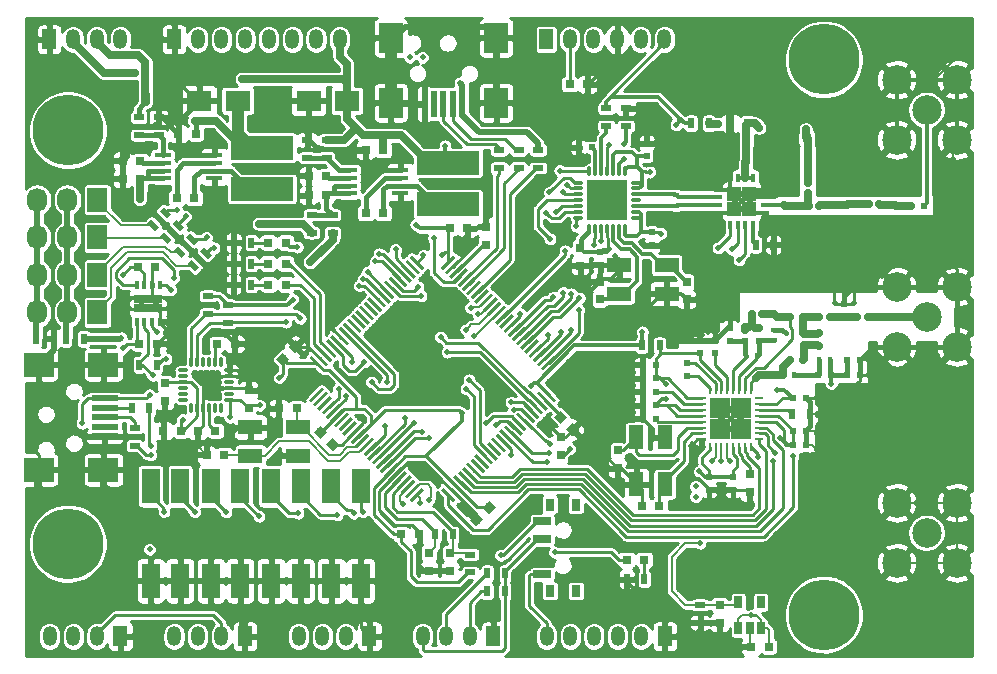
<source format=gtl>
G04 #@! TF.GenerationSoftware,KiCad,Pcbnew,no-vcs-found*
G04 #@! TF.CreationDate,2016-12-22T15:04:26+01:00*
G04 #@! TF.ProjectId,RCCAR_IF_Board_GPS,52434341525F49465F426F6172645F47,rev?*
G04 #@! TF.FileFunction,Copper,L1,Top,Signal*
G04 #@! TF.FilePolarity,Positive*
%FSLAX46Y46*%
G04 Gerber Fmt 4.6, Leading zero omitted, Abs format (unit mm)*
G04 Created by KiCad (PCBNEW no-vcs-found) date Thu Dec 22 15:04:26 2016*
%MOMM*%
%LPD*%
G01*
G04 APERTURE LIST*
%ADD10C,0.100000*%
%ADD11C,6.000000*%
%ADD12O,0.250000X0.700000*%
%ADD13O,0.700000X0.250000*%
%ADD14R,1.725000X1.725000*%
%ADD15O,0.850000X0.300000*%
%ADD16O,0.300000X0.850000*%
%ADD17R,0.800000X0.750000*%
%ADD18C,0.750000*%
%ADD19R,0.750000X0.800000*%
%ADD20R,0.600000X0.500000*%
%ADD21R,0.500000X0.600000*%
%ADD22R,0.900000X0.500000*%
%ADD23R,0.600000X0.400000*%
%ADD24R,0.400000X0.600000*%
%ADD25R,0.500000X0.900000*%
%ADD26R,5.295900X1.998980*%
%ADD27R,1.198880X1.699260*%
%ADD28O,1.198880X1.699260*%
%ADD29R,1.727200X2.032000*%
%ADD30O,1.727200X2.032000*%
%ADD31C,0.500000*%
%ADD32C,0.280000*%
%ADD33R,1.675000X1.675000*%
%ADD34R,0.800000X0.350000*%
%ADD35R,0.350000X0.800000*%
%ADD36R,1.250000X1.250000*%
%ADD37R,1.450000X0.450000*%
%ADD38C,2.500000*%
%ADD39R,2.150000X1.800000*%
%ADD40R,0.797560X0.797560*%
%ADD41R,0.500380X2.301240*%
%ADD42R,1.998980X2.499360*%
%ADD43R,2.499360X1.998980*%
%ADD44R,2.301240X0.500380*%
%ADD45R,1.524000X3.000000*%
%ADD46R,1.200000X0.775000*%
%ADD47R,0.350000X0.650000*%
%ADD48R,0.800000X1.000000*%
%ADD49R,1.500000X0.700000*%
%ADD50R,0.650000X1.060000*%
%ADD51R,2.000000X1.300000*%
%ADD52R,1.300000X2.000000*%
%ADD53C,0.203200*%
%ADD54C,0.254000*%
%ADD55C,0.508000*%
%ADD56C,0.304800*%
%ADD57C,0.635000*%
%ADD58C,0.406400*%
%ADD59C,1.016000*%
%ADD60C,0.350520*%
G04 APERTURE END LIST*
D10*
D11*
X170500000Y-76000000D03*
X106500000Y-82000000D03*
X106500000Y-117000000D03*
X170500000Y-123000000D03*
D12*
X160838000Y-108813000D03*
X161338000Y-108813000D03*
X161838000Y-108813000D03*
X162338000Y-108813000D03*
X162838000Y-108813000D03*
X163338000Y-108813000D03*
X163838000Y-108813000D03*
X164338000Y-108813000D03*
D13*
X164988000Y-108163000D03*
X164988000Y-107663000D03*
X164988000Y-107163000D03*
X164988000Y-106663000D03*
X164988000Y-106163000D03*
X164988000Y-105663000D03*
X164988000Y-105163000D03*
X164988000Y-104663000D03*
D12*
X164338000Y-104013000D03*
X163838000Y-104013000D03*
X163338000Y-104013000D03*
X162838000Y-104013000D03*
X162338000Y-104013000D03*
X161838000Y-104013000D03*
X161338000Y-104013000D03*
X160838000Y-104013000D03*
D13*
X160188000Y-104663000D03*
X160188000Y-105163000D03*
X160188000Y-105663000D03*
X160188000Y-106163000D03*
X160188000Y-106663000D03*
X160188000Y-107163000D03*
X160188000Y-107663000D03*
X160188000Y-108163000D03*
D14*
X163450500Y-105550500D03*
X161725500Y-105550500D03*
X163450500Y-107275500D03*
X161725500Y-107275500D03*
D15*
X116252000Y-102331000D03*
X116252000Y-102831000D03*
X116252000Y-103331000D03*
X116252000Y-103831000D03*
X116252000Y-104331000D03*
X116252000Y-104831000D03*
D16*
X116952000Y-105531000D03*
X117452000Y-105531000D03*
X117952000Y-105531000D03*
X118452000Y-105531000D03*
X118952000Y-105531000D03*
X119452000Y-105531000D03*
D15*
X120152000Y-104831000D03*
X120152000Y-104331000D03*
X120152000Y-103831000D03*
X120152000Y-103331000D03*
X120152000Y-102831000D03*
X120152000Y-102331000D03*
D16*
X119452000Y-101631000D03*
X118952000Y-101631000D03*
X118452000Y-101631000D03*
X117952000Y-101631000D03*
X117452000Y-101631000D03*
X116952000Y-101631000D03*
D17*
X125857000Y-105537000D03*
X124357000Y-105537000D03*
D18*
X149247330Y-107337330D03*
D10*
G36*
X149795338Y-107355008D02*
X149265008Y-107885338D01*
X148699322Y-107319652D01*
X149229652Y-106789322D01*
X149795338Y-107355008D01*
X149795338Y-107355008D01*
G37*
D18*
X148186670Y-106276670D03*
D10*
G36*
X148734678Y-106294348D02*
X148204348Y-106824678D01*
X147638662Y-106258992D01*
X148168992Y-105728662D01*
X148734678Y-106294348D01*
X148734678Y-106294348D01*
G37*
D19*
X141859000Y-90182000D03*
X141859000Y-91682000D03*
D17*
X119749000Y-109474000D03*
X118249000Y-109474000D03*
X150471000Y-78105000D03*
X148971000Y-78105000D03*
D19*
X137072715Y-117800274D03*
X137072715Y-119300274D03*
X138868767Y-119300274D03*
X138868767Y-117800274D03*
D17*
X136228059Y-116205000D03*
X134728059Y-116205000D03*
D18*
X128927330Y-108607330D03*
D10*
G36*
X129475338Y-108625008D02*
X128945008Y-109155338D01*
X128379322Y-108589652D01*
X128909652Y-108059322D01*
X129475338Y-108625008D01*
X129475338Y-108625008D01*
G37*
D18*
X127866670Y-107546670D03*
D10*
G36*
X128414678Y-107564348D02*
X127884348Y-108094678D01*
X127318662Y-107528992D01*
X127848992Y-106998662D01*
X128414678Y-107564348D01*
X128414678Y-107564348D01*
G37*
D18*
X125752330Y-100307670D03*
D10*
G36*
X125770008Y-99759662D02*
X126300338Y-100289992D01*
X125734652Y-100855678D01*
X125204322Y-100325348D01*
X125770008Y-99759662D01*
X125770008Y-99759662D01*
G37*
D18*
X124691670Y-101368330D03*
D10*
G36*
X124709348Y-100820322D02*
X125239678Y-101350652D01*
X124673992Y-101916338D01*
X124143662Y-101386008D01*
X124709348Y-100820322D01*
X124709348Y-100820322D01*
G37*
D17*
X140323000Y-90297000D03*
X138823000Y-90297000D03*
D18*
X141097000Y-114979660D03*
D10*
G36*
X141079322Y-115527668D02*
X140548992Y-114997338D01*
X141114678Y-114431652D01*
X141645008Y-114961982D01*
X141079322Y-115527668D01*
X141079322Y-115527668D01*
G37*
D18*
X142157660Y-113919000D03*
D10*
G36*
X142139982Y-114467008D02*
X141609652Y-113936678D01*
X142175338Y-113370992D01*
X142705668Y-113901322D01*
X142139982Y-114467008D01*
X142139982Y-114467008D01*
G37*
D20*
X149754500Y-83439000D03*
X150854500Y-83439000D03*
D21*
X151574500Y-93387000D03*
X151574500Y-92287000D03*
X155956000Y-91736000D03*
X155956000Y-90636000D03*
D19*
X151511000Y-96317500D03*
X151511000Y-94817500D03*
D21*
X155511500Y-83079500D03*
X155511500Y-84179500D03*
D19*
X158877000Y-94817500D03*
X158877000Y-96317500D03*
X149860000Y-93460000D03*
X149860000Y-91960000D03*
D17*
X170549000Y-82677000D03*
X169049000Y-82677000D03*
D20*
X170222000Y-84074000D03*
X169122000Y-84074000D03*
X170222000Y-85344000D03*
X169122000Y-85344000D03*
D21*
X167132000Y-87207000D03*
X167132000Y-88307000D03*
X172466000Y-87207000D03*
X172466000Y-88307000D03*
D20*
X177885000Y-88392000D03*
X178985000Y-88392000D03*
D21*
X176530000Y-89450000D03*
X176530000Y-88350000D03*
X160782000Y-111337000D03*
X160782000Y-112437000D03*
X162814000Y-111337000D03*
X162814000Y-112437000D03*
D19*
X164211000Y-112637000D03*
X164211000Y-111137000D03*
X153035000Y-110605000D03*
X153035000Y-109105000D03*
D17*
X155079000Y-113792000D03*
X156579000Y-113792000D03*
D20*
X155152000Y-106426000D03*
X156252000Y-106426000D03*
X167852000Y-108648500D03*
X168952000Y-108648500D03*
X155152000Y-104140000D03*
X156252000Y-104140000D03*
X167852000Y-107442000D03*
X168952000Y-107442000D03*
X156252000Y-105283000D03*
X155152000Y-105283000D03*
X167852000Y-104648000D03*
X168952000Y-104648000D03*
X156252000Y-101854000D03*
X155152000Y-101854000D03*
X156252000Y-102997000D03*
X155152000Y-102997000D03*
D21*
X158877000Y-102785000D03*
X158877000Y-101685000D03*
X160020000Y-100880000D03*
X160020000Y-99780000D03*
D20*
X172424000Y-101473000D03*
X173524000Y-101473000D03*
D21*
X161290000Y-100880000D03*
X161290000Y-99780000D03*
D20*
X168698000Y-101473000D03*
X167598000Y-101473000D03*
X170011000Y-102743000D03*
X171111000Y-102743000D03*
X172424000Y-102743000D03*
X173524000Y-102743000D03*
D21*
X170053000Y-99145000D03*
X170053000Y-100245000D03*
X164973000Y-98764000D03*
X164973000Y-99864000D03*
X162560000Y-98764000D03*
X162560000Y-99864000D03*
D20*
X167598000Y-97790000D03*
X168698000Y-97790000D03*
D21*
X172212000Y-97832000D03*
X172212000Y-96732000D03*
D17*
X112637000Y-86106000D03*
X111137000Y-86106000D03*
X112637000Y-84582000D03*
X111137000Y-84582000D03*
X115709000Y-87757000D03*
X117209000Y-87757000D03*
X117336000Y-82296000D03*
X115836000Y-82296000D03*
X128385000Y-87503000D03*
X126885000Y-87503000D03*
X128385000Y-85852000D03*
X126885000Y-85852000D03*
X131711000Y-89027000D03*
X133211000Y-89027000D03*
X133211000Y-83693000D03*
X131711000Y-83693000D03*
D19*
X161671000Y-122186000D03*
X161671000Y-123686000D03*
D17*
X165850000Y-125730000D03*
X164350000Y-125730000D03*
X112532197Y-100071004D03*
X114032197Y-100071004D03*
X118987000Y-107442000D03*
X117487000Y-107442000D03*
X119138000Y-100076000D03*
X120638000Y-100076000D03*
D19*
X114681000Y-104890000D03*
X114681000Y-103390000D03*
D17*
X114566000Y-107442000D03*
X116066000Y-107442000D03*
D19*
X121793000Y-104025000D03*
X121793000Y-105525000D03*
D22*
X140575015Y-119421656D03*
X140575015Y-117921656D03*
D23*
X169164000Y-87318000D03*
X169164000Y-86418000D03*
D24*
X169222000Y-88392000D03*
X170122000Y-88392000D03*
X174302000Y-88265000D03*
X175202000Y-88265000D03*
X167063000Y-102743000D03*
X167963000Y-102743000D03*
X163946000Y-101092000D03*
X164846000Y-101092000D03*
D23*
X168783000Y-99245000D03*
X168783000Y-100145000D03*
D25*
X156591000Y-100203000D03*
X155091000Y-100203000D03*
D23*
X163830000Y-98864000D03*
X163830000Y-99764000D03*
X166243000Y-98864000D03*
X166243000Y-99764000D03*
D24*
X171011000Y-97790000D03*
X170111000Y-97790000D03*
X164396000Y-97536000D03*
X165296000Y-97536000D03*
X174249500Y-97790000D03*
X173349500Y-97790000D03*
D26*
X122936000Y-83469480D03*
X122936000Y-86964520D03*
D23*
X157988000Y-87492000D03*
X157988000Y-88392000D03*
D26*
X138684000Y-84752480D03*
X138684000Y-88247520D03*
D27*
X104932480Y-74295000D03*
D28*
X108935520Y-74295000D03*
X106934000Y-74295000D03*
X110934500Y-74295000D03*
D27*
X142527020Y-124841000D03*
D28*
X138523980Y-124841000D03*
X140525500Y-124841000D03*
X136525000Y-124841000D03*
D27*
X132034280Y-124841000D03*
D28*
X128031240Y-124841000D03*
X130032760Y-124841000D03*
X126032260Y-124841000D03*
X127508000Y-74295000D03*
X125509020Y-74295000D03*
X123507500Y-74295000D03*
D27*
X115501420Y-74295000D03*
D28*
X119504460Y-74295000D03*
X117502940Y-74295000D03*
X121503440Y-74295000D03*
X129506980Y-74295000D03*
D27*
X146994940Y-74295000D03*
D28*
X150997980Y-74295000D03*
X148996460Y-74295000D03*
X152996960Y-74295000D03*
X154998480Y-74295000D03*
X157000000Y-74295000D03*
D27*
X157038040Y-124841000D03*
D28*
X153035000Y-124841000D03*
X155036520Y-124841000D03*
X151036020Y-124841000D03*
X149034500Y-124841000D03*
X147032980Y-124841000D03*
D27*
X121493280Y-124841000D03*
D28*
X117490240Y-124841000D03*
X119491760Y-124841000D03*
X115491260Y-124841000D03*
D27*
X110952280Y-124841000D03*
D28*
X106949240Y-124841000D03*
X108950760Y-124841000D03*
X104950260Y-124841000D03*
D29*
X108984000Y-97409000D03*
D30*
X106444000Y-97409000D03*
X103904000Y-97409000D03*
D29*
X108984000Y-94234000D03*
D30*
X106444000Y-94234000D03*
X103904000Y-94234000D03*
D29*
X108984000Y-91059000D03*
D30*
X106444000Y-91059000D03*
X103904000Y-91059000D03*
D25*
X122023000Y-93281500D03*
X120523000Y-93281500D03*
X122023000Y-95059500D03*
X120523000Y-95059500D03*
X139101741Y-116215408D03*
X137601741Y-116215408D03*
D22*
X152082500Y-80149000D03*
X152082500Y-81649000D03*
X153733500Y-81649000D03*
X153733500Y-80149000D03*
X160020000Y-122186000D03*
X160020000Y-123686000D03*
D25*
X111899000Y-105537000D03*
X113399000Y-105537000D03*
X164731000Y-91694000D03*
X166231000Y-91694000D03*
D22*
X112141000Y-107200000D03*
X112141000Y-108700000D03*
D25*
X155309000Y-120015000D03*
X153809000Y-120015000D03*
X167842500Y-106045000D03*
X169342500Y-106045000D03*
D24*
X170111000Y-101473000D03*
X171011000Y-101473000D03*
D22*
X112522000Y-82411000D03*
X112522000Y-80911000D03*
X114173000Y-80911000D03*
X114173000Y-82411000D03*
D25*
X105301000Y-99648000D03*
X103801000Y-99648000D03*
X107841000Y-99648000D03*
X106341000Y-99648000D03*
D31*
X114784030Y-91120055D03*
D10*
G36*
X114925451Y-91615030D02*
X114289055Y-90978634D01*
X114642609Y-90625080D01*
X115279005Y-91261476D01*
X114925451Y-91615030D01*
X114925451Y-91615030D01*
G37*
D31*
X115844690Y-90059395D03*
D10*
G36*
X115986111Y-90554370D02*
X115349715Y-89917974D01*
X115703269Y-89564420D01*
X116339665Y-90200816D01*
X115986111Y-90554370D01*
X115986111Y-90554370D01*
G37*
D31*
X113706399Y-90042424D03*
D10*
G36*
X113847820Y-90537399D02*
X113211424Y-89901003D01*
X113564978Y-89547449D01*
X114201374Y-90183845D01*
X113847820Y-90537399D01*
X113847820Y-90537399D01*
G37*
D31*
X114767059Y-88981764D03*
D10*
G36*
X114908480Y-89476739D02*
X114272084Y-88840343D01*
X114625638Y-88486789D01*
X115262034Y-89123185D01*
X114908480Y-89476739D01*
X114908480Y-89476739D01*
G37*
D25*
X114032196Y-101849004D03*
X112532196Y-101849004D03*
D22*
X146304000Y-85189000D03*
X146304000Y-83689000D03*
X144653000Y-85177000D03*
X144653000Y-83677000D03*
X143002000Y-85177000D03*
X143002000Y-83677000D03*
D25*
X143510000Y-119507000D03*
X142010000Y-119507000D03*
X143498000Y-121031000D03*
X141998000Y-121031000D03*
D22*
X118364000Y-97524000D03*
X118364000Y-96024000D03*
X120015000Y-98286000D03*
X120015000Y-96786000D03*
X127127000Y-89166000D03*
X127127000Y-90666000D03*
X128905000Y-89166000D03*
X128905000Y-90666000D03*
X128397000Y-84316000D03*
X128397000Y-82816000D03*
X126746000Y-82816000D03*
X126746000Y-84316000D03*
D32*
X127542412Y-104387020D03*
D10*
G36*
X127111077Y-105016345D02*
X126913087Y-104818355D01*
X127973747Y-103757695D01*
X128171737Y-103955685D01*
X127111077Y-105016345D01*
X127111077Y-105016345D01*
G37*
D32*
X127895965Y-104740573D03*
D10*
G36*
X127464630Y-105369898D02*
X127266640Y-105171908D01*
X128327300Y-104111248D01*
X128525290Y-104309238D01*
X127464630Y-105369898D01*
X127464630Y-105369898D01*
G37*
D32*
X128249519Y-105094127D03*
D10*
G36*
X127818184Y-105723452D02*
X127620194Y-105525462D01*
X128680854Y-104464802D01*
X128878844Y-104662792D01*
X127818184Y-105723452D01*
X127818184Y-105723452D01*
G37*
D32*
X128603072Y-105447680D03*
D10*
G36*
X128171737Y-106077005D02*
X127973747Y-105879015D01*
X129034407Y-104818355D01*
X129232397Y-105016345D01*
X128171737Y-106077005D01*
X128171737Y-106077005D01*
G37*
D32*
X128956625Y-105801233D03*
D10*
G36*
X128525290Y-106430558D02*
X128327300Y-106232568D01*
X129387960Y-105171908D01*
X129585950Y-105369898D01*
X128525290Y-106430558D01*
X128525290Y-106430558D01*
G37*
D32*
X129310179Y-106154787D03*
D10*
G36*
X128878844Y-106784112D02*
X128680854Y-106586122D01*
X129741514Y-105525462D01*
X129939504Y-105723452D01*
X128878844Y-106784112D01*
X128878844Y-106784112D01*
G37*
D32*
X129663732Y-106508340D03*
D10*
G36*
X129232397Y-107137665D02*
X129034407Y-106939675D01*
X130095067Y-105879015D01*
X130293057Y-106077005D01*
X129232397Y-107137665D01*
X129232397Y-107137665D01*
G37*
D32*
X130017285Y-106861894D03*
D10*
G36*
X129585950Y-107491219D02*
X129387960Y-107293229D01*
X130448620Y-106232569D01*
X130646610Y-106430559D01*
X129585950Y-107491219D01*
X129585950Y-107491219D01*
G37*
D32*
X130370839Y-107215447D03*
D10*
G36*
X129939504Y-107844772D02*
X129741514Y-107646782D01*
X130802174Y-106586122D01*
X131000164Y-106784112D01*
X129939504Y-107844772D01*
X129939504Y-107844772D01*
G37*
D32*
X130724392Y-107569000D03*
D10*
G36*
X130293057Y-108198325D02*
X130095067Y-108000335D01*
X131155727Y-106939675D01*
X131353717Y-107137665D01*
X130293057Y-108198325D01*
X130293057Y-108198325D01*
G37*
D32*
X131077946Y-107922554D03*
D10*
G36*
X130646611Y-108551879D02*
X130448621Y-108353889D01*
X131509281Y-107293229D01*
X131707271Y-107491219D01*
X130646611Y-108551879D01*
X130646611Y-108551879D01*
G37*
D32*
X131431499Y-108276107D03*
D10*
G36*
X131000164Y-108905432D02*
X130802174Y-108707442D01*
X131862834Y-107646782D01*
X132060824Y-107844772D01*
X131000164Y-108905432D01*
X131000164Y-108905432D01*
G37*
D32*
X131785052Y-108629661D03*
D10*
G36*
X131353717Y-109258986D02*
X131155727Y-109060996D01*
X132216387Y-108000336D01*
X132414377Y-108198326D01*
X131353717Y-109258986D01*
X131353717Y-109258986D01*
G37*
D32*
X132138606Y-108983214D03*
D10*
G36*
X131707271Y-109612539D02*
X131509281Y-109414549D01*
X132569941Y-108353889D01*
X132767931Y-108551879D01*
X131707271Y-109612539D01*
X131707271Y-109612539D01*
G37*
D32*
X132492159Y-109336767D03*
D10*
G36*
X132060824Y-109966092D02*
X131862834Y-109768102D01*
X132923494Y-108707442D01*
X133121484Y-108905432D01*
X132060824Y-109966092D01*
X132060824Y-109966092D01*
G37*
D32*
X132845713Y-109690321D03*
D10*
G36*
X132414378Y-110319646D02*
X132216388Y-110121656D01*
X133277048Y-109060996D01*
X133475038Y-109258986D01*
X132414378Y-110319646D01*
X132414378Y-110319646D01*
G37*
D32*
X133199266Y-110043874D03*
D10*
G36*
X132767931Y-110673199D02*
X132569941Y-110475209D01*
X133630601Y-109414549D01*
X133828591Y-109612539D01*
X132767931Y-110673199D01*
X132767931Y-110673199D01*
G37*
D32*
X133552819Y-110397428D03*
D10*
G36*
X133121484Y-111026753D02*
X132923494Y-110828763D01*
X133984154Y-109768103D01*
X134182144Y-109966093D01*
X133121484Y-111026753D01*
X133121484Y-111026753D01*
G37*
D32*
X133906373Y-110750981D03*
D10*
G36*
X133475038Y-111380306D02*
X133277048Y-111182316D01*
X134337708Y-110121656D01*
X134535698Y-110319646D01*
X133475038Y-111380306D01*
X133475038Y-111380306D01*
G37*
D32*
X134259926Y-111104534D03*
D10*
G36*
X133828591Y-111733859D02*
X133630601Y-111535869D01*
X134691261Y-110475209D01*
X134889251Y-110673199D01*
X133828591Y-111733859D01*
X133828591Y-111733859D01*
G37*
D32*
X134613480Y-111458088D03*
D10*
G36*
X134182145Y-112087413D02*
X133984155Y-111889423D01*
X135044815Y-110828763D01*
X135242805Y-111026753D01*
X134182145Y-112087413D01*
X134182145Y-112087413D01*
G37*
D32*
X134967033Y-111811641D03*
D10*
G36*
X134535698Y-112440966D02*
X134337708Y-112242976D01*
X135398368Y-111182316D01*
X135596358Y-111380306D01*
X134535698Y-112440966D01*
X134535698Y-112440966D01*
G37*
D32*
X135320586Y-112165194D03*
D10*
G36*
X134889251Y-112794519D02*
X134691261Y-112596529D01*
X135751921Y-111535869D01*
X135949911Y-111733859D01*
X134889251Y-112794519D01*
X134889251Y-112794519D01*
G37*
D32*
X135674140Y-112518748D03*
D10*
G36*
X135242805Y-113148073D02*
X135044815Y-112950083D01*
X136105475Y-111889423D01*
X136303465Y-112087413D01*
X135242805Y-113148073D01*
X135242805Y-113148073D01*
G37*
D32*
X136027693Y-112872301D03*
D10*
G36*
X135596358Y-113501626D02*
X135398368Y-113303636D01*
X136459028Y-112242976D01*
X136657018Y-112440966D01*
X135596358Y-113501626D01*
X135596358Y-113501626D01*
G37*
D32*
X138714699Y-112872301D03*
D10*
G36*
X139344024Y-113303636D02*
X139146034Y-113501626D01*
X138085374Y-112440966D01*
X138283364Y-112242976D01*
X139344024Y-113303636D01*
X139344024Y-113303636D01*
G37*
D32*
X139068252Y-112518748D03*
D10*
G36*
X139697577Y-112950083D02*
X139499587Y-113148073D01*
X138438927Y-112087413D01*
X138636917Y-111889423D01*
X139697577Y-112950083D01*
X139697577Y-112950083D01*
G37*
D32*
X139421806Y-112165194D03*
D10*
G36*
X140051131Y-112596529D02*
X139853141Y-112794519D01*
X138792481Y-111733859D01*
X138990471Y-111535869D01*
X140051131Y-112596529D01*
X140051131Y-112596529D01*
G37*
D32*
X139775359Y-111811641D03*
D10*
G36*
X140404684Y-112242976D02*
X140206694Y-112440966D01*
X139146034Y-111380306D01*
X139344024Y-111182316D01*
X140404684Y-112242976D01*
X140404684Y-112242976D01*
G37*
D32*
X140128912Y-111458088D03*
D10*
G36*
X140758237Y-111889423D02*
X140560247Y-112087413D01*
X139499587Y-111026753D01*
X139697577Y-110828763D01*
X140758237Y-111889423D01*
X140758237Y-111889423D01*
G37*
D32*
X140482466Y-111104534D03*
D10*
G36*
X141111791Y-111535869D02*
X140913801Y-111733859D01*
X139853141Y-110673199D01*
X140051131Y-110475209D01*
X141111791Y-111535869D01*
X141111791Y-111535869D01*
G37*
D32*
X140836019Y-110750981D03*
D10*
G36*
X141465344Y-111182316D02*
X141267354Y-111380306D01*
X140206694Y-110319646D01*
X140404684Y-110121656D01*
X141465344Y-111182316D01*
X141465344Y-111182316D01*
G37*
D32*
X141189573Y-110397428D03*
D10*
G36*
X141818898Y-110828763D02*
X141620908Y-111026753D01*
X140560248Y-109966093D01*
X140758238Y-109768103D01*
X141818898Y-110828763D01*
X141818898Y-110828763D01*
G37*
D32*
X141543126Y-110043874D03*
D10*
G36*
X142172451Y-110475209D02*
X141974461Y-110673199D01*
X140913801Y-109612539D01*
X141111791Y-109414549D01*
X142172451Y-110475209D01*
X142172451Y-110475209D01*
G37*
D32*
X141896679Y-109690321D03*
D10*
G36*
X142526004Y-110121656D02*
X142328014Y-110319646D01*
X141267354Y-109258986D01*
X141465344Y-109060996D01*
X142526004Y-110121656D01*
X142526004Y-110121656D01*
G37*
D32*
X142250233Y-109336767D03*
D10*
G36*
X142879558Y-109768102D02*
X142681568Y-109966092D01*
X141620908Y-108905432D01*
X141818898Y-108707442D01*
X142879558Y-109768102D01*
X142879558Y-109768102D01*
G37*
D32*
X142603786Y-108983214D03*
D10*
G36*
X143233111Y-109414549D02*
X143035121Y-109612539D01*
X141974461Y-108551879D01*
X142172451Y-108353889D01*
X143233111Y-109414549D01*
X143233111Y-109414549D01*
G37*
D32*
X142957340Y-108629661D03*
D10*
G36*
X143586665Y-109060996D02*
X143388675Y-109258986D01*
X142328015Y-108198326D01*
X142526005Y-108000336D01*
X143586665Y-109060996D01*
X143586665Y-109060996D01*
G37*
D32*
X143310893Y-108276107D03*
D10*
G36*
X143940218Y-108707442D02*
X143742228Y-108905432D01*
X142681568Y-107844772D01*
X142879558Y-107646782D01*
X143940218Y-108707442D01*
X143940218Y-108707442D01*
G37*
D32*
X143664446Y-107922554D03*
D10*
G36*
X144293771Y-108353889D02*
X144095781Y-108551879D01*
X143035121Y-107491219D01*
X143233111Y-107293229D01*
X144293771Y-108353889D01*
X144293771Y-108353889D01*
G37*
D32*
X144018000Y-107569000D03*
D10*
G36*
X144647325Y-108000335D02*
X144449335Y-108198325D01*
X143388675Y-107137665D01*
X143586665Y-106939675D01*
X144647325Y-108000335D01*
X144647325Y-108000335D01*
G37*
D32*
X144371553Y-107215447D03*
D10*
G36*
X145000878Y-107646782D02*
X144802888Y-107844772D01*
X143742228Y-106784112D01*
X143940218Y-106586122D01*
X145000878Y-107646782D01*
X145000878Y-107646782D01*
G37*
D32*
X144725107Y-106861894D03*
D10*
G36*
X145354432Y-107293229D02*
X145156442Y-107491219D01*
X144095782Y-106430559D01*
X144293772Y-106232569D01*
X145354432Y-107293229D01*
X145354432Y-107293229D01*
G37*
D32*
X145078660Y-106508340D03*
D10*
G36*
X145707985Y-106939675D02*
X145509995Y-107137665D01*
X144449335Y-106077005D01*
X144647325Y-105879015D01*
X145707985Y-106939675D01*
X145707985Y-106939675D01*
G37*
D32*
X145432213Y-106154787D03*
D10*
G36*
X146061538Y-106586122D02*
X145863548Y-106784112D01*
X144802888Y-105723452D01*
X145000878Y-105525462D01*
X146061538Y-106586122D01*
X146061538Y-106586122D01*
G37*
D32*
X145785767Y-105801233D03*
D10*
G36*
X146415092Y-106232568D02*
X146217102Y-106430558D01*
X145156442Y-105369898D01*
X145354432Y-105171908D01*
X146415092Y-106232568D01*
X146415092Y-106232568D01*
G37*
D32*
X146139320Y-105447680D03*
D10*
G36*
X146768645Y-105879015D02*
X146570655Y-106077005D01*
X145509995Y-105016345D01*
X145707985Y-104818355D01*
X146768645Y-105879015D01*
X146768645Y-105879015D01*
G37*
D32*
X146492873Y-105094127D03*
D10*
G36*
X147122198Y-105525462D02*
X146924208Y-105723452D01*
X145863548Y-104662792D01*
X146061538Y-104464802D01*
X147122198Y-105525462D01*
X147122198Y-105525462D01*
G37*
D32*
X146846427Y-104740573D03*
D10*
G36*
X147475752Y-105171908D02*
X147277762Y-105369898D01*
X146217102Y-104309238D01*
X146415092Y-104111248D01*
X147475752Y-105171908D01*
X147475752Y-105171908D01*
G37*
D32*
X147199980Y-104387020D03*
D10*
G36*
X147829305Y-104818355D02*
X147631315Y-105016345D01*
X146570655Y-103955685D01*
X146768645Y-103757695D01*
X147829305Y-104818355D01*
X147829305Y-104818355D01*
G37*
D32*
X147199980Y-101700014D03*
D10*
G36*
X146768645Y-102329339D02*
X146570655Y-102131349D01*
X147631315Y-101070689D01*
X147829305Y-101268679D01*
X146768645Y-102329339D01*
X146768645Y-102329339D01*
G37*
D32*
X146846427Y-101346461D03*
D10*
G36*
X146415092Y-101975786D02*
X146217102Y-101777796D01*
X147277762Y-100717136D01*
X147475752Y-100915126D01*
X146415092Y-101975786D01*
X146415092Y-101975786D01*
G37*
D32*
X146492873Y-100992907D03*
D10*
G36*
X146061538Y-101622232D02*
X145863548Y-101424242D01*
X146924208Y-100363582D01*
X147122198Y-100561572D01*
X146061538Y-101622232D01*
X146061538Y-101622232D01*
G37*
D32*
X146139320Y-100639354D03*
D10*
G36*
X145707985Y-101268679D02*
X145509995Y-101070689D01*
X146570655Y-100010029D01*
X146768645Y-100208019D01*
X145707985Y-101268679D01*
X145707985Y-101268679D01*
G37*
D32*
X145785767Y-100285801D03*
D10*
G36*
X145354432Y-100915126D02*
X145156442Y-100717136D01*
X146217102Y-99656476D01*
X146415092Y-99854466D01*
X145354432Y-100915126D01*
X145354432Y-100915126D01*
G37*
D32*
X145432213Y-99932247D03*
D10*
G36*
X145000878Y-100561572D02*
X144802888Y-100363582D01*
X145863548Y-99302922D01*
X146061538Y-99500912D01*
X145000878Y-100561572D01*
X145000878Y-100561572D01*
G37*
D32*
X145078660Y-99578694D03*
D10*
G36*
X144647325Y-100208019D02*
X144449335Y-100010029D01*
X145509995Y-98949369D01*
X145707985Y-99147359D01*
X144647325Y-100208019D01*
X144647325Y-100208019D01*
G37*
D32*
X144725107Y-99225140D03*
D10*
G36*
X144293772Y-99854465D02*
X144095782Y-99656475D01*
X145156442Y-98595815D01*
X145354432Y-98793805D01*
X144293772Y-99854465D01*
X144293772Y-99854465D01*
G37*
D32*
X144371553Y-98871587D03*
D10*
G36*
X143940218Y-99500912D02*
X143742228Y-99302922D01*
X144802888Y-98242262D01*
X145000878Y-98440252D01*
X143940218Y-99500912D01*
X143940218Y-99500912D01*
G37*
D32*
X144018000Y-98518034D03*
D10*
G36*
X143586665Y-99147359D02*
X143388675Y-98949369D01*
X144449335Y-97888709D01*
X144647325Y-98086699D01*
X143586665Y-99147359D01*
X143586665Y-99147359D01*
G37*
D32*
X143664446Y-98164480D03*
D10*
G36*
X143233111Y-98793805D02*
X143035121Y-98595815D01*
X144095781Y-97535155D01*
X144293771Y-97733145D01*
X143233111Y-98793805D01*
X143233111Y-98793805D01*
G37*
D32*
X143310893Y-97810927D03*
D10*
G36*
X142879558Y-98440252D02*
X142681568Y-98242262D01*
X143742228Y-97181602D01*
X143940218Y-97379592D01*
X142879558Y-98440252D01*
X142879558Y-98440252D01*
G37*
D32*
X142957340Y-97457373D03*
D10*
G36*
X142526005Y-98086698D02*
X142328015Y-97888708D01*
X143388675Y-96828048D01*
X143586665Y-97026038D01*
X142526005Y-98086698D01*
X142526005Y-98086698D01*
G37*
D32*
X142603786Y-97103820D03*
D10*
G36*
X142172451Y-97733145D02*
X141974461Y-97535155D01*
X143035121Y-96474495D01*
X143233111Y-96672485D01*
X142172451Y-97733145D01*
X142172451Y-97733145D01*
G37*
D32*
X142250233Y-96750267D03*
D10*
G36*
X141818898Y-97379592D02*
X141620908Y-97181602D01*
X142681568Y-96120942D01*
X142879558Y-96318932D01*
X141818898Y-97379592D01*
X141818898Y-97379592D01*
G37*
D32*
X141896679Y-96396713D03*
D10*
G36*
X141465344Y-97026038D02*
X141267354Y-96828048D01*
X142328014Y-95767388D01*
X142526004Y-95965378D01*
X141465344Y-97026038D01*
X141465344Y-97026038D01*
G37*
D32*
X141543126Y-96043160D03*
D10*
G36*
X141111791Y-96672485D02*
X140913801Y-96474495D01*
X141974461Y-95413835D01*
X142172451Y-95611825D01*
X141111791Y-96672485D01*
X141111791Y-96672485D01*
G37*
D32*
X141189573Y-95689606D03*
D10*
G36*
X140758238Y-96318931D02*
X140560248Y-96120941D01*
X141620908Y-95060281D01*
X141818898Y-95258271D01*
X140758238Y-96318931D01*
X140758238Y-96318931D01*
G37*
D32*
X140836019Y-95336053D03*
D10*
G36*
X140404684Y-95965378D02*
X140206694Y-95767388D01*
X141267354Y-94706728D01*
X141465344Y-94904718D01*
X140404684Y-95965378D01*
X140404684Y-95965378D01*
G37*
D32*
X140482466Y-94982500D03*
D10*
G36*
X140051131Y-95611825D02*
X139853141Y-95413835D01*
X140913801Y-94353175D01*
X141111791Y-94551165D01*
X140051131Y-95611825D01*
X140051131Y-95611825D01*
G37*
D32*
X140128912Y-94628946D03*
D10*
G36*
X139697577Y-95258271D02*
X139499587Y-95060281D01*
X140560247Y-93999621D01*
X140758237Y-94197611D01*
X139697577Y-95258271D01*
X139697577Y-95258271D01*
G37*
D32*
X139775359Y-94275393D03*
D10*
G36*
X139344024Y-94904718D02*
X139146034Y-94706728D01*
X140206694Y-93646068D01*
X140404684Y-93844058D01*
X139344024Y-94904718D01*
X139344024Y-94904718D01*
G37*
D32*
X139421806Y-93921840D03*
D10*
G36*
X138990471Y-94551165D02*
X138792481Y-94353175D01*
X139853141Y-93292515D01*
X140051131Y-93490505D01*
X138990471Y-94551165D01*
X138990471Y-94551165D01*
G37*
D32*
X139068252Y-93568286D03*
D10*
G36*
X138636917Y-94197611D02*
X138438927Y-93999621D01*
X139499587Y-92938961D01*
X139697577Y-93136951D01*
X138636917Y-94197611D01*
X138636917Y-94197611D01*
G37*
D32*
X138714699Y-93214733D03*
D10*
G36*
X138283364Y-93844058D02*
X138085374Y-93646068D01*
X139146034Y-92585408D01*
X139344024Y-92783398D01*
X138283364Y-93844058D01*
X138283364Y-93844058D01*
G37*
D32*
X136027693Y-93214733D03*
D10*
G36*
X136657018Y-93646068D02*
X136459028Y-93844058D01*
X135398368Y-92783398D01*
X135596358Y-92585408D01*
X136657018Y-93646068D01*
X136657018Y-93646068D01*
G37*
D32*
X135674140Y-93568286D03*
D10*
G36*
X136303465Y-93999621D02*
X136105475Y-94197611D01*
X135044815Y-93136951D01*
X135242805Y-92938961D01*
X136303465Y-93999621D01*
X136303465Y-93999621D01*
G37*
D32*
X135320586Y-93921840D03*
D10*
G36*
X135949911Y-94353175D02*
X135751921Y-94551165D01*
X134691261Y-93490505D01*
X134889251Y-93292515D01*
X135949911Y-94353175D01*
X135949911Y-94353175D01*
G37*
D32*
X134967033Y-94275393D03*
D10*
G36*
X135596358Y-94706728D02*
X135398368Y-94904718D01*
X134337708Y-93844058D01*
X134535698Y-93646068D01*
X135596358Y-94706728D01*
X135596358Y-94706728D01*
G37*
D32*
X134613480Y-94628946D03*
D10*
G36*
X135242805Y-95060281D02*
X135044815Y-95258271D01*
X133984155Y-94197611D01*
X134182145Y-93999621D01*
X135242805Y-95060281D01*
X135242805Y-95060281D01*
G37*
D32*
X134259926Y-94982500D03*
D10*
G36*
X134889251Y-95413835D02*
X134691261Y-95611825D01*
X133630601Y-94551165D01*
X133828591Y-94353175D01*
X134889251Y-95413835D01*
X134889251Y-95413835D01*
G37*
D32*
X133906373Y-95336053D03*
D10*
G36*
X134535698Y-95767388D02*
X134337708Y-95965378D01*
X133277048Y-94904718D01*
X133475038Y-94706728D01*
X134535698Y-95767388D01*
X134535698Y-95767388D01*
G37*
D32*
X133552819Y-95689606D03*
D10*
G36*
X134182144Y-96120941D02*
X133984154Y-96318931D01*
X132923494Y-95258271D01*
X133121484Y-95060281D01*
X134182144Y-96120941D01*
X134182144Y-96120941D01*
G37*
D32*
X133199266Y-96043160D03*
D10*
G36*
X133828591Y-96474495D02*
X133630601Y-96672485D01*
X132569941Y-95611825D01*
X132767931Y-95413835D01*
X133828591Y-96474495D01*
X133828591Y-96474495D01*
G37*
D32*
X132845713Y-96396713D03*
D10*
G36*
X133475038Y-96828048D02*
X133277048Y-97026038D01*
X132216388Y-95965378D01*
X132414378Y-95767388D01*
X133475038Y-96828048D01*
X133475038Y-96828048D01*
G37*
D32*
X132492159Y-96750267D03*
D10*
G36*
X133121484Y-97181602D02*
X132923494Y-97379592D01*
X131862834Y-96318932D01*
X132060824Y-96120942D01*
X133121484Y-97181602D01*
X133121484Y-97181602D01*
G37*
D32*
X132138606Y-97103820D03*
D10*
G36*
X132767931Y-97535155D02*
X132569941Y-97733145D01*
X131509281Y-96672485D01*
X131707271Y-96474495D01*
X132767931Y-97535155D01*
X132767931Y-97535155D01*
G37*
D32*
X131785052Y-97457373D03*
D10*
G36*
X132414377Y-97888708D02*
X132216387Y-98086698D01*
X131155727Y-97026038D01*
X131353717Y-96828048D01*
X132414377Y-97888708D01*
X132414377Y-97888708D01*
G37*
D32*
X131431499Y-97810927D03*
D10*
G36*
X132060824Y-98242262D02*
X131862834Y-98440252D01*
X130802174Y-97379592D01*
X131000164Y-97181602D01*
X132060824Y-98242262D01*
X132060824Y-98242262D01*
G37*
D32*
X131077946Y-98164480D03*
D10*
G36*
X131707271Y-98595815D02*
X131509281Y-98793805D01*
X130448621Y-97733145D01*
X130646611Y-97535155D01*
X131707271Y-98595815D01*
X131707271Y-98595815D01*
G37*
D32*
X130724392Y-98518034D03*
D10*
G36*
X131353717Y-98949369D02*
X131155727Y-99147359D01*
X130095067Y-98086699D01*
X130293057Y-97888709D01*
X131353717Y-98949369D01*
X131353717Y-98949369D01*
G37*
D32*
X130370839Y-98871587D03*
D10*
G36*
X131000164Y-99302922D02*
X130802174Y-99500912D01*
X129741514Y-98440252D01*
X129939504Y-98242262D01*
X131000164Y-99302922D01*
X131000164Y-99302922D01*
G37*
D32*
X130017285Y-99225140D03*
D10*
G36*
X130646610Y-99656475D02*
X130448620Y-99854465D01*
X129387960Y-98793805D01*
X129585950Y-98595815D01*
X130646610Y-99656475D01*
X130646610Y-99656475D01*
G37*
D32*
X129663732Y-99578694D03*
D10*
G36*
X130293057Y-100010029D02*
X130095067Y-100208019D01*
X129034407Y-99147359D01*
X129232397Y-98949369D01*
X130293057Y-100010029D01*
X130293057Y-100010029D01*
G37*
D32*
X129310179Y-99932247D03*
D10*
G36*
X129939504Y-100363582D02*
X129741514Y-100561572D01*
X128680854Y-99500912D01*
X128878844Y-99302922D01*
X129939504Y-100363582D01*
X129939504Y-100363582D01*
G37*
D32*
X128956625Y-100285801D03*
D10*
G36*
X129585950Y-100717136D02*
X129387960Y-100915126D01*
X128327300Y-99854466D01*
X128525290Y-99656476D01*
X129585950Y-100717136D01*
X129585950Y-100717136D01*
G37*
D32*
X128603072Y-100639354D03*
D10*
G36*
X129232397Y-101070689D02*
X129034407Y-101268679D01*
X127973747Y-100208019D01*
X128171737Y-100010029D01*
X129232397Y-101070689D01*
X129232397Y-101070689D01*
G37*
D32*
X128249519Y-100992907D03*
D10*
G36*
X128878844Y-101424242D02*
X128680854Y-101622232D01*
X127620194Y-100561572D01*
X127818184Y-100363582D01*
X128878844Y-101424242D01*
X128878844Y-101424242D01*
G37*
D32*
X127895965Y-101346461D03*
D10*
G36*
X128525290Y-101777796D02*
X128327300Y-101975786D01*
X127266640Y-100915126D01*
X127464630Y-100717136D01*
X128525290Y-101777796D01*
X128525290Y-101777796D01*
G37*
D32*
X127542412Y-101700014D03*
D10*
G36*
X128171737Y-102131349D02*
X127973747Y-102329339D01*
X126913087Y-101268679D01*
X127111077Y-101070689D01*
X128171737Y-102131349D01*
X128171737Y-102131349D01*
G37*
D15*
X149704000Y-86421000D03*
X149704000Y-86921000D03*
X149704000Y-87421000D03*
X149704000Y-87921000D03*
X149704000Y-88421000D03*
X149704000Y-88921000D03*
X149704000Y-89421000D03*
D16*
X150654000Y-90371000D03*
X151154000Y-90371000D03*
X151654000Y-90371000D03*
X152154000Y-90371000D03*
X152654000Y-90371000D03*
X153154000Y-90371000D03*
X153654000Y-90371000D03*
D15*
X154604000Y-89421000D03*
X154604000Y-88921000D03*
X154604000Y-88421000D03*
X154604000Y-87921000D03*
X154604000Y-87421000D03*
X154604000Y-86921000D03*
X154604000Y-86421000D03*
D16*
X153654000Y-85471000D03*
X153154000Y-85471000D03*
X152654000Y-85471000D03*
X152154000Y-85471000D03*
X151654000Y-85471000D03*
X151154000Y-85471000D03*
X150654000Y-85471000D03*
D33*
X152991500Y-88758500D03*
X152991500Y-87083500D03*
X151316500Y-88758500D03*
X151316500Y-87083500D03*
D34*
X161544000Y-87026000D03*
X161544000Y-87676000D03*
X161544000Y-88326000D03*
X161544000Y-88976000D03*
D35*
X162569000Y-90001000D03*
X163219000Y-90001000D03*
X163869000Y-90001000D03*
X164519000Y-90001000D03*
D34*
X165544000Y-88976000D03*
X165544000Y-88326000D03*
X165544000Y-87676000D03*
X165544000Y-87026000D03*
D35*
X164519000Y-86001000D03*
X163869000Y-86001000D03*
X163219000Y-86001000D03*
X162569000Y-86001000D03*
D36*
X164169000Y-88626000D03*
X164169000Y-87376000D03*
X162919000Y-88626000D03*
X162919000Y-87376000D03*
D37*
X114513000Y-84115000D03*
X114513000Y-84765000D03*
X114513000Y-85415000D03*
X114513000Y-86065000D03*
X118913000Y-86065000D03*
X118913000Y-85415000D03*
X118913000Y-84765000D03*
X118913000Y-84115000D03*
X130261000Y-85385000D03*
X130261000Y-86035000D03*
X130261000Y-86685000D03*
X130261000Y-87335000D03*
X134661000Y-87335000D03*
X134661000Y-86685000D03*
X134661000Y-86035000D03*
X134661000Y-85385000D03*
D31*
X117118896Y-93454922D03*
D10*
G36*
X117260317Y-93949897D02*
X116623921Y-93313501D01*
X116977475Y-92959947D01*
X117613871Y-93596343D01*
X117260317Y-93949897D01*
X117260317Y-93949897D01*
G37*
D31*
X118179556Y-92394262D03*
D10*
G36*
X118320977Y-92889237D02*
X117684581Y-92252841D01*
X118038135Y-91899287D01*
X118674531Y-92535683D01*
X118320977Y-92889237D01*
X118320977Y-92889237D01*
G37*
D31*
X115951463Y-92287488D03*
D10*
G36*
X116092884Y-92782463D02*
X115456488Y-92146067D01*
X115810042Y-91792513D01*
X116446438Y-92428909D01*
X116092884Y-92782463D01*
X116092884Y-92782463D01*
G37*
D31*
X117012123Y-91226828D03*
D10*
G36*
X117153544Y-91721803D02*
X116517148Y-91085407D01*
X116870702Y-90731853D01*
X117507098Y-91368249D01*
X117153544Y-91721803D01*
X117153544Y-91721803D01*
G37*
D17*
X162572000Y-81407000D03*
X164072000Y-81407000D03*
D20*
X162835500Y-83375500D03*
X163935500Y-83375500D03*
X165015000Y-84645500D03*
X163915000Y-84645500D03*
D25*
X159270000Y-81407000D03*
X160770000Y-81407000D03*
X122035000Y-91503500D03*
X120535000Y-91503500D03*
D38*
X179197000Y-80264000D03*
X176657000Y-77724000D03*
X176657000Y-82804000D03*
X181737000Y-82804000D03*
X181737000Y-77724000D03*
X179197000Y-97790000D03*
X176657000Y-95250000D03*
X176657000Y-100330000D03*
X181737000Y-100330000D03*
X181737000Y-95250000D03*
D39*
X120878000Y-79502000D03*
X117628000Y-79502000D03*
X126875000Y-79500000D03*
X130125000Y-79500000D03*
D17*
X112405196Y-93594004D03*
X113905196Y-93594004D03*
D19*
X148209000Y-107962000D03*
X148209000Y-109462000D03*
D40*
X123444000Y-93281500D03*
X124942600Y-93281500D03*
X123469400Y-95059500D03*
X124968000Y-95059500D03*
X124955300Y-91503500D03*
X123456700Y-91503500D03*
X153809700Y-118364000D03*
X155308300Y-118364000D03*
D38*
X179197000Y-116078000D03*
X176657000Y-113538000D03*
X176657000Y-118618000D03*
X181737000Y-118618000D03*
X181737000Y-113538000D03*
D41*
X139900300Y-79776320D03*
X139100200Y-79776320D03*
X138300100Y-79776320D03*
X137500000Y-79776320D03*
X136699900Y-79776320D03*
D42*
X142750180Y-79677260D03*
X142750180Y-74178160D03*
X133850020Y-79677260D03*
X133850020Y-74178160D03*
D43*
X104013000Y-110749080D03*
X109512100Y-110749080D03*
X104013000Y-101848920D03*
X109512100Y-101848920D03*
D44*
X109611160Y-107899200D03*
X109611160Y-107099100D03*
X109611160Y-106299000D03*
X109611160Y-105498900D03*
X109611160Y-104698800D03*
D30*
X103904000Y-87884000D03*
X106444000Y-87884000D03*
D29*
X108984000Y-87884000D03*
D45*
X126198000Y-120142000D03*
X128798000Y-120142000D03*
X123698000Y-120142000D03*
X113498000Y-120142000D03*
X115998000Y-120142000D03*
X121098000Y-120142000D03*
X131298000Y-120142000D03*
X118598000Y-120142000D03*
X123698000Y-112142000D03*
X126198000Y-112142000D03*
X131298000Y-112142000D03*
X128798000Y-112142000D03*
X121098000Y-112142000D03*
X118598000Y-112142000D03*
X115998000Y-112142000D03*
X113498000Y-112142000D03*
D46*
X113893462Y-96260335D03*
X112693462Y-96260335D03*
X113893462Y-97035335D03*
X112693462Y-97035335D03*
D47*
X114268462Y-98197835D03*
X113618462Y-98197835D03*
X112968462Y-98197835D03*
X112318462Y-98197835D03*
X112318462Y-95097835D03*
X112968462Y-95097835D03*
X113618462Y-95097835D03*
X114268462Y-95097835D03*
D48*
X147307000Y-120998000D03*
X147307000Y-113698000D03*
X149507000Y-113698000D03*
X149507000Y-120998000D03*
D49*
X146657000Y-115098000D03*
X146657000Y-116598000D03*
X146657000Y-119598000D03*
D50*
X163261000Y-121963000D03*
X165161000Y-121963000D03*
X165161000Y-124163000D03*
X164211000Y-124163000D03*
X163261000Y-124163000D03*
D51*
X125952000Y-107131000D03*
X121952000Y-107131000D03*
X121952000Y-109531000D03*
X125952000Y-109531000D03*
X153194000Y-93415000D03*
X157194000Y-93415000D03*
X157194000Y-95815000D03*
X153194000Y-95815000D03*
D52*
X154629000Y-111982000D03*
X154629000Y-107982000D03*
X157029000Y-107982000D03*
X157029000Y-111982000D03*
D31*
X131474558Y-106360020D03*
X148971000Y-120015000D03*
X156083000Y-120142000D03*
X103886000Y-112268000D03*
X109855000Y-112395000D03*
X136271000Y-110871000D03*
X147447000Y-107061000D03*
X178689000Y-118618000D03*
X179959000Y-118618000D03*
X181737000Y-116459000D03*
X181737000Y-115316000D03*
X179705000Y-113538000D03*
X178308000Y-113538000D03*
X138990077Y-103693622D03*
X123952000Y-107569000D03*
X124460000Y-109347000D03*
X161670998Y-120777000D03*
X159766000Y-120777000D03*
X162687000Y-118618000D03*
X163957000Y-118618000D03*
X165862000Y-118618000D03*
X170942000Y-115189000D03*
X169164000Y-115824000D03*
X168021000Y-116713000D03*
X167259000Y-117602000D03*
X161036000Y-118618000D03*
X159766000Y-118618000D03*
X163449000Y-120777000D03*
X165227000Y-120777000D03*
X167386000Y-120523000D03*
X168402000Y-119761000D03*
X169291000Y-118872000D03*
X170053000Y-117983000D03*
X171196000Y-117602000D03*
X172593000Y-117602000D03*
X173863000Y-117475000D03*
X175133000Y-117602000D03*
X173228000Y-114427000D03*
X174879000Y-114300000D03*
X142464729Y-103856729D03*
X164973000Y-83058000D03*
X162560000Y-82423000D03*
X162052000Y-83058000D03*
X162941000Y-84200994D03*
X161798000Y-86233000D03*
X161417000Y-89916000D03*
X165608000Y-89662000D03*
X171831004Y-87122000D03*
X173101004Y-87122000D03*
X172466000Y-86486996D03*
X175768000Y-89662000D03*
X176657000Y-90297000D03*
X177165000Y-89535000D03*
X154178000Y-101854000D03*
X154051000Y-102997000D03*
X154051000Y-104140000D03*
X154051000Y-105283000D03*
X154051000Y-106172000D03*
X159004000Y-98933000D03*
X160147000Y-99314000D03*
X161290000Y-99187000D03*
X162560000Y-98044002D03*
X174244000Y-101473000D03*
X170180000Y-103886000D03*
X169926000Y-106045000D03*
X169799000Y-104648000D03*
X172085000Y-103759000D03*
X173355000Y-103505000D03*
X174244000Y-103759000D03*
X174244000Y-102743010D03*
X166433500Y-82740500D03*
X167957500Y-83185000D03*
X168021000Y-84137500D03*
X167132000Y-84152220D03*
X167132000Y-85388458D03*
X167957500Y-85153500D03*
X168021000Y-86233000D03*
X165608000Y-86169500D03*
X165798500Y-84709000D03*
X161734500Y-84010500D03*
X161988500Y-85026500D03*
X137160000Y-96647000D03*
X140208000Y-104902000D03*
X141414500Y-102235000D03*
X148717000Y-104330500D03*
X159194500Y-91694000D03*
X157734000Y-90297000D03*
X157042132Y-91736000D03*
X157797500Y-91694000D03*
X158623000Y-90551000D03*
X159702500Y-90487500D03*
X156718000Y-85407500D03*
X156781500Y-84201000D03*
X157797500Y-83947000D03*
X157924500Y-85153500D03*
X159258000Y-85026500D03*
X159194500Y-83693000D03*
X160845500Y-83502500D03*
X160591500Y-85090000D03*
X155765500Y-89281000D03*
X157289500Y-89281000D03*
X158242000Y-89344500D03*
X159512000Y-89344500D03*
X155748822Y-86567178D03*
X157670500Y-86487000D03*
X158496000Y-86423500D03*
X159512000Y-86360000D03*
X160655000Y-86423500D03*
X152146000Y-87884000D03*
X151320500Y-87884000D03*
X152971500Y-87884000D03*
X152146000Y-88773000D03*
X152146000Y-87058500D03*
X163576000Y-88011000D03*
X163385500Y-105537000D03*
X161734500Y-106489500D03*
X162623500Y-105600500D03*
X163385500Y-106426000D03*
X182372000Y-85026500D03*
X181991000Y-86233000D03*
X181864000Y-88011000D03*
X181927500Y-89535000D03*
X181673500Y-90805000D03*
X179959000Y-91376500D03*
X178181000Y-91884500D03*
X176847500Y-91884500D03*
X175069500Y-91440000D03*
X173672500Y-91122500D03*
X173355000Y-92519500D03*
X174434500Y-92265500D03*
X174561500Y-93408500D03*
X173291500Y-93726000D03*
X172021500Y-94107000D03*
X171958000Y-92583000D03*
X172275500Y-91440000D03*
X170878500Y-91122500D03*
X170307000Y-92265500D03*
X170878500Y-93281500D03*
X169672000Y-93916500D03*
X168846500Y-93218000D03*
X168846500Y-91948000D03*
X169037000Y-90932000D03*
X167894000Y-90868500D03*
X167513000Y-92202000D03*
X167513000Y-93472000D03*
X165608000Y-93916500D03*
X161480500Y-95694500D03*
X160528000Y-96456500D03*
X159829500Y-97472500D03*
X158178500Y-97853500D03*
X157035500Y-97663000D03*
X156591000Y-98615500D03*
X157543500Y-100139500D03*
X157861000Y-99187000D03*
X161544000Y-97790000D03*
X161988500Y-97091500D03*
X162623500Y-96393000D03*
X162750500Y-95504000D03*
X163703000Y-95059500D03*
X164846000Y-95123000D03*
X166116000Y-95123000D03*
X167068500Y-95186500D03*
X168021000Y-95186500D03*
X169227500Y-95186500D03*
X171450000Y-96647000D03*
X173037500Y-96583498D03*
X169989500Y-95123000D03*
X171323000Y-95123000D03*
X173418500Y-95186500D03*
X173990000Y-94678500D03*
X174815500Y-95059500D03*
X175387000Y-94297500D03*
X176149000Y-93535500D03*
X177292000Y-93027500D03*
X178244500Y-93853000D03*
X178943000Y-93154500D03*
X180213000Y-93916500D03*
X181229000Y-93218000D03*
X182435500Y-102616000D03*
X180911500Y-103060500D03*
X178308000Y-102743000D03*
X179768500Y-102997000D03*
X177990500Y-103695500D03*
X171513500Y-105156000D03*
X174752000Y-100584000D03*
X176085500Y-102171500D03*
X177482500Y-101917500D03*
X178625500Y-101346000D03*
X180149500Y-101917500D03*
X178683578Y-95250000D03*
X179894630Y-95250000D03*
X181737000Y-97400259D03*
X181737000Y-98436520D03*
X178758489Y-100330000D03*
X179768500Y-100330000D03*
X162919000Y-87376000D03*
X162919000Y-88626000D03*
X164169000Y-88626000D03*
X164169000Y-87376000D03*
X172466000Y-80073500D03*
X172720000Y-82232500D03*
X172783500Y-83439000D03*
X173228000Y-85026500D03*
X175704500Y-85598000D03*
X176974500Y-85407500D03*
X175069500Y-84645500D03*
X173926500Y-83312000D03*
X174053500Y-81216500D03*
X174625000Y-79438500D03*
X174625000Y-78168500D03*
X175006000Y-76517500D03*
X176339500Y-75438000D03*
X175895000Y-74295000D03*
X174434500Y-73025000D03*
X175958500Y-72961500D03*
X178689000Y-73088500D03*
X177355500Y-73596500D03*
X178625500Y-76136500D03*
X180340000Y-75692000D03*
X177736500Y-75184000D03*
X179641500Y-73977500D03*
X181673500Y-73596500D03*
X181800500Y-75628500D03*
X170434000Y-81089500D03*
X171259500Y-81724500D03*
X171450000Y-82486500D03*
X171069000Y-83820000D03*
X171069000Y-84709000D03*
X170180000Y-86106000D03*
X170497500Y-86995000D03*
X174307500Y-87122000D03*
X175323500Y-87122000D03*
X176276000Y-87122000D03*
X177482500Y-87122000D03*
X178054000Y-86614000D03*
X178117500Y-85598000D03*
X178117500Y-84328000D03*
X176657000Y-80753421D03*
X176657000Y-79535885D03*
X178771127Y-77724000D03*
X179863045Y-77724000D03*
X181864000Y-79883000D03*
X181927500Y-80645000D03*
X181419500Y-84391500D03*
X180340000Y-84455000D03*
X180276500Y-85344000D03*
X180340000Y-86423500D03*
X180276500Y-87503000D03*
X180276500Y-88519000D03*
X180149500Y-89598500D03*
X178562000Y-89662000D03*
X177355500Y-90614500D03*
X175641000Y-90741500D03*
X174117000Y-89598500D03*
X172783500Y-89598500D03*
X171196000Y-89598500D03*
X169672000Y-89598500D03*
X167830500Y-89598500D03*
X126492000Y-99314000D03*
X128841500Y-97917000D03*
X150304500Y-108267500D03*
X119761000Y-99060000D03*
X116903500Y-97218500D03*
X139763500Y-91440000D03*
X152853220Y-92599680D03*
X133850020Y-77183651D03*
X133850020Y-77892273D03*
X151835402Y-78492902D03*
X118109998Y-104140002D03*
X115697000Y-105918000D03*
X163449000Y-107251500D03*
X161734500Y-105600500D03*
X161725500Y-107275500D03*
X118872000Y-83439000D03*
X118935500Y-87122000D03*
X130175000Y-84201000D03*
X126873000Y-85090000D03*
X134683500Y-84582000D03*
X134810500Y-88138000D03*
X150097320Y-84201000D03*
X154990868Y-91464806D03*
X155702000Y-80518000D03*
X154749500Y-83058000D03*
X152971500Y-88773000D03*
X151316500Y-88758500D03*
X151316500Y-87083500D03*
X152991500Y-87083500D03*
X159258000Y-108712000D03*
X154749500Y-110490000D03*
X156019500Y-108140500D03*
X172212000Y-95694500D03*
X167259000Y-99123500D03*
X162623500Y-106426000D03*
X162623500Y-107251500D03*
X169926000Y-109092998D03*
X169926000Y-107696000D03*
X170624500Y-110109000D03*
X169164000Y-109855000D03*
X176212500Y-103505000D03*
X175704500Y-104711500D03*
X173672500Y-104711500D03*
X172402500Y-106426000D03*
X171513500Y-107632500D03*
X133350000Y-107061000D03*
X111125000Y-100457000D03*
X148971000Y-108966000D03*
X139827851Y-105918857D03*
X145692386Y-103614639D03*
X138176000Y-92519500D03*
X125920500Y-91884500D03*
X125539500Y-96329500D03*
X138430000Y-83312000D03*
X135953500Y-89979500D03*
X157988000Y-81534000D03*
X155130500Y-99060000D03*
X111476405Y-77152500D03*
X112204500Y-77152500D03*
X122745500Y-105283000D03*
X124396500Y-102933500D03*
X121221500Y-77660500D03*
X120205500Y-106299000D03*
X116205000Y-106489500D03*
X155765500Y-85534500D03*
X152273000Y-92075000D03*
X156718000Y-90741500D03*
X171132500Y-103441500D03*
X159956504Y-110871000D03*
X166834332Y-108025051D03*
X166497000Y-103949500D03*
X157162500Y-104775000D03*
X157162500Y-103505000D03*
X122682000Y-89916000D03*
X123444000Y-89916000D03*
X112585500Y-87123917D03*
X112585500Y-87820500D03*
X113411000Y-117475000D03*
X143129000Y-117983000D03*
X110998000Y-99568000D03*
X111125000Y-94234000D03*
X135446000Y-75819000D03*
X136525000Y-75819000D03*
X127698500Y-92456000D03*
X127000000Y-93154500D03*
X113093500Y-78994000D03*
X117983000Y-81216500D03*
X113064130Y-79621029D03*
X117221000Y-81216500D03*
X139700000Y-77978000D03*
X130556000Y-101600000D03*
X131572000Y-101600000D03*
X132207000Y-103314500D03*
X133508154Y-103304788D03*
X134239000Y-92075000D03*
X132842000Y-92456000D03*
X132524500Y-93091000D03*
X131525984Y-94587153D03*
X131165560Y-95161194D03*
X131889500Y-93980000D03*
X137477500Y-91122500D03*
X136588500Y-92583000D03*
X136461500Y-107505500D03*
X137096500Y-108077002D03*
X135763000Y-106807000D03*
X135001000Y-106362500D03*
X114808000Y-101346000D03*
X114046000Y-99060000D03*
X113665000Y-102743000D03*
X118872000Y-91948000D03*
X140208000Y-103886000D03*
X140462000Y-103124000D03*
X118237000Y-91059000D03*
X153606500Y-83121500D03*
X153543000Y-84455000D03*
X147320000Y-91186000D03*
X161544000Y-91948000D03*
X162687000Y-92075000D03*
X147828000Y-88900000D03*
X146982037Y-88961342D03*
X147591138Y-96129258D03*
X144780000Y-97536000D03*
X163322000Y-92964000D03*
X138049000Y-99504500D03*
X126174500Y-97917000D03*
X124968000Y-98234500D03*
X138620500Y-100774500D03*
X114639600Y-114281220D03*
X144018000Y-109474000D03*
X117221000Y-114300000D03*
X147066000Y-110109000D03*
X119888000Y-114300000D03*
X147193000Y-109347000D03*
X122682000Y-114681000D03*
X142748000Y-106934000D03*
X141905810Y-106814792D03*
X125984000Y-114427000D03*
X147320000Y-108585000D03*
X129286000Y-114554000D03*
X130683000Y-114427000D03*
X144264669Y-105656669D03*
X144016752Y-105025823D03*
X131445000Y-114300000D03*
X134874000Y-113665000D03*
X161036000Y-109982000D03*
X137033000Y-113284000D03*
X161798000Y-109982000D03*
X136271000Y-113538000D03*
X162560000Y-109982000D03*
X167894000Y-109537500D03*
X166379088Y-109295055D03*
X166220840Y-109954135D03*
X164909500Y-109664500D03*
X149733000Y-97218500D03*
X148429621Y-87249000D03*
X148145500Y-85407504D03*
X149098000Y-98933000D03*
X147256504Y-87249000D03*
X148209000Y-99060000D03*
X147129500Y-99314000D03*
X148780500Y-86614000D03*
X152336500Y-83248500D03*
X148590000Y-92202000D03*
X148425468Y-95738616D03*
X149542500Y-90106500D03*
X149095298Y-95842331D03*
X151041784Y-91665931D03*
X149796500Y-96202499D03*
X151663971Y-91397022D03*
X115443000Y-94488000D03*
X136144000Y-95250000D03*
X136398000Y-96012000D03*
X115189000Y-95504000D03*
X161544000Y-81470500D03*
X168973500Y-81915000D03*
X165036500Y-81788000D03*
X160020000Y-116967000D03*
X164338000Y-123063000D03*
X113411000Y-104394000D03*
X107696000Y-106807000D03*
X147701000Y-117729000D03*
X159639000Y-112141000D03*
X113538000Y-108712000D03*
X113526690Y-109485310D03*
X159639000Y-113030000D03*
X129413000Y-103886000D03*
X116459000Y-89281000D03*
X115697000Y-88773000D03*
X130048000Y-104521000D03*
X140897419Y-99430344D03*
X140188140Y-98878221D03*
X141231149Y-97531867D03*
X140589000Y-97028000D03*
D53*
X125857000Y-105537000D02*
X125857000Y-107036000D01*
X125857000Y-107036000D02*
X125952000Y-107131000D01*
X126302000Y-107131000D02*
X125952000Y-107131000D01*
X129509170Y-109474000D02*
X128645000Y-109474000D01*
X130133480Y-108849690D02*
X129509170Y-109474000D01*
X130857916Y-108849690D02*
X130133480Y-108849690D01*
X131431499Y-108276107D02*
X130857916Y-108849690D01*
X128645000Y-109474000D02*
X126302000Y-107131000D01*
D54*
X131474558Y-106818834D02*
X131474558Y-106713573D01*
X131474558Y-106713573D02*
X131474558Y-106360020D01*
X130724392Y-107569000D02*
X131474558Y-106818834D01*
X148971000Y-120015000D02*
X153809000Y-120015000D01*
X153809000Y-120215000D02*
X154813000Y-121219000D01*
X154813000Y-121219000D02*
X157038040Y-123444040D01*
X156083000Y-120650000D02*
X155514000Y-121219000D01*
X155514000Y-121219000D02*
X154813000Y-121219000D01*
X156083000Y-120142000D02*
X156083000Y-120650000D01*
X153809000Y-120015000D02*
X153809000Y-120215000D01*
X157038040Y-123444040D02*
X157038040Y-124841000D01*
X113893462Y-97035335D02*
X116720335Y-97035335D01*
X116720335Y-97035335D02*
X116903500Y-97218500D01*
X114057197Y-100071004D02*
X114032197Y-100071004D01*
X114697462Y-99430739D02*
X114057197Y-100071004D01*
X114697462Y-98776835D02*
X114697462Y-99430739D01*
X114268462Y-98197835D02*
X114268462Y-98347835D01*
X114268462Y-98347835D02*
X114697462Y-98776835D01*
X121098000Y-120142000D02*
X121098000Y-124445720D01*
X121098000Y-124445720D02*
X121493280Y-124841000D01*
X131298000Y-120142000D02*
X131298000Y-124104720D01*
X131298000Y-124104720D02*
X132034280Y-124841000D01*
X128798000Y-120142000D02*
X131298000Y-120142000D01*
X126198000Y-120142000D02*
X127214000Y-120142000D01*
X127214000Y-120142000D02*
X128798000Y-120142000D01*
X123698000Y-120142000D02*
X126198000Y-120142000D01*
X121098000Y-120142000D02*
X123698000Y-120142000D01*
X118598000Y-120142000D02*
X121098000Y-120142000D01*
X115998000Y-120142000D02*
X117014000Y-120142000D01*
X117014000Y-120142000D02*
X118598000Y-120142000D01*
X113498000Y-120142000D02*
X115998000Y-120142000D01*
D55*
X103886000Y-112268000D02*
X103886000Y-110876080D01*
X103886000Y-110876080D02*
X104013000Y-110749080D01*
X109512100Y-110749080D02*
X109512100Y-112052100D01*
X109512100Y-112052100D02*
X109855000Y-112395000D01*
X105301000Y-99648000D02*
X105301000Y-100560920D01*
X105301000Y-100560920D02*
X104013000Y-101848920D01*
D54*
X114268462Y-98197835D02*
X114268462Y-97410335D01*
X114268462Y-97410335D02*
X113893462Y-97035335D01*
X113893462Y-97035335D02*
X113893462Y-96260335D01*
X112693462Y-97035335D02*
X113893462Y-97035335D01*
X112693462Y-96260335D02*
X112693462Y-97035335D01*
X113893462Y-96260335D02*
X112693462Y-96260335D01*
X113618462Y-95097835D02*
X113618462Y-95985335D01*
X113618462Y-95985335D02*
X113893462Y-96260335D01*
X113905196Y-93594004D02*
X113618462Y-93880738D01*
X113618462Y-93880738D02*
X113618462Y-95097835D01*
X102997000Y-108479590D02*
X104013000Y-109495590D01*
X104013000Y-109495590D02*
X104013000Y-110749080D01*
X102997000Y-104118410D02*
X102997000Y-108479590D01*
X104013000Y-101848920D02*
X104013000Y-103102410D01*
X104013000Y-103102410D02*
X102997000Y-104118410D01*
X104013000Y-101848920D02*
X105516680Y-101848920D01*
X105516680Y-101848920D02*
X109512100Y-101848920D01*
X109512100Y-110749080D02*
X108008420Y-110749080D01*
X108008420Y-110749080D02*
X104013000Y-110749080D01*
X109611160Y-107899200D02*
X109611160Y-110650020D01*
X109611160Y-110650020D02*
X109512100Y-110749080D01*
X136624553Y-110871000D02*
X136271000Y-110871000D01*
X137420504Y-110871000D02*
X136624553Y-110871000D01*
X137617285Y-111067781D02*
X137420504Y-110871000D01*
D56*
X159663497Y-111560799D02*
X159258000Y-111155302D01*
X159258000Y-109065553D02*
X159258000Y-108712000D01*
X160782000Y-112387000D02*
X159955799Y-111560799D01*
X160782000Y-112437000D02*
X160782000Y-112387000D01*
X159955799Y-111560799D02*
X159663497Y-111560799D01*
X159258000Y-111155302D02*
X159258000Y-109065553D01*
D54*
X148209000Y-107962000D02*
X148622660Y-107962000D01*
X148622660Y-107962000D02*
X149247330Y-107337330D01*
X147447000Y-107061000D02*
X147447000Y-107200000D01*
X147447000Y-107200000D02*
X148209000Y-107962000D01*
D56*
X155152000Y-106426000D02*
X155194000Y-106426000D01*
X155194000Y-106426000D02*
X156019500Y-107251500D01*
X156019500Y-107251500D02*
X156019500Y-108140500D01*
D54*
X134259926Y-111104534D02*
X132842000Y-112522460D01*
X132842000Y-112522460D02*
X132842000Y-114173000D01*
X132842000Y-114173000D02*
X134112000Y-115443000D01*
X134112000Y-115443000D02*
X135636000Y-115443000D01*
X135636000Y-115443000D02*
X136228059Y-116035059D01*
D53*
X136228059Y-116035059D02*
X136228059Y-116205000D01*
X178689000Y-118618000D02*
X176657000Y-118618000D01*
X181737000Y-118618000D02*
X179959000Y-118618000D01*
X181737000Y-116459000D02*
X181737000Y-118618000D01*
X181737000Y-113538000D02*
X181737000Y-115316000D01*
X179705000Y-113538000D02*
X181737000Y-113538000D01*
X176657000Y-113538000D02*
X178308000Y-113538000D01*
X159766000Y-118618000D02*
X159766000Y-118971553D01*
X159766000Y-118971553D02*
X159766000Y-120777000D01*
X157038040Y-124841000D02*
X159318200Y-124841000D01*
X159318200Y-124841000D02*
X160020000Y-124139200D01*
X160020000Y-124139200D02*
X160020000Y-123686000D01*
X161671000Y-123686000D02*
X161671000Y-124289200D01*
X161671000Y-124289200D02*
X163111800Y-125730000D01*
X163111800Y-125730000D02*
X163746800Y-125730000D01*
X163746800Y-125730000D02*
X164350000Y-125730000D01*
X161671000Y-123686000D02*
X160020000Y-123686000D01*
X164211000Y-124163000D02*
X164211000Y-125591000D01*
X164211000Y-125591000D02*
X164350000Y-125730000D01*
D55*
X133850020Y-74178160D02*
X134101840Y-74178160D01*
X134101840Y-74178160D02*
X135001000Y-73279000D01*
X141851020Y-73279000D02*
X142750180Y-74178160D01*
X135001000Y-73279000D02*
X141851020Y-73279000D01*
D53*
X123952000Y-107569000D02*
X123514000Y-107131000D01*
X123514000Y-107131000D02*
X121952000Y-107131000D01*
X125952000Y-109531000D02*
X124644000Y-109531000D01*
X124644000Y-109531000D02*
X124460000Y-109347000D01*
X117487000Y-107442000D02*
X117487000Y-108737000D01*
X117487000Y-108737000D02*
X118224000Y-109474000D01*
X118224000Y-109474000D02*
X118249000Y-109474000D01*
X118249000Y-109474000D02*
X118249000Y-108895800D01*
X118249000Y-108895800D02*
X118813800Y-108331000D01*
X118813800Y-108331000D02*
X119888000Y-108331000D01*
X119888000Y-108331000D02*
X121088000Y-107131000D01*
X121088000Y-107131000D02*
X121952000Y-107131000D01*
X124357000Y-105537000D02*
X124357000Y-106115200D01*
X124357000Y-106115200D02*
X123341200Y-107131000D01*
X123341200Y-107131000D02*
X123155200Y-107131000D01*
X123155200Y-107131000D02*
X121952000Y-107131000D01*
X136228059Y-116205000D02*
X136228059Y-118702059D01*
X136228059Y-118702059D02*
X136826274Y-119300274D01*
X136826274Y-119300274D02*
X137072715Y-119300274D01*
X137072715Y-119300274D02*
X138868767Y-119300274D01*
D56*
X117729000Y-95111000D02*
X120471500Y-95111000D01*
X116903500Y-97218500D02*
X116903500Y-95936500D01*
X116903500Y-95936500D02*
X117729000Y-95111000D01*
X159766000Y-120777000D02*
X161670998Y-120777000D01*
X163957000Y-118618000D02*
X162687000Y-118618000D01*
X166111999Y-118368001D02*
X165862000Y-118618000D01*
X166878000Y-117602000D02*
X166111999Y-118368001D01*
X167259000Y-117602000D02*
X166878000Y-117602000D01*
X170942000Y-115189000D02*
X172466000Y-115189000D01*
X172466000Y-115189000D02*
X173228000Y-114427000D01*
X168021000Y-116713000D02*
X168275000Y-116713000D01*
X168275000Y-116713000D02*
X169164000Y-115824000D01*
X159766000Y-118618000D02*
X161036000Y-118618000D01*
X165227000Y-120777000D02*
X163449000Y-120777000D01*
X168402000Y-119761000D02*
X168148000Y-119761000D01*
X168148000Y-119761000D02*
X167386000Y-120523000D01*
X170053000Y-117983000D02*
X170053000Y-118110000D01*
X170053000Y-118110000D02*
X169291000Y-118872000D01*
X172593000Y-117602000D02*
X171196000Y-117602000D01*
X175133000Y-117602000D02*
X173990000Y-117602000D01*
X173990000Y-117602000D02*
X173863000Y-117475000D01*
X174879000Y-114300000D02*
X173355000Y-114300000D01*
X173355000Y-114300000D02*
X173228000Y-114427000D01*
D53*
X165798500Y-84709000D02*
X165798500Y-83883500D01*
X165798500Y-83883500D02*
X164973000Y-83058000D01*
D57*
X162572000Y-82417000D02*
X162566000Y-82423000D01*
X162768000Y-82423000D02*
X162560000Y-82423000D01*
X162572000Y-81407000D02*
X162572000Y-82417000D01*
X162835500Y-83375500D02*
X162835500Y-82490500D01*
X162835500Y-82490500D02*
X162768000Y-82423000D01*
X162566000Y-82423000D02*
X162560000Y-82423000D01*
D53*
X161802001Y-83307999D02*
X162052000Y-83058000D01*
X161734500Y-83375500D02*
X161802001Y-83307999D01*
X161734500Y-84010500D02*
X161734500Y-83375500D01*
D56*
X162835500Y-83375500D02*
X162835500Y-84095494D01*
X162691001Y-84450993D02*
X162941000Y-84200994D01*
X162569000Y-86001000D02*
X162569000Y-84572994D01*
X162569000Y-84572994D02*
X162691001Y-84450993D01*
D53*
X162814006Y-84200994D02*
X162941000Y-84200994D01*
X161988500Y-85026500D02*
X162814006Y-84200994D01*
D56*
X162835500Y-84095494D02*
X162941000Y-84200994D01*
D53*
X160591500Y-85090000D02*
X160655000Y-85090000D01*
X160655000Y-85090000D02*
X161798000Y-86233000D01*
D54*
X161544000Y-88976000D02*
X161544000Y-89789000D01*
X161544000Y-89789000D02*
X161417000Y-89916000D01*
D53*
X166231000Y-91694000D02*
X166231000Y-90285000D01*
X165857999Y-89911999D02*
X165608000Y-89662000D01*
X166231000Y-90285000D02*
X165857999Y-89911999D01*
X172974000Y-87122000D02*
X173101004Y-87122000D01*
D57*
X172216001Y-86236997D02*
X172466000Y-86486996D01*
X170222000Y-85344000D02*
X171323004Y-85344000D01*
X171323004Y-85344000D02*
X172216001Y-86236997D01*
X172466000Y-87207000D02*
X172466000Y-86486996D01*
D53*
X175704500Y-89598500D02*
X175768000Y-89662000D01*
X174117000Y-89598500D02*
X175704500Y-89598500D01*
D56*
X176530000Y-90170000D02*
X176657000Y-90297000D01*
X176530000Y-89450000D02*
X176530000Y-90170000D01*
D53*
X177292000Y-89662000D02*
X177165000Y-89535000D01*
X178562000Y-89662000D02*
X177292000Y-89662000D01*
X154051000Y-102997000D02*
X154051000Y-101981000D01*
X154051000Y-101981000D02*
X154178000Y-101854000D01*
X154051000Y-105283000D02*
X154051000Y-104140000D01*
X155152000Y-106426000D02*
X154305000Y-106426000D01*
X154305000Y-106426000D02*
X154051000Y-106172000D01*
D54*
X159253999Y-99182999D02*
X159004000Y-98933000D01*
X159258000Y-99187000D02*
X159253999Y-99182999D01*
X160147000Y-99187000D02*
X159258000Y-99187000D01*
X160147000Y-99314000D02*
X159385000Y-99314000D01*
X159385000Y-99314000D02*
X159253999Y-99182999D01*
X161290000Y-98833447D02*
X161290000Y-99187000D01*
X161290000Y-98044000D02*
X161290000Y-98833447D01*
X161544000Y-97790000D02*
X161290000Y-98044000D01*
D58*
X162560000Y-98764000D02*
X162560000Y-98044002D01*
D53*
X174244000Y-101473000D02*
X173524000Y-101473000D01*
D54*
X174244000Y-102743010D02*
X174244000Y-101473000D01*
D53*
X169799000Y-104267000D02*
X170180000Y-103886000D01*
X169799000Y-104648000D02*
X169799000Y-104267000D01*
X168952000Y-108648500D02*
X169481502Y-108648500D01*
X168952000Y-107442000D02*
X169672000Y-107442000D01*
X169926000Y-106045000D02*
X169342500Y-106045000D01*
D54*
X170279553Y-106045000D02*
X169926000Y-106045000D01*
X170624500Y-106045000D02*
X170279553Y-106045000D01*
X171513500Y-105156000D02*
X170624500Y-106045000D01*
X172085000Y-103759000D02*
X171196000Y-104648000D01*
X171196000Y-104648000D02*
X170152553Y-104648000D01*
X170152553Y-104648000D02*
X169799000Y-104648000D01*
X173105001Y-103754999D02*
X173355000Y-103505000D01*
X173101000Y-103759000D02*
X173105001Y-103754999D01*
X172466000Y-103759000D02*
X173101000Y-103759000D01*
X174243990Y-102743000D02*
X174244000Y-102743010D01*
X173524000Y-102743000D02*
X174243990Y-102743000D01*
D53*
X166433500Y-82740500D02*
X166035000Y-82740500D01*
X166035000Y-82740500D02*
X165950000Y-82825500D01*
X168021000Y-84137500D02*
X168021000Y-83248500D01*
X168021000Y-83248500D02*
X167957500Y-83185000D01*
D57*
X167132000Y-87207000D02*
X167132000Y-85388458D01*
X167132000Y-85388458D02*
X167132000Y-81724500D01*
D53*
X167957500Y-85153500D02*
X167366958Y-85153500D01*
X167366958Y-85153500D02*
X167132000Y-85388458D01*
X165608000Y-86169500D02*
X167957500Y-86169500D01*
X167957500Y-86169500D02*
X168021000Y-86233000D01*
X165735000Y-84645500D02*
X165798500Y-84709000D01*
X165015000Y-84645500D02*
X165735000Y-84645500D01*
X161734500Y-84010500D02*
X161353500Y-84010500D01*
X161353500Y-84010500D02*
X160845500Y-83502500D01*
D54*
X150304500Y-108267500D02*
X150304500Y-105918000D01*
X150304500Y-105918000D02*
X148717000Y-104330500D01*
X158623000Y-90551000D02*
X157988000Y-90551000D01*
X157988000Y-90551000D02*
X157734000Y-90297000D01*
X155956000Y-91736000D02*
X157042132Y-91736000D01*
X157042132Y-91736000D02*
X160498000Y-91736000D01*
X157797500Y-91694000D02*
X157084132Y-91694000D01*
X157084132Y-91694000D02*
X157042132Y-91736000D01*
X159702500Y-90487500D02*
X158686500Y-90487500D01*
X158686500Y-90487500D02*
X158623000Y-90551000D01*
X156781500Y-84201000D02*
X156781500Y-85344000D01*
X156781500Y-85344000D02*
X156718000Y-85407500D01*
X157924500Y-85153500D02*
X157924500Y-84074000D01*
X157924500Y-84074000D02*
X157797500Y-83947000D01*
X159194500Y-83693000D02*
X159194500Y-84963000D01*
X159194500Y-84963000D02*
X159258000Y-85026500D01*
X160591500Y-85090000D02*
X160591500Y-83756500D01*
X160591500Y-83756500D02*
X160845500Y-83502500D01*
X157289500Y-89281000D02*
X155765500Y-89281000D01*
X159512000Y-89344500D02*
X158242000Y-89344500D01*
X155829000Y-86487000D02*
X155748822Y-86567178D01*
X155748822Y-86567178D02*
X155638500Y-86677500D01*
X157670500Y-86487000D02*
X155829000Y-86487000D01*
X159512000Y-86360000D02*
X158559500Y-86360000D01*
X158559500Y-86360000D02*
X158496000Y-86423500D01*
X161544000Y-87026000D02*
X161257500Y-87026000D01*
X161257500Y-87026000D02*
X160655000Y-86423500D01*
X151316500Y-87083500D02*
X151345500Y-87083500D01*
X151345500Y-87083500D02*
X152146000Y-87884000D01*
X151316500Y-88758500D02*
X151316500Y-87888000D01*
X151316500Y-87888000D02*
X151320500Y-87884000D01*
X152991500Y-87864000D02*
X152971500Y-87884000D01*
X152146000Y-88773000D02*
X151316500Y-88758500D01*
X152991500Y-87083500D02*
X152991500Y-87864000D01*
X152146000Y-87058500D02*
X151316500Y-87083500D01*
X162919000Y-87376000D02*
X162941000Y-87376000D01*
X162941000Y-87376000D02*
X163576000Y-88011000D01*
X162623500Y-105600500D02*
X161734500Y-106489500D01*
X163385500Y-106489500D02*
X163385500Y-106426000D01*
X181991000Y-86233000D02*
X181991000Y-85407500D01*
X181991000Y-85407500D02*
X182372000Y-85026500D01*
X181927500Y-89535000D02*
X181927500Y-88074500D01*
X181927500Y-88074500D02*
X181864000Y-88011000D01*
X179959000Y-91376500D02*
X181102000Y-91376500D01*
X181102000Y-91376500D02*
X181673500Y-90805000D01*
X176847500Y-91884500D02*
X178181000Y-91884500D01*
X173672500Y-91122500D02*
X174752000Y-91122500D01*
X174752000Y-91122500D02*
X175069500Y-91440000D01*
X174434500Y-92265500D02*
X173609000Y-92265500D01*
X173609000Y-92265500D02*
X173355000Y-92519500D01*
X173291500Y-93726000D02*
X174244000Y-93726000D01*
X174244000Y-93726000D02*
X174561500Y-93408500D01*
X171958000Y-92583000D02*
X171958000Y-94043500D01*
X171958000Y-94043500D02*
X172021500Y-94107000D01*
X170878500Y-91122500D02*
X171958000Y-91122500D01*
X171958000Y-91122500D02*
X172275500Y-91440000D01*
X170878500Y-93281500D02*
X170878500Y-92837000D01*
X170878500Y-92837000D02*
X170307000Y-92265500D01*
X168846500Y-93218000D02*
X168973500Y-93218000D01*
X168973500Y-93218000D02*
X169672000Y-93916500D01*
X169037000Y-90932000D02*
X169037000Y-91757500D01*
X169037000Y-91757500D02*
X168846500Y-91948000D01*
X167513000Y-92202000D02*
X167513000Y-91249500D01*
X167513000Y-91249500D02*
X167894000Y-90868500D01*
X165608000Y-93916500D02*
X167068500Y-93916500D01*
X167068500Y-93916500D02*
X167513000Y-93472000D01*
X160528000Y-96456500D02*
X160718500Y-96456500D01*
X160718500Y-96456500D02*
X161480500Y-95694500D01*
X158178500Y-97853500D02*
X159448500Y-97853500D01*
X159448500Y-97853500D02*
X159829500Y-97472500D01*
X156591000Y-98615500D02*
X156591000Y-98107500D01*
X156591000Y-98107500D02*
X157035500Y-97663000D01*
X157861000Y-99187000D02*
X157861000Y-99822000D01*
X157861000Y-99822000D02*
X157543500Y-100139500D01*
X162623500Y-96393000D02*
X162623500Y-96456500D01*
X162623500Y-96456500D02*
X161988500Y-97091500D01*
X163703000Y-95059500D02*
X163195000Y-95059500D01*
X163195000Y-95059500D02*
X162750500Y-95504000D01*
X166116000Y-95123000D02*
X164846000Y-95123000D01*
X168021000Y-95186500D02*
X167068500Y-95186500D01*
X169989500Y-95123000D02*
X169291000Y-95123000D01*
X169291000Y-95123000D02*
X169227500Y-95186500D01*
X172212000Y-96732000D02*
X171535000Y-96732000D01*
X171323000Y-96520000D02*
X171450000Y-96647000D01*
X171323000Y-95123000D02*
X171323000Y-96520000D01*
X171535000Y-96732000D02*
X171450000Y-96647000D01*
X173037500Y-96229945D02*
X173037500Y-96583498D01*
X172212000Y-96732000D02*
X172888998Y-96732000D01*
X173037500Y-95567500D02*
X173037500Y-96229945D01*
X173418500Y-95186500D02*
X173037500Y-95567500D01*
X172888998Y-96732000D02*
X173037500Y-96583498D01*
X174815500Y-95059500D02*
X174371000Y-95059500D01*
X174371000Y-95059500D02*
X173990000Y-94678500D01*
X176149000Y-93535500D02*
X175387000Y-94297500D01*
X178244500Y-93853000D02*
X178117500Y-93853000D01*
X178117500Y-93853000D02*
X177292000Y-93027500D01*
X180213000Y-93916500D02*
X179705000Y-93916500D01*
X179705000Y-93916500D02*
X178943000Y-93154500D01*
X181737000Y-95250000D02*
X181737000Y-93726000D01*
X181737000Y-93726000D02*
X181229000Y-93218000D01*
X180911500Y-103060500D02*
X181991000Y-103060500D01*
X181991000Y-103060500D02*
X182435500Y-102616000D01*
X179768500Y-102997000D02*
X178562000Y-102997000D01*
X178562000Y-102997000D02*
X178308000Y-102743000D01*
X176212500Y-103505000D02*
X177800000Y-103505000D01*
X177800000Y-103505000D02*
X177990500Y-103695500D01*
X176085500Y-102171500D02*
X176085500Y-101917500D01*
X176085500Y-101917500D02*
X174752000Y-100584000D01*
X178625500Y-101346000D02*
X178054000Y-101346000D01*
X178054000Y-101346000D02*
X177482500Y-101917500D01*
X181737000Y-100330000D02*
X180149500Y-101917500D01*
D58*
X179894630Y-95250000D02*
X178683578Y-95250000D01*
X178683578Y-95250000D02*
X176657000Y-95250000D01*
X180110655Y-95250000D02*
X179894630Y-95250000D01*
D54*
X181737000Y-95250000D02*
X179894630Y-95250000D01*
D58*
X181737000Y-98436520D02*
X181737000Y-97400259D01*
X181737000Y-97400259D02*
X181737000Y-95250000D01*
X181737000Y-98703655D02*
X181737000Y-98436520D01*
X176657000Y-100330000D02*
X178758489Y-100330000D01*
D54*
X179768500Y-100330000D02*
X178758489Y-100330000D01*
D58*
X178758489Y-100330000D02*
X181737000Y-100330000D01*
D53*
X151316500Y-87083500D02*
X152991500Y-87083500D01*
X151316500Y-87083500D02*
X151316500Y-88758500D01*
X172783500Y-83439000D02*
X172783500Y-82296000D01*
X172783500Y-82296000D02*
X172720000Y-82232500D01*
X175704500Y-85598000D02*
X175133000Y-85026500D01*
X175133000Y-85026500D02*
X173228000Y-85026500D01*
X175069500Y-84645500D02*
X176212500Y-84645500D01*
X176212500Y-84645500D02*
X176974500Y-85407500D01*
X174053500Y-81216500D02*
X174053500Y-83185000D01*
X174053500Y-83185000D02*
X173926500Y-83312000D01*
X174625000Y-78168500D02*
X174625000Y-79438500D01*
X176339500Y-75438000D02*
X176085500Y-75438000D01*
X176085500Y-75438000D02*
X175006000Y-76517500D01*
X174434500Y-73025000D02*
X174625000Y-73025000D01*
X174625000Y-73025000D02*
X175895000Y-74295000D01*
X178689000Y-73088500D02*
X176085500Y-73088500D01*
X176085500Y-73088500D02*
X175958500Y-72961500D01*
X178625500Y-76136500D02*
X177355500Y-74866500D01*
X177355500Y-74866500D02*
X177355500Y-73596500D01*
X177736500Y-75184000D02*
X179832000Y-75184000D01*
X179832000Y-75184000D02*
X180340000Y-75692000D01*
X181673500Y-73596500D02*
X180022500Y-73596500D01*
X180022500Y-73596500D02*
X179641500Y-73977500D01*
X179863045Y-77724000D02*
X181800500Y-75786545D01*
X181800500Y-75786545D02*
X181800500Y-75628500D01*
X169526272Y-80899000D02*
X169716772Y-81089500D01*
X170080447Y-81089500D02*
X170434000Y-81089500D01*
X169716772Y-81089500D02*
X170080447Y-81089500D01*
D57*
X167957500Y-80899000D02*
X169526272Y-80899000D01*
X169526272Y-80899000D02*
X169862500Y-80899000D01*
D53*
X171450000Y-82486500D02*
X171450000Y-81915000D01*
X171450000Y-81915000D02*
X171259500Y-81724500D01*
X171069000Y-84709000D02*
X171069000Y-83820000D01*
X170497500Y-86995000D02*
X170497500Y-86423500D01*
X170497500Y-86423500D02*
X170180000Y-86106000D01*
X175323500Y-87122000D02*
X174307500Y-87122000D01*
X177482500Y-87122000D02*
X176276000Y-87122000D01*
X178117500Y-85598000D02*
X178117500Y-86550500D01*
X178117500Y-86550500D02*
X178054000Y-86614000D01*
X176657000Y-82804000D02*
X178117500Y-84264500D01*
X178117500Y-84264500D02*
X178117500Y-84328000D01*
D56*
X176657000Y-82804000D02*
X176657000Y-80753421D01*
X176657000Y-80753421D02*
X176657000Y-79535885D01*
X176657000Y-79535885D02*
X176657000Y-77724000D01*
D53*
X178771127Y-77724000D02*
X176657000Y-77724000D01*
D56*
X178283345Y-77724000D02*
X178771127Y-77724000D01*
X178771127Y-77724000D02*
X179863045Y-77724000D01*
X179863045Y-77724000D02*
X181737000Y-77724000D01*
D53*
X181864000Y-79883000D02*
X181864000Y-77851000D01*
X181864000Y-77851000D02*
X181737000Y-77724000D01*
X181737000Y-82804000D02*
X181737000Y-80835500D01*
X181737000Y-80835500D02*
X181927500Y-80645000D01*
X181419500Y-84391500D02*
X181419500Y-83121500D01*
X181419500Y-83121500D02*
X181737000Y-82804000D01*
X180276500Y-85344000D02*
X180276500Y-84518500D01*
X180276500Y-84518500D02*
X180340000Y-84455000D01*
X180276500Y-87503000D02*
X180276500Y-86487000D01*
X180276500Y-86487000D02*
X180340000Y-86423500D01*
X180149500Y-89598500D02*
X180149500Y-88646000D01*
X180149500Y-88646000D02*
X180276500Y-88519000D01*
X175641000Y-90741500D02*
X177228500Y-90741500D01*
X177228500Y-90741500D02*
X177355500Y-90614500D01*
X171196000Y-89598500D02*
X172783500Y-89598500D01*
X167830500Y-89598500D02*
X169672000Y-89598500D01*
D54*
X126492000Y-99314000D02*
X126492000Y-99568000D01*
X126492000Y-99568000D02*
X125752330Y-100307670D01*
X129663732Y-99578694D02*
X128841500Y-98756462D01*
X128841500Y-98756462D02*
X128841500Y-97917000D01*
X153035000Y-110605000D02*
X153035000Y-110580000D01*
X150658053Y-108267500D02*
X150304500Y-108267500D01*
X153035000Y-110580000D02*
X150722500Y-108267500D01*
X150722500Y-108267500D02*
X150658053Y-108267500D01*
X139068252Y-112518748D02*
X137617285Y-111067781D01*
X137617285Y-111067781D02*
X136595004Y-110045500D01*
D56*
X149247330Y-107337330D02*
X149374330Y-107337330D01*
X149374330Y-107337330D02*
X150304500Y-108267500D01*
X119761000Y-99060000D02*
X119761000Y-99199000D01*
X119761000Y-99199000D02*
X120638000Y-100076000D01*
X120471500Y-95111000D02*
X120523000Y-95059500D01*
X140323000Y-90297000D02*
X140323000Y-90880500D01*
X140323000Y-90880500D02*
X139763500Y-91440000D01*
D54*
X153294080Y-93040540D02*
X153103219Y-92849679D01*
X153294080Y-93365320D02*
X153294080Y-93040540D01*
X153103219Y-92849679D02*
X152853220Y-92599680D01*
D56*
X117487000Y-107442000D02*
X117512000Y-107442000D01*
D59*
X133850020Y-77183651D02*
X133850020Y-74178160D01*
X133850020Y-77183651D02*
X133850020Y-77892273D01*
X133850020Y-79677260D02*
X133850020Y-77892273D01*
D58*
X111137000Y-84582000D02*
X111506000Y-84213000D01*
X111506000Y-84213000D02*
X111506000Y-82041198D01*
X111506000Y-82041198D02*
X111886198Y-81661000D01*
X111886198Y-81661000D02*
X113174032Y-81661000D01*
X113174032Y-81661000D02*
X113728500Y-81661000D01*
D54*
X113174032Y-81661000D02*
X113276801Y-81558231D01*
X113276801Y-81558231D02*
X113276801Y-80417159D01*
X121215500Y-98869500D02*
X124314160Y-98869500D01*
X124314160Y-98869500D02*
X125752330Y-100307670D01*
X120638000Y-100076000D02*
X120638000Y-99447000D01*
X120638000Y-99447000D02*
X121215500Y-98869500D01*
D58*
X118935500Y-87122000D02*
X118935500Y-90560400D01*
X118935500Y-90560400D02*
X119878600Y-91503500D01*
X119878600Y-91503500D02*
X120535000Y-91503500D01*
D54*
X120523000Y-93281500D02*
X120523000Y-91515500D01*
X120523000Y-91515500D02*
X120535000Y-91503500D01*
X120523000Y-95059500D02*
X120523000Y-93281500D01*
X120638000Y-100076000D02*
X120638000Y-100705000D01*
X120638000Y-100705000D02*
X121253000Y-101320000D01*
X121253000Y-101320000D02*
X121253000Y-102753000D01*
X140323000Y-90297000D02*
X141744000Y-90297000D01*
X141744000Y-90297000D02*
X141859000Y-90182000D01*
X139068252Y-93568286D02*
X140323000Y-92313538D01*
X140323000Y-92313538D02*
X140323000Y-90297000D01*
D56*
X115501420Y-74295000D02*
X115501420Y-77550010D01*
X115501420Y-77550010D02*
X117453410Y-79502000D01*
X117453410Y-79502000D02*
X117627400Y-79502000D01*
D54*
X152996960Y-74295000D02*
X152996960Y-75604040D01*
X152996960Y-75604040D02*
X150496000Y-78105000D01*
X150496000Y-78105000D02*
X150471000Y-78105000D01*
D56*
X151447500Y-78105000D02*
X151835402Y-78492902D01*
X150471000Y-78105000D02*
X151447500Y-78105000D01*
D54*
X117952000Y-105531000D02*
X117952000Y-104298000D01*
X119292000Y-102831000D02*
X118105999Y-104017001D01*
X120152000Y-103831000D02*
X118292000Y-103831000D01*
X118046500Y-104203500D02*
X118109998Y-104140002D01*
X118292000Y-103831000D02*
X118105999Y-104017001D01*
X117952000Y-104298000D02*
X118109998Y-104140002D01*
X120152000Y-102831000D02*
X119292000Y-102831000D01*
X114681000Y-106094696D02*
X114681000Y-107327000D01*
X114681000Y-104890000D02*
X114681000Y-106094696D01*
X114681000Y-106094696D02*
X115520304Y-106094696D01*
X115520304Y-106094696D02*
X115697000Y-105918000D01*
X114681000Y-107327000D02*
X114566000Y-107442000D01*
X120152000Y-102331000D02*
X120831000Y-102331000D01*
X120831000Y-102331000D02*
X121253000Y-102753000D01*
X121253000Y-102753000D02*
X121253000Y-102831000D01*
X120152000Y-102831000D02*
X121253000Y-102831000D01*
X121253000Y-102831000D02*
X121793000Y-103371000D01*
X121793000Y-103371000D02*
X121793000Y-104025000D01*
X120152000Y-103831000D02*
X121599000Y-103831000D01*
X121599000Y-103831000D02*
X121793000Y-104025000D01*
X117952000Y-105531000D02*
X117952000Y-106977000D01*
X117952000Y-106977000D02*
X117487000Y-107442000D01*
X127895965Y-101346461D02*
X126857174Y-100307670D01*
X126857174Y-100307670D02*
X125752330Y-100307670D01*
X135318960Y-110045500D02*
X134259926Y-111104534D01*
X136595004Y-110045500D02*
X135318960Y-110045500D01*
X130724392Y-107569000D02*
X129686062Y-108607330D01*
X129686062Y-108607330D02*
X128927330Y-108607330D01*
X158877000Y-96317500D02*
X158877000Y-99141000D01*
X158877000Y-99141000D02*
X159516000Y-99780000D01*
X159516000Y-99780000D02*
X160020000Y-99780000D01*
X181737000Y-118872000D02*
X181737000Y-117856000D01*
X139068252Y-112518748D02*
X141097000Y-114547496D01*
X141097000Y-114547496D02*
X141097000Y-114979660D01*
D58*
X113728500Y-81661000D02*
X114173000Y-81216500D01*
X114173000Y-81216500D02*
X114173000Y-80911000D01*
X115836000Y-82296000D02*
X115836000Y-81293400D01*
X115836000Y-81293400D02*
X117627400Y-79502000D01*
X114173000Y-80911000D02*
X114451000Y-80911000D01*
X114451000Y-80911000D02*
X115836000Y-82296000D01*
X111137000Y-84582000D02*
X111137000Y-86106000D01*
X118872000Y-83439000D02*
X118872000Y-84074000D01*
X118872000Y-84074000D02*
X118913000Y-84115000D01*
X118913000Y-86065000D02*
X118913000Y-87099500D01*
X118913000Y-87099500D02*
X118935500Y-87122000D01*
X118913000Y-84115000D02*
X116873600Y-84115000D01*
X116873600Y-84115000D02*
X115836000Y-83077400D01*
X115836000Y-83077400D02*
X115836000Y-82296000D01*
X127696000Y-83566000D02*
X130166867Y-83566000D01*
X130166867Y-83566000D02*
X131584000Y-83566000D01*
X130175000Y-84201000D02*
X130175000Y-83574133D01*
X130175000Y-83574133D02*
X130166867Y-83566000D01*
X126885000Y-85852000D02*
X126885000Y-85102000D01*
X126885000Y-85102000D02*
X126873000Y-85090000D01*
X126874400Y-79500000D02*
X126874400Y-82687600D01*
X126874400Y-82687600D02*
X126746000Y-82816000D01*
X126746000Y-82816000D02*
X126946000Y-82816000D01*
X126946000Y-82816000D02*
X127696000Y-83566000D01*
X131584000Y-83566000D02*
X131711000Y-83693000D01*
X126885000Y-85852000D02*
X126885000Y-87503000D01*
X134683500Y-84582000D02*
X134683500Y-85362500D01*
X134683500Y-85362500D02*
X134661000Y-85385000D01*
X134661000Y-87335000D02*
X134661000Y-87988500D01*
X134661000Y-87988500D02*
X134810500Y-88138000D01*
X131711000Y-83693000D02*
X131711000Y-84474400D01*
X131711000Y-84474400D02*
X132621600Y-85385000D01*
X132621600Y-85385000D02*
X133529600Y-85385000D01*
X133529600Y-85385000D02*
X134661000Y-85385000D01*
D55*
X142750180Y-79677260D02*
X142750180Y-74178160D01*
X136699900Y-79776320D02*
X133949080Y-79776320D01*
X133949080Y-79776320D02*
X133850020Y-79677260D01*
D56*
X149961700Y-84201000D02*
X150097320Y-84201000D01*
X149754500Y-83993800D02*
X149961700Y-84201000D01*
X149754500Y-83439000D02*
X149754500Y-83993800D01*
X156792930Y-95864680D02*
X155375610Y-97282000D01*
X150567202Y-96973202D02*
X150567202Y-95786298D01*
X150567202Y-95786298D02*
X151511000Y-94842500D01*
X151511000Y-94842500D02*
X151511000Y-94817500D01*
X157093920Y-95864680D02*
X156792930Y-95864680D01*
X150876000Y-97282000D02*
X150567202Y-96973202D01*
X155375610Y-97282000D02*
X150876000Y-97282000D01*
D54*
X160498000Y-91736000D02*
X160540000Y-91694000D01*
D56*
X151574500Y-93387000D02*
X149933000Y-93387000D01*
X149933000Y-93387000D02*
X149860000Y-93460000D01*
X157093920Y-95864680D02*
X158424180Y-95864680D01*
X158424180Y-95864680D02*
X158877000Y-96317500D01*
X153294080Y-93365320D02*
X153294080Y-93720920D01*
X153294080Y-93720920D02*
X152463500Y-94551500D01*
X152463500Y-94551500D02*
X151777000Y-94551500D01*
X151777000Y-94551500D02*
X151511000Y-94817500D01*
X151574500Y-93387000D02*
X153272400Y-93387000D01*
X153272400Y-93387000D02*
X153294080Y-93365320D01*
X151511000Y-94817500D02*
X151511000Y-93450500D01*
X151511000Y-93450500D02*
X151574500Y-93387000D01*
X155240867Y-91714805D02*
X154990868Y-91464806D01*
X155956000Y-91736000D02*
X155262062Y-91736000D01*
X155262062Y-91736000D02*
X155240867Y-91714805D01*
X155511500Y-81172200D02*
X155511500Y-80708500D01*
X155511500Y-80708500D02*
X155702000Y-80518000D01*
X153733500Y-80149000D02*
X154488300Y-80149000D01*
X154488300Y-80149000D02*
X155511500Y-81172200D01*
X155511500Y-81172200D02*
X155511500Y-82474700D01*
X155511500Y-82474700D02*
X155511500Y-83079500D01*
X154749500Y-83058000D02*
X155575000Y-83058000D01*
X152991500Y-88758500D02*
X151316500Y-88758500D01*
X152991500Y-87083500D02*
X152991500Y-88758500D01*
X155152000Y-102997000D02*
X155152000Y-101854000D01*
X155152000Y-104140000D02*
X155152000Y-102997000D01*
X155152000Y-105283000D02*
X155152000Y-104140000D01*
X155152000Y-106426000D02*
X155152000Y-105283000D01*
D57*
X165950000Y-81114000D02*
X167742500Y-81114000D01*
X167742500Y-81114000D02*
X167957500Y-80899000D01*
X162572000Y-80397000D02*
X162572000Y-81407000D01*
X164973000Y-80137000D02*
X162832000Y-80137000D01*
X162832000Y-80137000D02*
X162572000Y-80397000D01*
X165950000Y-82825500D02*
X165950000Y-81114000D01*
X165015000Y-84645500D02*
X165015000Y-83760500D01*
X165950000Y-81114000D02*
X164973000Y-80137000D01*
X165015000Y-83760500D02*
X165950000Y-82825500D01*
D56*
X169862500Y-80899000D02*
X174752000Y-80899000D01*
X174752000Y-80899000D02*
X176657000Y-82804000D01*
X181737000Y-82804000D02*
X181737000Y-77724000D01*
X176657000Y-77724000D02*
X178283345Y-77724000D01*
D57*
X167132000Y-81724500D02*
X167957500Y-80899000D01*
X169862500Y-80899000D02*
X170549000Y-81585500D01*
X170549000Y-81585500D02*
X170549000Y-82677000D01*
D56*
X161544000Y-88976000D02*
X161544000Y-90690000D01*
X161544000Y-90690000D02*
X160540000Y-91694000D01*
X165544000Y-88976000D02*
X165544000Y-91561800D01*
X165544000Y-91561800D02*
X165676200Y-91694000D01*
X165676200Y-91694000D02*
X166231000Y-91694000D01*
X161544000Y-88976000D02*
X162569000Y-88976000D01*
X162569000Y-88976000D02*
X162919000Y-88626000D01*
X165544000Y-88976000D02*
X164519000Y-88976000D01*
X164519000Y-88976000D02*
X164169000Y-88626000D01*
X162569000Y-86001000D02*
X162569000Y-87026000D01*
X162569000Y-87026000D02*
X162919000Y-87376000D01*
X161544000Y-87026000D02*
X162569000Y-87026000D01*
X165544000Y-87026000D02*
X164519000Y-87026000D01*
X164519000Y-87026000D02*
X164169000Y-87376000D01*
X165544000Y-87676000D02*
X164469000Y-87676000D01*
X164469000Y-87676000D02*
X164169000Y-87376000D01*
X164169000Y-87376000D02*
X162919000Y-87376000D01*
X164169000Y-87376000D02*
X164169000Y-88626000D01*
X162919000Y-88626000D02*
X164169000Y-88626000D01*
X162919000Y-87376000D02*
X162919000Y-88626000D01*
D55*
X166539000Y-87207000D02*
X166400537Y-87345463D01*
X166400537Y-87345463D02*
X166148963Y-87345463D01*
X167132000Y-87207000D02*
X166539000Y-87207000D01*
D56*
X165544000Y-87345463D02*
X165544000Y-87026000D01*
X165544000Y-87676000D02*
X165544000Y-87345463D01*
D55*
X165544000Y-87345463D02*
X166148963Y-87345463D01*
D56*
X165544000Y-87676000D02*
X166387500Y-87676000D01*
X166387500Y-87676000D02*
X166856500Y-87207000D01*
X166856500Y-87207000D02*
X167132000Y-87207000D01*
X165544000Y-87026000D02*
X166951000Y-87026000D01*
X166951000Y-87026000D02*
X167132000Y-87207000D01*
D57*
X170222000Y-84074000D02*
X170222000Y-83004000D01*
X170222000Y-83004000D02*
X170549000Y-82677000D01*
X170222000Y-85344000D02*
X170222000Y-84074000D01*
D54*
X173524000Y-102743000D02*
X173524000Y-103247000D01*
X173524000Y-103247000D02*
X172123000Y-104648000D01*
X172123000Y-104648000D02*
X169506000Y-104648000D01*
X169506000Y-104648000D02*
X168952000Y-104648000D01*
X160188000Y-108163000D02*
X159807000Y-108163000D01*
X159807000Y-108163000D02*
X159258000Y-108712000D01*
X162814000Y-112437000D02*
X164011000Y-112437000D01*
X164011000Y-112437000D02*
X164211000Y-112637000D01*
X160782000Y-112437000D02*
X162814000Y-112437000D01*
X155079000Y-113792000D02*
X155079000Y-112381600D01*
X155079000Y-112381600D02*
X154579320Y-111881920D01*
X153035000Y-110605000D02*
X153302400Y-110605000D01*
X153302400Y-110605000D02*
X154579320Y-111881920D01*
X154749500Y-110490000D02*
X154749500Y-111711740D01*
X154749500Y-111711740D02*
X154579320Y-111881920D01*
X157078680Y-108082080D02*
X156077920Y-108082080D01*
X156077920Y-108082080D02*
X156019500Y-108140500D01*
X163450500Y-105550500D02*
X161725500Y-105550500D01*
X163450500Y-107275500D02*
X163450500Y-105550500D01*
X161725500Y-107275500D02*
X163450500Y-107275500D01*
X161725500Y-105550500D02*
X161725500Y-107275500D01*
D58*
X168952000Y-107442000D02*
X168952000Y-108648500D01*
X169342500Y-106045000D02*
X169342500Y-107051500D01*
X169342500Y-107051500D02*
X168952000Y-107442000D01*
X169342500Y-106045000D02*
X169342500Y-105038500D01*
X169342500Y-105038500D02*
X168952000Y-104648000D01*
X172212000Y-95694500D02*
X172212000Y-96732000D01*
X166243000Y-98864000D02*
X166999500Y-98864000D01*
X166999500Y-98864000D02*
X167259000Y-99123500D01*
X172212000Y-96732000D02*
X172212000Y-96025600D01*
X172212000Y-96025600D02*
X172987600Y-95250000D01*
X172987600Y-95250000D02*
X175030655Y-95250000D01*
X175030655Y-95250000D02*
X176657000Y-95250000D01*
X181737000Y-95250000D02*
X180110655Y-95250000D01*
X181737000Y-100330000D02*
X181737000Y-98703655D01*
X176657000Y-100330000D02*
X174667000Y-100330000D01*
X174667000Y-100330000D02*
X173524000Y-101473000D01*
X173524000Y-102743000D02*
X173524000Y-101473000D01*
X162560000Y-98764000D02*
X162306000Y-98764000D01*
X162306000Y-98764000D02*
X161290000Y-99780000D01*
X160020000Y-99780000D02*
X161290000Y-99780000D01*
D54*
X162623500Y-106426000D02*
X163450500Y-107275500D01*
X162623500Y-107251500D02*
X163385500Y-106489500D01*
D53*
X169481502Y-108648500D02*
X169926000Y-109092998D01*
X169672000Y-107442000D02*
X169926000Y-107696000D01*
D54*
X169926000Y-107696000D02*
X169926000Y-109092998D01*
X169164000Y-109855000D02*
X170370500Y-109855000D01*
X170370500Y-109855000D02*
X170624500Y-110109000D01*
X173672500Y-104711500D02*
X175704500Y-104711500D01*
X171513500Y-107632500D02*
X171513500Y-107315000D01*
X171513500Y-107315000D02*
X172402500Y-106426000D01*
X146846427Y-104740573D02*
X148186670Y-106080816D01*
X148186670Y-106080816D02*
X148186670Y-106276670D01*
X139421806Y-93921840D02*
X141661646Y-91682000D01*
X141661646Y-91682000D02*
X141859000Y-91682000D01*
D53*
X119749000Y-109474000D02*
X121895000Y-109474000D01*
X121895000Y-109474000D02*
X121952000Y-109531000D01*
X126873000Y-108331000D02*
X124355200Y-108331000D01*
X124355200Y-108331000D02*
X123155200Y-109531000D01*
X123155200Y-109531000D02*
X121952000Y-109531000D01*
X128524000Y-109982000D02*
X126873000Y-108331000D01*
X129540000Y-109982000D02*
X128524000Y-109982000D01*
X130291299Y-109230701D02*
X129540000Y-109982000D01*
X131785052Y-108629661D02*
X131184012Y-109230701D01*
X131184012Y-109230701D02*
X130291299Y-109230701D01*
D54*
X148971000Y-78105000D02*
X148971000Y-74320460D01*
X148971000Y-74320460D02*
X148996460Y-74295000D01*
X133350000Y-107061000D02*
X133350000Y-107771820D01*
X133350000Y-107771820D02*
X132138606Y-108983214D01*
X134613480Y-111458088D02*
X133350000Y-112721568D01*
X133350000Y-112721568D02*
X133350000Y-113919000D01*
X133350000Y-113919000D02*
X134366000Y-114935000D01*
X134366000Y-114935000D02*
X136521333Y-114935000D01*
X136521333Y-114935000D02*
X137601741Y-116015408D01*
X137601741Y-116015408D02*
X137601741Y-116215408D01*
D53*
X137601741Y-116215408D02*
X137601741Y-117271248D01*
X137601741Y-117271248D02*
X137072715Y-117800274D01*
D54*
X134366000Y-114300000D02*
X137386333Y-114300000D01*
X137386333Y-114300000D02*
X139101741Y-116015408D01*
X139101741Y-116015408D02*
X139101741Y-116215408D01*
X133985000Y-113919000D02*
X134366000Y-114300000D01*
X133985000Y-112793674D02*
X133985000Y-113919000D01*
X134967033Y-111811641D02*
X133985000Y-112793674D01*
D53*
X138868767Y-117800274D02*
X140453633Y-117800274D01*
X140453633Y-117800274D02*
X140575015Y-117921656D01*
X139101741Y-116215408D02*
X139101741Y-117567300D01*
X139101741Y-117567300D02*
X138868767Y-117800274D01*
D54*
X128143452Y-102301054D02*
X127542412Y-101700014D01*
X130890247Y-104542139D02*
X128649162Y-102301054D01*
X130890247Y-105553747D02*
X130890247Y-104542139D01*
X128649162Y-102301054D02*
X128143452Y-102301054D01*
X136017000Y-120269000D02*
X139527671Y-120269000D01*
X139527671Y-120269000D02*
X140375015Y-119421656D01*
X140375015Y-119421656D02*
X140575015Y-119421656D01*
X135509000Y-119761000D02*
X136017000Y-120269000D01*
X135509000Y-117614941D02*
X135509000Y-119761000D01*
X134728059Y-116205000D02*
X134728059Y-116834000D01*
X134728059Y-116834000D02*
X135509000Y-117614941D01*
X145542000Y-119709000D02*
X145542000Y-122246390D01*
X145542000Y-122246390D02*
X147032980Y-123737370D01*
X147032980Y-123737370D02*
X147032980Y-124841000D01*
X146657000Y-119598000D02*
X145653000Y-119598000D01*
X145653000Y-119598000D02*
X145542000Y-119709000D01*
X112532197Y-100071004D02*
X111510996Y-100071004D01*
X111510996Y-100071004D02*
X111125000Y-100457000D01*
X112318462Y-98197835D02*
X112318462Y-99857269D01*
X112318462Y-99857269D02*
X112532197Y-100071004D01*
X148209000Y-109462000D02*
X148475000Y-109462000D01*
X148475000Y-109462000D02*
X148971000Y-108966000D01*
X133331642Y-105668858D02*
X139577852Y-105668858D01*
D56*
X139827851Y-106630761D02*
X139827851Y-106272410D01*
D54*
X131819250Y-107181250D02*
X133331642Y-105668858D01*
D56*
X136857612Y-109601000D02*
X139827851Y-106630761D01*
D54*
X139577852Y-105668858D02*
X139827851Y-105918857D01*
D56*
X139827851Y-106272410D02*
X139827851Y-105918857D01*
D54*
X132410189Y-114541130D02*
X134074059Y-116205000D01*
X134074059Y-116205000D02*
X134728059Y-116205000D01*
X132410189Y-112247165D02*
X132410189Y-114541130D01*
X133906373Y-110750981D02*
X132410189Y-112247165D01*
D56*
X146158832Y-103364640D02*
X145942385Y-103364640D01*
X145942385Y-103364640D02*
X145692386Y-103614639D01*
X155091000Y-100203000D02*
X149390012Y-100203000D01*
X146193602Y-103399410D02*
X146158832Y-103364640D01*
X147199980Y-104387020D02*
X146212370Y-103399410D01*
X149390012Y-100203000D02*
X146193602Y-103399410D01*
X146212370Y-103399410D02*
X146193602Y-103399410D01*
D54*
X132126801Y-106873699D02*
X131819250Y-107181250D01*
X132126801Y-106096195D02*
X132126801Y-106873699D01*
X131584353Y-105553747D02*
X132126801Y-106096195D01*
X130890247Y-105553747D02*
X131584353Y-105553747D01*
X138714699Y-93214733D02*
X138714699Y-92205493D01*
X138650691Y-92269501D02*
X138714699Y-92205493D01*
X138714699Y-92205493D02*
X138714699Y-90405301D01*
X138176000Y-92519500D02*
X138425999Y-92269501D01*
X138425999Y-92269501D02*
X138650691Y-92269501D01*
X131819250Y-107181250D02*
X131077946Y-107922554D01*
D56*
X125920500Y-91884500D02*
X125336300Y-91884500D01*
X125336300Y-91884500D02*
X124955300Y-91503500D01*
X120015000Y-96786000D02*
X125083000Y-96786000D01*
X125083000Y-96786000D02*
X125539500Y-96329500D01*
X138430000Y-83312000D02*
X138430000Y-84498480D01*
X138430000Y-84498480D02*
X138684000Y-84752480D01*
X138823000Y-90297000D02*
X136271000Y-90297000D01*
X136271000Y-90297000D02*
X135953500Y-89979500D01*
X156492700Y-79184500D02*
X158230249Y-80922049D01*
X158230249Y-80922049D02*
X158715200Y-81407000D01*
X157988000Y-81534000D02*
X158237999Y-81284001D01*
X158237999Y-81284001D02*
X158237999Y-80929799D01*
X158237999Y-80929799D02*
X158230249Y-80922049D01*
X155130500Y-99060000D02*
X155130500Y-100163500D01*
X155130500Y-100163500D02*
X155091000Y-100203000D01*
D54*
X112204500Y-77152500D02*
X111476405Y-77152500D01*
D57*
X109541310Y-77152500D02*
X111476405Y-77152500D01*
X111476405Y-77152500D02*
X111850947Y-77152500D01*
X111850947Y-77152500D02*
X112204500Y-77152500D01*
X106934000Y-74545190D02*
X109541310Y-77152500D01*
X106934000Y-74295000D02*
X106934000Y-74545190D01*
D54*
X122745500Y-105283000D02*
X122035000Y-105283000D01*
X122035000Y-105283000D02*
X121793000Y-105525000D01*
X124691670Y-101368330D02*
X124691670Y-102638330D01*
X124691670Y-102638330D02*
X124396500Y-102933500D01*
D57*
X130125600Y-81035430D02*
X130905986Y-81815816D01*
X130905986Y-81815816D02*
X131513170Y-82423000D01*
X128397000Y-82816000D02*
X129905802Y-82816000D01*
X129905802Y-82816000D02*
X130905986Y-81815816D01*
X131513170Y-82423000D02*
X132742792Y-82423000D01*
X132742792Y-82423000D02*
X134706060Y-82423000D01*
X133211000Y-83693000D02*
X133211000Y-82683000D01*
X133211000Y-82683000D02*
X132951000Y-82423000D01*
X132951000Y-82423000D02*
X132742792Y-82423000D01*
X134706060Y-82423000D02*
X137035540Y-84752480D01*
X137035540Y-84752480D02*
X138684000Y-84752480D01*
X130125600Y-79500000D02*
X130125600Y-81035430D01*
X129506980Y-74295000D02*
X129506980Y-75779630D01*
X129506980Y-75779630D02*
X130125600Y-76398250D01*
X130125600Y-76398250D02*
X130125600Y-77964570D01*
X129032000Y-77660500D02*
X129821530Y-77660500D01*
X129821530Y-77660500D02*
X130125600Y-77964570D01*
X130125600Y-77964570D02*
X130125600Y-79500000D01*
X121221500Y-77660500D02*
X129032000Y-77660500D01*
D54*
X118364000Y-96024000D02*
X119253000Y-96024000D01*
X119253000Y-96024000D02*
X120015000Y-96786000D01*
X138714699Y-90405301D02*
X138823000Y-90297000D01*
X152492200Y-79184500D02*
X152492200Y-79052990D01*
X152492200Y-79052990D02*
X157000000Y-74545190D01*
X157000000Y-74545190D02*
X157000000Y-74295000D01*
X120205500Y-106299000D02*
X120205500Y-104884500D01*
X120205500Y-104884500D02*
X120152000Y-104831000D01*
X116066000Y-107442000D02*
X116066000Y-106628500D01*
X116066000Y-106628500D02*
X116205000Y-106489500D01*
X117452000Y-105531000D02*
X117452000Y-103852000D01*
X117452000Y-103852000D02*
X116931000Y-103331000D01*
X116931000Y-103331000D02*
X116252000Y-103331000D01*
X116252000Y-103331000D02*
X114740000Y-103331000D01*
X114740000Y-103331000D02*
X114681000Y-103390000D01*
X120152000Y-104831000D02*
X121099000Y-104831000D01*
X121099000Y-104831000D02*
X121793000Y-105525000D01*
X117452000Y-105531000D02*
X117452000Y-106210000D01*
X117452000Y-106210000D02*
X116220000Y-107442000D01*
X116220000Y-107442000D02*
X116066000Y-107442000D01*
X127542412Y-101700014D02*
X125023354Y-101700014D01*
X125023354Y-101700014D02*
X124691670Y-101368330D01*
X133906373Y-110750981D02*
X135056354Y-109601000D01*
X135056354Y-109601000D02*
X136857612Y-109601000D01*
X136857612Y-109601000D02*
X138820766Y-111564154D01*
X138820766Y-111564154D02*
X139421806Y-112165194D01*
X129310179Y-106154787D02*
X129911219Y-105553747D01*
X129911219Y-105553747D02*
X130890247Y-105553747D01*
X127866670Y-107546670D02*
X127918296Y-107546670D01*
X127918296Y-107546670D02*
X129310179Y-106154787D01*
X139421806Y-112165194D02*
X141175612Y-113919000D01*
X141175612Y-113919000D02*
X142157660Y-113919000D01*
X155765500Y-85534500D02*
X155411947Y-85534500D01*
X155411947Y-85534500D02*
X155348447Y-85471000D01*
X155348447Y-85471000D02*
X155067000Y-85471000D01*
X150050500Y-91503500D02*
X150050500Y-91769500D01*
X150050500Y-91769500D02*
X149860000Y-91960000D01*
X150050500Y-91249500D02*
X150050500Y-91503500D01*
X150654000Y-90371000D02*
X150654000Y-90646000D01*
X150654000Y-90646000D02*
X150050500Y-91249500D01*
X149860000Y-91960000D02*
X149860000Y-91165000D01*
X149860000Y-91165000D02*
X150654000Y-90371000D01*
X152218772Y-92146728D02*
X152078500Y-92287000D01*
X152154000Y-91065945D02*
X152218772Y-91130717D01*
X152078500Y-92287000D02*
X151574500Y-92287000D01*
X152218772Y-91130717D02*
X152218772Y-92146728D01*
X152154000Y-90371000D02*
X152154000Y-91065945D01*
X152273000Y-92075000D02*
X151786500Y-92075000D01*
X151786500Y-92075000D02*
X151574500Y-92287000D01*
X155956000Y-90636000D02*
X156612500Y-90636000D01*
X156612500Y-90636000D02*
X156718000Y-90741500D01*
D56*
X150685500Y-92287000D02*
X150187000Y-92287000D01*
X151574500Y-92287000D02*
X150685500Y-92287000D01*
X150187000Y-92287000D02*
X149860000Y-91960000D01*
X152492200Y-79184500D02*
X156492700Y-79184500D01*
X158715200Y-81407000D02*
X159270000Y-81407000D01*
X152082500Y-80149000D02*
X152082500Y-79594200D01*
X152082500Y-79594200D02*
X152492200Y-79184500D01*
X155003500Y-90614500D02*
X155025000Y-90636000D01*
X155025000Y-90636000D02*
X155956000Y-90636000D01*
X154686000Y-90932000D02*
X155003500Y-90614500D01*
X155003500Y-90614500D02*
X155003500Y-89344500D01*
X153733500Y-90932000D02*
X154686000Y-90932000D01*
X153654000Y-90852500D02*
X153733500Y-90932000D01*
X153654000Y-90371000D02*
X153654000Y-90852500D01*
X154927000Y-89421000D02*
X155003500Y-89344500D01*
X155003500Y-89344500D02*
X155003500Y-89090500D01*
X154604000Y-89421000D02*
X154927000Y-89421000D01*
X154834000Y-88921000D02*
X155003500Y-89090500D01*
X154604000Y-88921000D02*
X154834000Y-88921000D01*
X154686000Y-84264500D02*
X154771000Y-84179500D01*
X154771000Y-84179500D02*
X155511500Y-84179500D01*
X154241500Y-83820000D02*
X154686000Y-84264500D01*
X154686000Y-84264500D02*
X154686000Y-85090000D01*
X152908000Y-83820000D02*
X154241500Y-83820000D01*
X152654000Y-84074000D02*
X152908000Y-83820000D01*
X152654000Y-85471000D02*
X152654000Y-84074000D01*
X153654000Y-85471000D02*
X153654000Y-85360000D01*
X153654000Y-85360000D02*
X153924000Y-85090000D01*
X154686000Y-85090000D02*
X153924000Y-85090000D01*
X155067000Y-85471000D02*
X154686000Y-85090000D01*
X155067000Y-86741000D02*
X155067000Y-85471000D01*
X154604000Y-86421000D02*
X155001000Y-86421000D01*
X155001000Y-86421000D02*
X155067000Y-86487000D01*
X155067000Y-86741000D02*
X155067000Y-86487000D01*
X154887000Y-86921000D02*
X155067000Y-86741000D01*
X154604000Y-86921000D02*
X154887000Y-86921000D01*
X151154000Y-85471000D02*
X151154000Y-83738500D01*
X151154000Y-83738500D02*
X150854500Y-83439000D01*
X154686000Y-94773750D02*
X154686000Y-92694014D01*
X154686000Y-92694014D02*
X154066986Y-92075000D01*
X153352500Y-92075000D02*
X152675983Y-91398483D01*
X152675983Y-91398483D02*
X152675983Y-90941335D01*
X154066986Y-92075000D02*
X153352500Y-92075000D01*
X153595070Y-95864680D02*
X154686000Y-94773750D01*
X153294080Y-95864680D02*
X153595070Y-95864680D01*
X152675983Y-90941335D02*
X152654000Y-90919352D01*
X152654000Y-90919352D02*
X152654000Y-90371000D01*
X151511000Y-96317500D02*
X152841260Y-96317500D01*
X152841260Y-96317500D02*
X153294080Y-95864680D01*
X155888690Y-92461080D02*
X156792930Y-93365320D01*
X155135580Y-92461080D02*
X155888690Y-92461080D01*
X154241500Y-91567000D02*
X155135580Y-92461080D01*
X153158594Y-91105394D02*
X153620200Y-91567000D01*
X153154000Y-90371000D02*
X153158594Y-90375594D01*
X153158594Y-90375594D02*
X153158594Y-91105394D01*
X153620200Y-91567000D02*
X154241500Y-91567000D01*
X156792930Y-93365320D02*
X157093920Y-93365320D01*
X157093920Y-93365320D02*
X157424820Y-93365320D01*
X157424820Y-93365320D02*
X158877000Y-94817500D01*
X165544000Y-88326000D02*
X167113000Y-88326000D01*
X167113000Y-88326000D02*
X167132000Y-88307000D01*
D57*
X169164000Y-87318000D02*
X169164000Y-88334000D01*
X169164000Y-88334000D02*
X169222000Y-88392000D01*
X169222000Y-88392000D02*
X167217000Y-88392000D01*
X167217000Y-88392000D02*
X167132000Y-88307000D01*
X172466000Y-88307000D02*
X170207000Y-88307000D01*
X170207000Y-88307000D02*
X170122000Y-88392000D01*
X174302000Y-88265000D02*
X172508000Y-88265000D01*
X172508000Y-88265000D02*
X172466000Y-88307000D01*
X176530000Y-88350000D02*
X175287000Y-88350000D01*
X175287000Y-88350000D02*
X175202000Y-88265000D01*
X177885000Y-88392000D02*
X176572000Y-88392000D01*
X176572000Y-88392000D02*
X176530000Y-88350000D01*
D60*
X179197000Y-80264000D02*
X179197000Y-88180000D01*
X179197000Y-88180000D02*
X178985000Y-88392000D01*
D54*
X163114802Y-110482198D02*
X162814000Y-110783000D01*
X162838000Y-108813000D02*
X162838000Y-109438892D01*
X162814000Y-110783000D02*
X162814000Y-111337000D01*
X162838000Y-109438892D02*
X163114802Y-109715694D01*
X163114802Y-109715694D02*
X163114802Y-110482198D01*
X167005000Y-104648000D02*
X167852000Y-104648000D01*
X166486877Y-105166123D02*
X167005000Y-104648000D01*
X164991123Y-105166123D02*
X166486877Y-105166123D01*
X164988000Y-105163000D02*
X164991123Y-105166123D01*
D56*
X160422504Y-111337000D02*
X160206503Y-111120999D01*
X161841268Y-111337000D02*
X160422504Y-111337000D01*
X160206503Y-111120999D02*
X159956504Y-110871000D01*
D54*
X160782000Y-110783000D02*
X160782000Y-111337000D01*
X160227198Y-110228198D02*
X160782000Y-110783000D01*
X160227198Y-109648802D02*
X160227198Y-110228198D01*
X160838000Y-109038000D02*
X160227198Y-109648802D01*
X160838000Y-108813000D02*
X160838000Y-109038000D01*
D56*
X167153500Y-103949500D02*
X167852000Y-104648000D01*
X171111000Y-102743000D02*
X171111000Y-103420000D01*
X171111000Y-103420000D02*
X171132500Y-103441500D01*
X156760000Y-104775000D02*
X156252000Y-105283000D01*
X156252000Y-102997000D02*
X156654500Y-102997000D01*
X156654500Y-102997000D02*
X157162500Y-103505000D01*
X161841268Y-111337000D02*
X162814000Y-111337000D01*
X160782000Y-111337000D02*
X161841268Y-111337000D01*
D54*
X160188000Y-106163000D02*
X158106000Y-106163000D01*
X158106000Y-106163000D02*
X157226000Y-105283000D01*
X156252000Y-102997000D02*
X157169809Y-102997000D01*
X157169809Y-102997000D02*
X157289500Y-102997000D01*
X157226000Y-105283000D02*
X156210000Y-105283000D01*
X158305500Y-105664000D02*
X157924500Y-105283000D01*
X157924500Y-105283000D02*
X156210000Y-105283000D01*
X159583000Y-105664000D02*
X158305500Y-105664000D01*
X160188000Y-105663000D02*
X159584000Y-105663000D01*
X159584000Y-105663000D02*
X159583000Y-105664000D01*
X157289500Y-102997000D02*
X158955500Y-104663000D01*
X158955500Y-104663000D02*
X160188000Y-104663000D01*
X156252000Y-101854000D02*
X156252000Y-102997000D01*
X160020000Y-100880000D02*
X156722000Y-100880000D01*
X156722000Y-100880000D02*
X156573500Y-101028500D01*
X156573500Y-101028500D02*
X156591000Y-101011000D01*
X156591000Y-101011000D02*
X156591000Y-100203000D01*
X156252000Y-101854000D02*
X156252000Y-101350000D01*
X156252000Y-101350000D02*
X156573500Y-101028500D01*
X160020000Y-101434000D02*
X160020000Y-100880000D01*
X161838000Y-103252000D02*
X160020000Y-101434000D01*
X161838000Y-104013000D02*
X161838000Y-103252000D01*
X164988000Y-106163000D02*
X166615000Y-106163000D01*
D58*
X172424000Y-101473000D02*
X172424000Y-102743000D01*
X171111000Y-102743000D02*
X172424000Y-102743000D01*
X171011000Y-101473000D02*
X171011000Y-102643000D01*
X171011000Y-102643000D02*
X171111000Y-102743000D01*
D54*
X164988000Y-106663000D02*
X166416500Y-106663000D01*
D56*
X167298000Y-108488719D02*
X167084331Y-108275050D01*
X167084331Y-108275050D02*
X166834332Y-108025051D01*
X167298000Y-108648500D02*
X167298000Y-108488719D01*
X167852000Y-108648500D02*
X167298000Y-108648500D01*
X166497000Y-103949500D02*
X167153500Y-103949500D01*
X157162500Y-104775000D02*
X156760000Y-104775000D01*
D54*
X167852000Y-107442000D02*
X167852000Y-108648500D01*
X167132000Y-108204000D02*
X167132000Y-108482500D01*
X167132000Y-108482500D02*
X167298000Y-108648500D01*
X167132000Y-107378500D02*
X167132000Y-108204000D01*
X166416500Y-106663000D02*
X167132000Y-107378500D01*
X166615000Y-106163000D02*
X167852000Y-107400000D01*
X167852000Y-107400000D02*
X167852000Y-107442000D01*
X163546613Y-109818613D02*
X164211000Y-110483000D01*
X163338000Y-108813000D02*
X163338000Y-109328220D01*
X163546613Y-109536833D02*
X163546613Y-109818613D01*
X163338000Y-109328220D02*
X163546613Y-109536833D01*
X164211000Y-110483000D02*
X164211000Y-111137000D01*
X153035000Y-109105000D02*
X153506000Y-109105000D01*
X158115000Y-107950000D02*
X158902000Y-107163000D01*
X158115000Y-109094642D02*
X158115000Y-107950000D01*
X153506000Y-109105000D02*
X154629000Y-107982000D01*
X157735642Y-109474000D02*
X158115000Y-109094642D01*
X154867000Y-109474000D02*
X157735642Y-109474000D01*
X158902000Y-107163000D02*
X160188000Y-107163000D01*
X154629000Y-109236000D02*
X154867000Y-109474000D01*
X154629000Y-107982000D02*
X154629000Y-109236000D01*
X156579000Y-113792000D02*
X156579000Y-112381600D01*
X156579000Y-112381600D02*
X157078680Y-111881920D01*
X160188000Y-107663000D02*
X159354500Y-107663000D01*
X159354500Y-107663000D02*
X158632511Y-108384989D01*
X158632511Y-108384989D02*
X158632511Y-110027099D01*
X158632511Y-110027099D02*
X157078680Y-111580930D01*
X157078680Y-111580930D02*
X157078680Y-111881920D01*
X156489000Y-106663000D02*
X156252000Y-106426000D01*
X160188000Y-106663000D02*
X156489000Y-106663000D01*
X158693500Y-105163000D02*
X157670500Y-104140000D01*
X157670500Y-104140000D02*
X156252000Y-104140000D01*
X160188000Y-105163000D02*
X158693500Y-105163000D01*
X159856500Y-102806500D02*
X159835000Y-102785000D01*
X159835000Y-102785000D02*
X158877000Y-102785000D01*
X160838000Y-104013000D02*
X160838000Y-103788000D01*
X160838000Y-103788000D02*
X159856500Y-102806500D01*
X161338000Y-104013000D02*
X161338000Y-103409000D01*
X161338000Y-103409000D02*
X159614000Y-101685000D01*
X159614000Y-101685000D02*
X159381000Y-101685000D01*
X159381000Y-101685000D02*
X158877000Y-101685000D01*
X162338000Y-102902000D02*
X161290000Y-101854000D01*
X161290000Y-101854000D02*
X161290000Y-100880000D01*
X162338000Y-104013000D02*
X162338000Y-102902000D01*
D57*
X168783000Y-100145000D02*
X168783000Y-101388000D01*
X168783000Y-101388000D02*
X168698000Y-101473000D01*
X168783000Y-100145000D02*
X169953000Y-100145000D01*
X169953000Y-100145000D02*
X170053000Y-100245000D01*
D54*
X164338000Y-104013000D02*
X164338000Y-103378000D01*
X164338000Y-103378000D02*
X164705923Y-103010077D01*
X164705923Y-103010077D02*
X164736923Y-103010077D01*
D57*
X167063000Y-102743000D02*
X165004000Y-102743000D01*
X165004000Y-102743000D02*
X164736923Y-103010077D01*
X167063000Y-102743000D02*
X167063000Y-102008000D01*
X167063000Y-102008000D02*
X167598000Y-101473000D01*
D58*
X167963000Y-102743000D02*
X170011000Y-102743000D01*
X170111000Y-101473000D02*
X170111000Y-102643000D01*
X170111000Y-102643000D02*
X170011000Y-102743000D01*
D57*
X168783000Y-99245000D02*
X169953000Y-99245000D01*
X169953000Y-99245000D02*
X170053000Y-99145000D01*
X168698000Y-97790000D02*
X168698000Y-99160000D01*
X168698000Y-99160000D02*
X168783000Y-99245000D01*
X170111000Y-97790000D02*
X168698000Y-97790000D01*
X164973000Y-98764000D02*
X164689000Y-98764000D01*
X164689000Y-98764000D02*
X164396000Y-98471000D01*
X163830000Y-98679000D02*
X164188000Y-98679000D01*
X164188000Y-98679000D02*
X164396000Y-98471000D01*
X164396000Y-98471000D02*
X164396000Y-97536000D01*
X163830000Y-98864000D02*
X163830000Y-98679000D01*
D54*
X163338000Y-104013000D02*
X163338000Y-102790500D01*
X163338000Y-102790500D02*
X164846000Y-101282500D01*
X164846000Y-101282500D02*
X164846000Y-101092000D01*
D58*
X164973000Y-99864000D02*
X164973000Y-100965000D01*
X164973000Y-100965000D02*
X164846000Y-101092000D01*
X166243000Y-99764000D02*
X165073000Y-99764000D01*
X165073000Y-99764000D02*
X164973000Y-99864000D01*
D54*
X162838000Y-102338000D02*
X162838000Y-102300000D01*
X162838000Y-102300000D02*
X163946000Y-101192000D01*
X163946000Y-101192000D02*
X163946000Y-101092000D01*
X162838000Y-104013000D02*
X162838000Y-102338000D01*
D58*
X162560000Y-99864000D02*
X163730000Y-99864000D01*
X163730000Y-99864000D02*
X163830000Y-99764000D01*
X163830000Y-99764000D02*
X163830000Y-100976000D01*
X163830000Y-100976000D02*
X163946000Y-101092000D01*
D54*
X163838000Y-104013000D02*
X163838000Y-102989000D01*
X163838000Y-102989000D02*
X164728509Y-102098491D01*
X164728509Y-102098491D02*
X165427009Y-102098491D01*
X165427009Y-102098491D02*
X167836001Y-99689499D01*
X167836001Y-99689499D02*
X167836001Y-98846539D01*
X167598000Y-98608538D02*
X167598000Y-98294000D01*
X167598000Y-98294000D02*
X167598000Y-97790000D01*
X167836001Y-98846539D02*
X167598000Y-98608538D01*
D57*
X166306500Y-97536000D02*
X166560500Y-97790000D01*
X166560500Y-97790000D02*
X167598000Y-97790000D01*
X165296000Y-97536000D02*
X166306500Y-97536000D01*
X172212000Y-97832000D02*
X171053000Y-97832000D01*
X171053000Y-97832000D02*
X171011000Y-97790000D01*
X173349500Y-97790000D02*
X172254000Y-97790000D01*
X172254000Y-97790000D02*
X172212000Y-97832000D01*
X112585500Y-87123917D02*
X112585500Y-87820500D01*
X123444000Y-89916000D02*
X122682000Y-89916000D01*
X123444000Y-89916000D02*
X126377000Y-89916000D01*
X126377000Y-89916000D02*
X127127000Y-90666000D01*
X112637000Y-86106000D02*
X112637000Y-87072417D01*
X112637000Y-87072417D02*
X112585500Y-87123917D01*
D58*
X114513000Y-86065000D02*
X113322473Y-86065000D01*
X113322473Y-86065000D02*
X112678000Y-86065000D01*
X114513000Y-85415000D02*
X113381600Y-85415000D01*
X113381600Y-85415000D02*
X113322473Y-85474127D01*
X113322473Y-85474127D02*
X113322473Y-86065000D01*
X112678000Y-86065000D02*
X112637000Y-86106000D01*
X114513000Y-84765000D02*
X112820000Y-84765000D01*
X112820000Y-84765000D02*
X112637000Y-84582000D01*
X118913000Y-84765000D02*
X116276000Y-84765000D01*
X116276000Y-84765000D02*
X115709000Y-85332000D01*
X115709000Y-85332000D02*
X115709000Y-86975600D01*
X115709000Y-86975600D02*
X115709000Y-87757000D01*
X118913000Y-85415000D02*
X120211679Y-85415000D01*
X121826020Y-86964520D02*
X120276500Y-85415000D01*
X120276500Y-85415000D02*
X120211679Y-85415000D01*
X122936000Y-86964520D02*
X121826020Y-86964520D01*
X117209000Y-87757000D02*
X117209000Y-85991000D01*
X117209000Y-85991000D02*
X117785000Y-85415000D01*
X117785000Y-85415000D02*
X118913000Y-85415000D01*
D54*
X146657000Y-115098000D02*
X146257000Y-115098000D01*
X146257000Y-115098000D02*
X143372000Y-117983000D01*
X143372000Y-117983000D02*
X143129000Y-117983000D01*
D55*
X107841000Y-99648000D02*
X110918000Y-99648000D01*
X110918000Y-99648000D02*
X110998000Y-99568000D01*
D54*
X112405196Y-93594004D02*
X111764996Y-93594004D01*
X111764996Y-93594004D02*
X111125000Y-94234000D01*
X112405196Y-93594004D02*
X112968462Y-94157270D01*
X112968462Y-94157270D02*
X112968462Y-95097835D01*
D59*
X120878600Y-79502000D02*
X120878600Y-82334100D01*
X120878600Y-82334100D02*
X122013980Y-83469480D01*
X122013980Y-83469480D02*
X122936000Y-83469480D01*
D57*
X127000000Y-93154500D02*
X127698500Y-92456000D01*
X128905000Y-90666000D02*
X128905000Y-91249500D01*
X128905000Y-91249500D02*
X127000000Y-93154500D01*
X108935520Y-74295000D02*
X108935520Y-74518520D01*
X108935520Y-74518520D02*
X110056940Y-75639940D01*
X110056940Y-75639940D02*
X112469940Y-75639940D01*
X112469940Y-75639940D02*
X113064130Y-76234130D01*
X113064130Y-76234130D02*
X113064130Y-79621029D01*
D58*
X121475500Y-83058000D02*
X122524520Y-83058000D01*
X122524520Y-83058000D02*
X122936000Y-83469480D01*
D57*
X113093500Y-78994000D02*
X113093500Y-79591659D01*
X113093500Y-79591659D02*
X113064130Y-79621029D01*
X117983000Y-81216500D02*
X117221000Y-81216500D01*
X122936000Y-83469480D02*
X121287540Y-83469480D01*
X121287540Y-83469480D02*
X119034560Y-81216500D01*
X119034560Y-81216500D02*
X117574553Y-81216500D01*
X117574553Y-81216500D02*
X117221000Y-81216500D01*
D58*
X112522000Y-80163159D02*
X112814131Y-79871028D01*
X112522000Y-80911000D02*
X112522000Y-80163159D01*
X112814131Y-79871028D02*
X113064130Y-79621029D01*
X117336000Y-82296000D02*
X117336000Y-81331500D01*
X117336000Y-81331500D02*
X117221000Y-81216500D01*
X127127000Y-89166000D02*
X128905000Y-89166000D01*
X128385000Y-87503000D02*
X128385000Y-88646000D01*
X128385000Y-88646000D02*
X128905000Y-89166000D01*
X130261000Y-87335000D02*
X129011690Y-87335000D01*
X129011690Y-87335000D02*
X128553000Y-87335000D01*
X129011690Y-86802910D02*
X129011690Y-87335000D01*
X130261000Y-86685000D02*
X129129600Y-86685000D01*
X129129600Y-86685000D02*
X129011690Y-86802910D01*
X128553000Y-87335000D02*
X128385000Y-87503000D01*
X130261000Y-86035000D02*
X128568000Y-86035000D01*
X128568000Y-86035000D02*
X128385000Y-85852000D01*
X131711000Y-88245600D02*
X131711000Y-89027000D01*
X131711000Y-87680801D02*
X131711000Y-88245600D01*
X133356801Y-86035000D02*
X131711000Y-87680801D01*
X134661000Y-86035000D02*
X133356801Y-86035000D01*
X138684000Y-88247520D02*
X137587020Y-88247520D01*
X137587020Y-88247520D02*
X136334500Y-86995000D01*
X136024500Y-86685000D02*
X136334500Y-86995000D01*
X134661000Y-86685000D02*
X136024500Y-86685000D01*
X133540500Y-86677500D02*
X133211000Y-87007000D01*
X134661000Y-86685000D02*
X134653500Y-86677500D01*
X134653500Y-86677500D02*
X133540500Y-86677500D01*
X133211000Y-87007000D02*
X133211000Y-88245600D01*
X133211000Y-88245600D02*
X133211000Y-89027000D01*
D54*
X118452000Y-105531000D02*
X118452000Y-106907000D01*
X118452000Y-106907000D02*
X118987000Y-107442000D01*
X118952000Y-101631000D02*
X118952000Y-100262000D01*
X118952000Y-100262000D02*
X119138000Y-100076000D01*
X128603072Y-100639354D02*
X128579354Y-100639354D01*
X128579354Y-100639354D02*
X127825500Y-99885500D01*
X127825500Y-99885500D02*
X127825500Y-95885000D01*
X127825500Y-95885000D02*
X125222000Y-93281500D01*
X125222000Y-93281500D02*
X124942600Y-93281500D01*
X123444000Y-93281500D02*
X122023000Y-93281500D01*
X128249519Y-100992907D02*
X127317500Y-100060888D01*
X127317500Y-100060888D02*
X127317500Y-96202500D01*
X127317500Y-96202500D02*
X126174500Y-95059500D01*
X126174500Y-95059500D02*
X124968000Y-95059500D01*
X123469400Y-95059500D02*
X122023000Y-95059500D01*
D57*
X174249500Y-97790000D02*
X179197000Y-97790000D01*
D56*
X161544000Y-87676000D02*
X158172000Y-87676000D01*
X158172000Y-87676000D02*
X157988000Y-87492000D01*
X154604000Y-87421000D02*
X157917000Y-87421000D01*
X157917000Y-87421000D02*
X157988000Y-87492000D01*
X161544000Y-88326000D02*
X158054000Y-88326000D01*
X158054000Y-88326000D02*
X157988000Y-88392000D01*
X154604000Y-88421000D02*
X157959000Y-88421000D01*
X157959000Y-88421000D02*
X157988000Y-88392000D01*
D55*
X139900300Y-79776320D02*
X139900300Y-78178300D01*
X139900300Y-78178300D02*
X139700000Y-77978000D01*
X146304000Y-83689000D02*
X146304000Y-83104000D01*
X146304000Y-83104000D02*
X145345000Y-82145000D01*
X145345000Y-82145000D02*
X141327000Y-82145000D01*
X141327000Y-82145000D02*
X139900300Y-80718300D01*
X139900300Y-80718300D02*
X139900300Y-79776320D01*
D54*
X144453000Y-83677000D02*
X144653000Y-83677000D01*
X140623071Y-82703811D02*
X143479811Y-82703811D01*
X139100200Y-81180940D02*
X140623071Y-82703811D01*
X143479811Y-82703811D02*
X144453000Y-83677000D01*
X139100200Y-79776320D02*
X139100200Y-81180940D01*
X138300100Y-79776320D02*
X138300100Y-81180940D01*
X142635122Y-83135622D02*
X143002000Y-83502500D01*
X138300100Y-81180940D02*
X140254782Y-83135622D01*
X140254782Y-83135622D02*
X142635122Y-83135622D01*
X143002000Y-83502500D02*
X143002000Y-83677000D01*
X130556000Y-101178068D02*
X130556000Y-101246447D01*
X129310179Y-99932247D02*
X130556000Y-101178068D01*
X130556000Y-101246447D02*
X130556000Y-101600000D01*
X142010000Y-119507000D02*
X141986000Y-119507000D01*
X141986000Y-119507000D02*
X138523980Y-122969020D01*
X138523980Y-122969020D02*
X138523980Y-123737370D01*
X138523980Y-123737370D02*
X138523980Y-124841000D01*
X128956625Y-100285801D02*
X129794000Y-101123176D01*
X130810000Y-102362000D02*
X131572000Y-101600000D01*
X129794000Y-101123176D02*
X129794000Y-101854000D01*
X129794000Y-101854000D02*
X130302000Y-102362000D01*
X130302000Y-102362000D02*
X130810000Y-102362000D01*
X141998000Y-121031000D02*
X141494000Y-121031000D01*
X141494000Y-121031000D02*
X140525500Y-121999500D01*
X140525500Y-121999500D02*
X140525500Y-123737370D01*
X140525500Y-123737370D02*
X140525500Y-124841000D01*
X133806806Y-103869302D02*
X134112000Y-103564108D01*
X132207000Y-103314500D02*
X132761802Y-103869302D01*
X132761802Y-103869302D02*
X133806806Y-103869302D01*
X134112000Y-103564108D02*
X134112000Y-102612748D01*
X134112000Y-102612748D02*
X130971879Y-99472627D01*
X130971879Y-99472627D02*
X130370839Y-98871587D01*
X133508154Y-102951235D02*
X133508154Y-103304788D01*
X133508154Y-102716009D02*
X133508154Y-102951235D01*
X130017285Y-99225140D02*
X133508154Y-102716009D01*
X135320586Y-93921840D02*
X134239000Y-92840254D01*
X134239000Y-92840254D02*
X134239000Y-92075000D01*
X133147640Y-92456000D02*
X132842000Y-92456000D01*
X134967033Y-94275393D02*
X133147640Y-92456000D01*
X134613480Y-94628946D02*
X133075534Y-93091000D01*
X133075534Y-93091000D02*
X132524500Y-93091000D01*
X133199266Y-96043160D02*
X131743259Y-94587153D01*
X131743259Y-94587153D02*
X131525984Y-94587153D01*
X131519113Y-95161194D02*
X131165560Y-95161194D01*
X131610194Y-95161194D02*
X131519113Y-95161194D01*
X132845713Y-96396713D02*
X131610194Y-95161194D01*
X131889500Y-93980000D02*
X131889500Y-94026287D01*
X131889500Y-94026287D02*
X133552819Y-95689606D01*
X138310433Y-94876433D02*
X137477500Y-94043500D01*
X137477500Y-94043500D02*
X137477500Y-91122500D01*
X139775359Y-94275393D02*
X139174319Y-94876433D01*
X139174319Y-94876433D02*
X138310433Y-94876433D01*
X136588500Y-92583000D02*
X136588500Y-92653926D01*
X136588500Y-92653926D02*
X136027693Y-93214733D01*
X133199266Y-110043874D02*
X135801140Y-107442000D01*
X135801140Y-107442000D02*
X136398000Y-107442000D01*
X136398000Y-107442000D02*
X136461500Y-107505500D01*
X135873245Y-108077002D02*
X136742947Y-108077002D01*
X133552819Y-110397428D02*
X135873245Y-108077002D01*
X136742947Y-108077002D02*
X137096500Y-108077002D01*
X132845713Y-109690321D02*
X135729034Y-106807000D01*
X135729034Y-106807000D02*
X135763000Y-106807000D01*
X135001000Y-106362500D02*
X135001000Y-106827926D01*
X135001000Y-106827926D02*
X132492159Y-109336767D01*
X114808000Y-101346000D02*
X114535200Y-101346000D01*
X114535200Y-101346000D02*
X114032196Y-101849004D01*
X113618462Y-98197835D02*
X113618462Y-98632462D01*
X113618462Y-98632462D02*
X114046000Y-99060000D01*
X118817390Y-123063000D02*
X110478570Y-123063000D01*
X110478570Y-123063000D02*
X108950760Y-124590810D01*
X108950760Y-124590810D02*
X108950760Y-124841000D01*
X119491760Y-124841000D02*
X119491760Y-123737370D01*
X119491760Y-123737370D02*
X118817390Y-123063000D01*
X112532196Y-101849004D02*
X112771004Y-101849004D01*
X112771004Y-101849004D02*
X113665000Y-102743000D01*
X112968462Y-98197835D02*
X112968462Y-98776835D01*
X113284000Y-100897200D02*
X112532196Y-101649004D01*
X112968462Y-98776835D02*
X113284000Y-99092373D01*
X113284000Y-99092373D02*
X113284000Y-100897200D01*
X112532196Y-101649004D02*
X112532196Y-101849004D01*
X118872000Y-91948000D02*
X118625818Y-91948000D01*
X118625818Y-91948000D02*
X118179556Y-92394262D01*
X141896679Y-109690321D02*
X140843000Y-108636642D01*
X140843000Y-108636642D02*
X140843000Y-104521000D01*
X140843000Y-104521000D02*
X140208000Y-103886000D01*
X140462000Y-103124000D02*
X141351000Y-104013000D01*
X141351000Y-104013000D02*
X141351000Y-108437534D01*
X141351000Y-108437534D02*
X141879466Y-108966000D01*
X141879466Y-108966000D02*
X142250233Y-109336767D01*
X117012123Y-91226828D02*
X118069172Y-91226828D01*
X118069172Y-91226828D02*
X118237000Y-91059000D01*
D53*
X114784030Y-91120055D02*
X109045055Y-91120055D01*
X109045055Y-91120055D02*
X108984000Y-91059000D01*
D56*
X152082500Y-81649000D02*
X152082500Y-82203800D01*
X151654000Y-84741200D02*
X151654000Y-85471000D01*
X152082500Y-82203800D02*
X151654000Y-82632300D01*
X151654000Y-82632300D02*
X151654000Y-84741200D01*
X153733500Y-82994500D02*
X153606500Y-83121500D01*
X153733500Y-82423000D02*
X153733500Y-82994500D01*
X153733500Y-81649000D02*
X153733500Y-82423000D01*
X153154000Y-85471000D02*
X153154000Y-84844000D01*
X153154000Y-84844000D02*
X153543000Y-84455000D01*
D54*
X147320000Y-91186000D02*
X146304000Y-90170000D01*
X146304000Y-90170000D02*
X146304000Y-88646000D01*
X146304000Y-88646000D02*
X147029000Y-87921000D01*
X147029000Y-87921000D02*
X149704000Y-87921000D01*
X162569000Y-90001000D02*
X162569000Y-90923000D01*
X162569000Y-90923000D02*
X161544000Y-91948000D01*
D56*
X164519000Y-90001000D02*
X164519000Y-91482000D01*
X164519000Y-91482000D02*
X164731000Y-91694000D01*
D54*
X162687000Y-92075000D02*
X163219000Y-91543000D01*
X163219000Y-91543000D02*
X163219000Y-90001000D01*
X149704000Y-88421000D02*
X148307000Y-88421000D01*
X148307000Y-88421000D02*
X147828000Y-88900000D01*
X148094306Y-89454802D02*
X147475497Y-89454802D01*
X149704000Y-88921000D02*
X148628108Y-88921000D01*
X148628108Y-88921000D02*
X148094306Y-89454802D01*
X147475497Y-89454802D02*
X147232036Y-89211341D01*
X147232036Y-89211341D02*
X146982037Y-88961342D01*
X144371553Y-98871587D02*
X146863883Y-96379257D01*
X146863883Y-96379257D02*
X147341139Y-96379257D01*
X147341139Y-96379257D02*
X147591138Y-96129258D01*
X144780000Y-97536000D02*
X144780000Y-97756034D01*
X144780000Y-97756034D02*
X144018000Y-98518034D01*
X163830000Y-90694000D02*
X163830000Y-92456000D01*
X163830000Y-92456000D02*
X163322000Y-92964000D01*
X163869000Y-90001000D02*
X163869000Y-90655000D01*
X163869000Y-90655000D02*
X163830000Y-90694000D01*
X164988000Y-105663000D02*
X167460500Y-105663000D01*
X167460500Y-105663000D02*
X167842500Y-106045000D01*
D58*
X114513000Y-84115000D02*
X114513000Y-82751000D01*
X114513000Y-82751000D02*
X114173000Y-82411000D01*
X112522000Y-82411000D02*
X114173000Y-82411000D01*
D54*
X143898199Y-87432301D02*
X143898199Y-87394801D01*
X143898199Y-87394801D02*
X146104000Y-85189000D01*
X146104000Y-85189000D02*
X146304000Y-85189000D01*
X141189573Y-95689606D02*
X143898199Y-92980980D01*
X143898199Y-92980980D02*
X143898199Y-87432301D01*
X140482466Y-94982500D02*
X143466388Y-91998578D01*
X143466388Y-91998578D02*
X143466388Y-86467112D01*
X143466388Y-86467112D02*
X144653000Y-85280500D01*
X144653000Y-85280500D02*
X144653000Y-85177000D01*
X140128912Y-94628946D02*
X142836880Y-91920978D01*
X142836880Y-91920978D02*
X142836880Y-85846120D01*
X142836880Y-85846120D02*
X143002000Y-85681000D01*
X143002000Y-85681000D02*
X143002000Y-85177000D01*
X145568186Y-104169440D02*
X145891833Y-104493087D01*
X138529646Y-99985146D02*
X141241787Y-99985146D01*
X145426081Y-104169440D02*
X145568186Y-104169440D01*
X141241787Y-99985146D02*
X145426081Y-104169440D01*
X145891833Y-104493087D02*
X146492873Y-105094127D01*
X138049000Y-99504500D02*
X138529646Y-99985146D01*
X118364000Y-97524000D02*
X125781500Y-97524000D01*
X125781500Y-97524000D02*
X126174500Y-97917000D01*
X116952000Y-101631000D02*
X116952000Y-98736000D01*
X116952000Y-98736000D02*
X118164000Y-97524000D01*
X118164000Y-97524000D02*
X118364000Y-97524000D01*
X141420469Y-100774500D02*
X138974053Y-100774500D01*
X145538280Y-104846640D02*
X145492609Y-104846640D01*
X138974053Y-100774500D02*
X138620500Y-100774500D01*
X145492609Y-104846640D02*
X141420469Y-100774500D01*
X146139320Y-105447680D02*
X145538280Y-104846640D01*
X117452000Y-101631000D02*
X117452000Y-99337000D01*
X117452000Y-99337000D02*
X118503000Y-98286000D01*
X118503000Y-98286000D02*
X120015000Y-98286000D01*
X124968000Y-98234500D02*
X120066500Y-98234500D01*
X120066500Y-98234500D02*
X120015000Y-98286000D01*
D58*
X130261000Y-85385000D02*
X129466000Y-85385000D01*
X129466000Y-85385000D02*
X128397000Y-84316000D01*
X126746000Y-84316000D02*
X128397000Y-84316000D01*
D54*
X114639600Y-114021600D02*
X114639600Y-114281220D01*
X113498000Y-112142000D02*
X113498000Y-112880000D01*
X113498000Y-112880000D02*
X114639600Y-114021600D01*
X143310893Y-108276107D02*
X144018000Y-108983214D01*
X144018000Y-108983214D02*
X144018000Y-109474000D01*
X117221000Y-114300000D02*
X115998000Y-113077000D01*
X115998000Y-113077000D02*
X115998000Y-112142000D01*
X143664446Y-107922554D02*
X145850892Y-110109000D01*
X145850892Y-110109000D02*
X147066000Y-110109000D01*
X119888000Y-114300000D02*
X118598000Y-113010000D01*
X118598000Y-113010000D02*
X118598000Y-112142000D01*
X144018000Y-107569000D02*
X145796000Y-109347000D01*
X145796000Y-109347000D02*
X147193000Y-109347000D01*
X122682000Y-114681000D02*
X121098000Y-113097000D01*
X121098000Y-113097000D02*
X121098000Y-112142000D01*
X144371553Y-107215447D02*
X144293505Y-107215447D01*
X144293505Y-107215447D02*
X143712923Y-106634865D01*
X143712923Y-106634865D02*
X143047135Y-106634865D01*
X143047135Y-106634865D02*
X142748000Y-106934000D01*
X144066267Y-106203054D02*
X142517548Y-106203054D01*
X144725107Y-106861894D02*
X144066267Y-106203054D01*
X142517548Y-106203054D02*
X142155809Y-106564793D01*
X142155809Y-106564793D02*
X141905810Y-106814792D01*
X125984000Y-114427000D02*
X125245000Y-114427000D01*
X125245000Y-114427000D02*
X123698000Y-112880000D01*
X123698000Y-112880000D02*
X123698000Y-112142000D01*
X147320000Y-108585000D02*
X147070001Y-108335001D01*
X147070001Y-108335001D02*
X146943001Y-108335001D01*
X146943001Y-108335001D02*
X145717380Y-107109380D01*
X145717380Y-107109380D02*
X145679700Y-107109380D01*
X145679700Y-107109380D02*
X145078660Y-106508340D01*
X126198000Y-112142000D02*
X126198000Y-112880000D01*
X126198000Y-112880000D02*
X127872000Y-114554000D01*
X127872000Y-114554000D02*
X128399358Y-114554000D01*
X128399358Y-114554000D02*
X129286000Y-114554000D01*
X130683000Y-114427000D02*
X130433001Y-114177001D01*
X130433001Y-114177001D02*
X130095001Y-114177001D01*
X130095001Y-114177001D02*
X128798000Y-112880000D01*
X128798000Y-112880000D02*
X128798000Y-112142000D01*
X144367591Y-105553747D02*
X144264669Y-105656669D01*
X145432213Y-106154787D02*
X144831173Y-105553747D01*
X144831173Y-105553747D02*
X144367591Y-105553747D01*
X145010357Y-105025823D02*
X144370305Y-105025823D01*
X144370305Y-105025823D02*
X144016752Y-105025823D01*
X145785767Y-105801233D02*
X145010357Y-105025823D01*
X131298000Y-112142000D02*
X131298000Y-114153000D01*
X131298000Y-114153000D02*
X131445000Y-114300000D01*
D53*
X134874000Y-113665000D02*
X134620000Y-113411000D01*
X134620000Y-113411000D02*
X134620000Y-112969751D01*
X134620000Y-112969751D02*
X135320586Y-112269165D01*
X135320586Y-112269165D02*
X135320586Y-112165194D01*
X161338000Y-108813000D02*
X161338000Y-109680000D01*
X161338000Y-109680000D02*
X161036000Y-109982000D01*
X137282999Y-112263999D02*
X136982566Y-111963566D01*
X136982566Y-111963566D02*
X136229322Y-111963566D01*
X136229322Y-111963566D02*
X135674140Y-112518748D01*
X137033000Y-113284000D02*
X137282999Y-113034001D01*
X137282999Y-113034001D02*
X137282999Y-112263999D01*
X161838000Y-108813000D02*
X161838000Y-109942000D01*
X161838000Y-109942000D02*
X161798000Y-109982000D01*
X136271000Y-113538000D02*
X136271000Y-113115608D01*
X136271000Y-113115608D02*
X136027693Y-112872301D01*
X162338000Y-108813000D02*
X162338000Y-109760000D01*
X162338000Y-109760000D02*
X162560000Y-109982000D01*
D54*
X140787978Y-115832478D02*
X142041022Y-115832478D01*
X138714699Y-113759199D02*
X140787978Y-115832478D01*
X142041022Y-115832478D02*
X145478500Y-112395000D01*
X153733500Y-116395500D02*
X165417500Y-116395500D01*
X138714699Y-112872301D02*
X138714699Y-113759199D01*
X145478500Y-112395000D02*
X149733000Y-112395000D01*
X149733000Y-112395000D02*
X153733500Y-116395500D01*
X165417500Y-116395500D02*
X167894000Y-113919000D01*
X167894000Y-113919000D02*
X167894000Y-109537500D01*
X165735000Y-107886358D02*
X165735000Y-108650967D01*
X165511642Y-107663000D02*
X165735000Y-107886358D01*
X164988000Y-107663000D02*
X165511642Y-107663000D01*
X166129089Y-109045056D02*
X166379088Y-109295055D01*
X165735000Y-108650967D02*
X166129089Y-109045056D01*
X165100000Y-115951000D02*
X167068500Y-113982500D01*
X166179500Y-108208394D02*
X166179500Y-107720186D01*
X144613828Y-112649000D02*
X145299639Y-111963189D01*
X165592000Y-107163000D02*
X164988000Y-107163000D01*
X139775359Y-111811641D02*
X140612718Y-112649000D01*
X140612718Y-112649000D02*
X144613828Y-112649000D01*
X145299639Y-111963189D02*
X149911861Y-111963189D01*
X153899672Y-115951000D02*
X165100000Y-115951000D01*
X165622314Y-107163000D02*
X165592000Y-107163000D01*
X167068500Y-109097394D02*
X166179500Y-108208394D01*
X149911861Y-111963189D02*
X153899672Y-115951000D01*
X166179500Y-107720186D02*
X165622314Y-107163000D01*
X167068500Y-113982500D02*
X167068500Y-109097394D01*
X166220840Y-114068160D02*
X166220840Y-110307688D01*
X154065844Y-115506500D02*
X164782500Y-115506500D01*
X150090722Y-111531378D02*
X154065844Y-115506500D01*
X145120778Y-111531378D02*
X150090722Y-111531378D01*
X144434967Y-112217189D02*
X145120778Y-111531378D01*
X140888013Y-112217189D02*
X144434967Y-112217189D01*
X164782500Y-115506500D02*
X166220840Y-114068160D01*
X166220840Y-110307688D02*
X166220840Y-109954135D01*
X140128912Y-111458088D02*
X140888013Y-112217189D01*
X164909500Y-109664500D02*
X164909500Y-109384500D01*
X164909500Y-109384500D02*
X164338000Y-108813000D01*
X144257653Y-111783831D02*
X144941917Y-111099567D01*
X144941917Y-111099567D02*
X150269583Y-111099567D01*
X140482466Y-111104534D02*
X141161763Y-111783831D01*
X164988000Y-108542000D02*
X164988000Y-108163000D01*
X165608000Y-114070328D02*
X165608000Y-109162000D01*
X154168516Y-114998500D02*
X164679828Y-114998500D01*
X150269583Y-111099567D02*
X154168516Y-114998500D01*
X141161763Y-111783831D02*
X144257653Y-111783831D01*
X164679828Y-114998500D02*
X165608000Y-114070328D01*
X165608000Y-109162000D02*
X164988000Y-108542000D01*
X163838000Y-109217548D02*
X163838000Y-108813000D01*
X163978424Y-109357972D02*
X163838000Y-109217548D01*
X165036500Y-110615500D02*
X163978424Y-109557424D01*
X165036500Y-113982500D02*
X165036500Y-110615500D01*
X163978424Y-109557424D02*
X163978424Y-109357972D01*
X164465000Y-114554000D02*
X165036500Y-113982500D01*
X154334688Y-114554000D02*
X164465000Y-114554000D01*
X144763056Y-110667756D02*
X150448444Y-110667756D01*
X144078791Y-111352021D02*
X144763056Y-110667756D01*
X140836019Y-110750981D02*
X141437059Y-111352021D01*
X150448444Y-110667756D02*
X154334688Y-114554000D01*
X141437059Y-111352021D02*
X144078791Y-111352021D01*
X147199980Y-101700014D02*
X149733000Y-99166994D01*
X149733000Y-99166994D02*
X149733000Y-97218500D01*
X148601621Y-87421000D02*
X148429621Y-87249000D01*
X149704000Y-87421000D02*
X148601621Y-87421000D01*
X148208996Y-85471000D02*
X148145500Y-85407504D01*
X150654000Y-85471000D02*
X148208996Y-85471000D01*
X146846427Y-101346461D02*
X149098000Y-99094888D01*
X149098000Y-99094888D02*
X149098000Y-98933000D01*
X147506503Y-86999001D02*
X147256504Y-87249000D01*
X148488504Y-86017000D02*
X147506503Y-86999001D01*
X149025000Y-86017000D02*
X148488504Y-86017000D01*
X149429000Y-86421000D02*
X149025000Y-86017000D01*
X149704000Y-86421000D02*
X149429000Y-86421000D01*
X146492873Y-100992907D02*
X148209000Y-99276780D01*
X148209000Y-99276780D02*
X148209000Y-99060000D01*
X147129500Y-99314000D02*
X147129500Y-99649174D01*
X147129500Y-99649174D02*
X146139320Y-100639354D01*
X149704000Y-86921000D02*
X149087500Y-86921000D01*
X149087500Y-86921000D02*
X148780500Y-86614000D01*
X152336500Y-83248500D02*
X152154000Y-83431000D01*
X152154000Y-83431000D02*
X152154000Y-85471000D01*
X143310893Y-97810927D02*
X148590000Y-92531820D01*
X148590000Y-92531820D02*
X148590000Y-92202000D01*
X144725107Y-99225140D02*
X147112747Y-96837500D01*
X147112747Y-96837500D02*
X147680137Y-96837500D01*
X147680137Y-96837500D02*
X148425468Y-96092169D01*
X148425468Y-96092169D02*
X148425468Y-95738616D01*
X149542500Y-90106500D02*
X149542500Y-89582500D01*
X149542500Y-89582500D02*
X149704000Y-89421000D01*
X147375354Y-97282000D02*
X148009182Y-97282000D01*
X145078660Y-99578694D02*
X147375354Y-97282000D01*
X148009182Y-97282000D02*
X149095298Y-96195884D01*
X149095298Y-96195884D02*
X149095298Y-95842331D01*
X151154000Y-90371000D02*
X151154000Y-91050000D01*
X151154000Y-91050000D02*
X151041784Y-91162216D01*
X151041784Y-91162216D02*
X151041784Y-91312378D01*
X151041784Y-91312378D02*
X151041784Y-91665931D01*
X145432213Y-99932247D02*
X147574460Y-97790000D01*
X147574460Y-97790000D02*
X148145500Y-97790000D01*
X148145500Y-97790000D02*
X149483002Y-96452498D01*
X149483002Y-96452498D02*
X149546501Y-96452498D01*
X149546501Y-96452498D02*
X149796500Y-96202499D01*
X151654000Y-90371000D02*
X151654000Y-91387051D01*
X151654000Y-91387051D02*
X151663971Y-91397022D01*
X115443000Y-93808166D02*
X114471834Y-92837000D01*
X110570198Y-94500306D02*
X111167727Y-95097835D01*
X111889462Y-95097835D02*
X112318462Y-95097835D01*
X111167727Y-95097835D02*
X111889462Y-95097835D01*
X110570198Y-93967694D02*
X110570198Y-94500306D01*
X111700892Y-92837000D02*
X110570198Y-93967694D01*
X114471834Y-92837000D02*
X111700892Y-92837000D01*
X115443000Y-94488000D02*
X115443000Y-93808166D01*
X134259926Y-94982500D02*
X134840507Y-95563081D01*
X134840507Y-95563081D02*
X135830919Y-95563081D01*
X135830919Y-95563081D02*
X136144000Y-95250000D01*
X136398000Y-96012000D02*
X134582320Y-96012000D01*
X134582320Y-96012000D02*
X133906373Y-95336053D01*
X114268462Y-95097835D02*
X114782835Y-95097835D01*
X114782835Y-95097835D02*
X115189000Y-95504000D01*
D53*
X110163787Y-93671213D02*
X111506000Y-92329000D01*
X115664507Y-93454922D02*
X116665342Y-93454922D01*
X108984000Y-97256600D02*
X110163787Y-96076813D01*
X111506000Y-92329000D02*
X114538585Y-92329000D01*
X108984000Y-97409000D02*
X108984000Y-97256600D01*
X114538585Y-92329000D02*
X115664507Y-93454922D01*
X116665342Y-93454922D02*
X117118896Y-93454922D01*
X110163787Y-96076813D02*
X110163787Y-93671213D01*
X115951463Y-92287488D02*
X115909951Y-92329000D01*
X115909951Y-92329000D02*
X115189000Y-92329000D01*
X115189000Y-92329000D02*
X114758580Y-91898580D01*
X114758580Y-91898580D02*
X111167020Y-91898580D01*
X111167020Y-91898580D02*
X108984000Y-94081600D01*
X108984000Y-94081600D02*
X108984000Y-94234000D01*
D57*
X161544000Y-81470500D02*
X160833500Y-81470500D01*
X160833500Y-81470500D02*
X160770000Y-81407000D01*
X168973500Y-81915000D02*
X168973500Y-82601500D01*
X168973500Y-82601500D02*
X169049000Y-82677000D01*
X164072000Y-81407000D02*
X164655500Y-81407000D01*
X164655500Y-81407000D02*
X165036500Y-81788000D01*
X163935500Y-83375500D02*
X163935500Y-81543500D01*
X163935500Y-81543500D02*
X164072000Y-81407000D01*
X163915000Y-84645500D02*
X163915000Y-83396000D01*
X163915000Y-83396000D02*
X163935500Y-83375500D01*
X163869000Y-86001000D02*
X163869000Y-84691500D01*
X163869000Y-84691500D02*
X163915000Y-84645500D01*
D56*
X164519000Y-86001000D02*
X163869000Y-86001000D01*
X163219000Y-86001000D02*
X163869000Y-86001000D01*
D57*
X169122000Y-84074000D02*
X169122000Y-82750000D01*
X169122000Y-82750000D02*
X169049000Y-82677000D01*
X169122000Y-85344000D02*
X169122000Y-84074000D01*
X169164000Y-86418000D02*
X169164000Y-85386000D01*
X169164000Y-85386000D02*
X169122000Y-85344000D01*
D54*
X123456700Y-91503500D02*
X122035000Y-91503500D01*
D53*
X160020000Y-116967000D02*
X158750000Y-116967000D01*
X158750000Y-116967000D02*
X157607000Y-118110000D01*
X157607000Y-118110000D02*
X157607000Y-121031000D01*
X157607000Y-121031000D02*
X158762000Y-122186000D01*
X158762000Y-122186000D02*
X160020000Y-122186000D01*
X160008000Y-122174000D02*
X160020000Y-122186000D01*
X161671000Y-122186000D02*
X163038000Y-122186000D01*
X163038000Y-122186000D02*
X163261000Y-121963000D01*
X160020000Y-122186000D02*
X161671000Y-122186000D01*
D54*
X164338000Y-123063000D02*
X164794200Y-123063000D01*
X109611160Y-104698800D02*
X113106200Y-104698800D01*
X113106200Y-104698800D02*
X113411000Y-104394000D01*
X107696000Y-105209340D02*
X107696000Y-106807000D01*
X109611160Y-104698800D02*
X108206540Y-104698800D01*
X108206540Y-104698800D02*
X107696000Y-105209340D01*
D53*
X163576000Y-123063000D02*
X164794200Y-123063000D01*
X164794200Y-123063000D02*
X165161000Y-123429800D01*
X165161000Y-123429800D02*
X165161000Y-124163000D01*
X163261000Y-123378000D02*
X163576000Y-123063000D01*
X163261000Y-124163000D02*
X163261000Y-123378000D01*
X165161000Y-124163000D02*
X165689200Y-124163000D01*
X165689200Y-124163000D02*
X165850000Y-124323800D01*
X165850000Y-124323800D02*
X165850000Y-125151800D01*
X165850000Y-125151800D02*
X165850000Y-125730000D01*
D54*
X153809700Y-118364000D02*
X153156920Y-118364000D01*
X153156920Y-118364000D02*
X152521920Y-117729000D01*
X152521920Y-117729000D02*
X147701000Y-117729000D01*
X155308300Y-118364000D02*
X155308300Y-120014300D01*
X155308300Y-120014300D02*
X155309000Y-120015000D01*
X136525000Y-124841000D02*
X136525000Y-125944630D01*
X143254732Y-126111000D02*
X143510000Y-125855732D01*
X136525000Y-125944630D02*
X136691370Y-126111000D01*
X136691370Y-126111000D02*
X143254732Y-126111000D01*
X143510000Y-125855732D02*
X143510000Y-121043000D01*
X143510000Y-121043000D02*
X143498000Y-121031000D01*
X143510000Y-119507000D02*
X143510000Y-119307000D01*
X143510000Y-119307000D02*
X146219000Y-116598000D01*
X146219000Y-116598000D02*
X146657000Y-116598000D01*
X143498000Y-121031000D02*
X143498000Y-119519000D01*
X143498000Y-119519000D02*
X143510000Y-119507000D01*
D55*
X106444000Y-94234000D02*
X106444000Y-97409000D01*
X106444000Y-91059000D02*
X106444000Y-94234000D01*
X106444000Y-87884000D02*
X106444000Y-91059000D01*
X106341000Y-99648000D02*
X106341000Y-97512000D01*
X106341000Y-97512000D02*
X106444000Y-97409000D01*
X103904000Y-91059000D02*
X103904000Y-87884000D01*
X103904000Y-94234000D02*
X103904000Y-91059000D01*
X103904000Y-97409000D02*
X103904000Y-94234000D01*
X103801000Y-99648000D02*
X103801000Y-97512000D01*
X103801000Y-97512000D02*
X103904000Y-97409000D01*
D54*
X109611160Y-106299000D02*
X111744000Y-106299000D01*
X111744000Y-106299000D02*
X112141000Y-106696000D01*
X112141000Y-106696000D02*
X112141000Y-107200000D01*
X109611160Y-105498900D02*
X111860900Y-105498900D01*
X111860900Y-105498900D02*
X111899000Y-105537000D01*
D53*
X113706399Y-90042424D02*
X113705823Y-90043000D01*
X113705823Y-90043000D02*
X110990600Y-90043000D01*
X110990600Y-90043000D02*
X108984000Y-88036400D01*
X108984000Y-88036400D02*
X108984000Y-87884000D01*
D54*
X113399000Y-105537000D02*
X113399000Y-108573000D01*
X113399000Y-108573000D02*
X113538000Y-108712000D01*
X113173137Y-109485310D02*
X113526690Y-109485310D01*
X113126310Y-109485310D02*
X113173137Y-109485310D01*
X112341000Y-108700000D02*
X113126310Y-109485310D01*
X112141000Y-108700000D02*
X112341000Y-108700000D01*
X129413000Y-103886000D02*
X129413000Y-104637752D01*
X129413000Y-104637752D02*
X128603072Y-105447680D01*
X115844690Y-90059395D02*
X115844690Y-89895310D01*
X115844690Y-89895310D02*
X116459000Y-89281000D01*
X115697000Y-88773000D02*
X114975823Y-88773000D01*
X114975823Y-88773000D02*
X114767059Y-88981764D01*
X130048000Y-104709858D02*
X130048000Y-104521000D01*
X128956625Y-105801233D02*
X130048000Y-104709858D01*
D53*
X140984369Y-99430344D02*
X140897419Y-99430344D01*
X142957340Y-97457373D02*
X140984369Y-99430344D01*
X142603786Y-97103820D02*
X141278605Y-98429001D01*
X140438139Y-98628222D02*
X140188140Y-98878221D01*
X140637360Y-98429001D02*
X140438139Y-98628222D01*
X141278605Y-98429001D02*
X140637360Y-98429001D01*
X142250233Y-96750267D02*
X141468633Y-97531867D01*
X141468633Y-97531867D02*
X141231149Y-97531867D01*
X140619247Y-96997753D02*
X140589000Y-97028000D01*
X141295639Y-96997753D02*
X140619247Y-96997753D01*
X141896679Y-96396713D02*
X141295639Y-96997753D01*
D54*
G36*
X148836289Y-112927289D02*
X148788678Y-112985304D01*
X148753299Y-113051492D01*
X148731513Y-113123311D01*
X148724157Y-113198000D01*
X148724157Y-114198000D01*
X148731513Y-114272689D01*
X148753299Y-114344508D01*
X148788678Y-114410696D01*
X148836289Y-114468711D01*
X148894304Y-114516322D01*
X148960492Y-114551701D01*
X149032311Y-114573487D01*
X149107000Y-114580843D01*
X149907000Y-114580843D01*
X149981689Y-114573487D01*
X150053508Y-114551701D01*
X150119696Y-114516322D01*
X150177711Y-114468711D01*
X150225322Y-114410696D01*
X150260701Y-114344508D01*
X150282487Y-114272689D01*
X150289843Y-114198000D01*
X150289843Y-113670263D01*
X153374290Y-116754710D01*
X153410528Y-116784476D01*
X153446497Y-116814658D01*
X153448839Y-116815946D01*
X153450902Y-116817640D01*
X153492214Y-116839791D01*
X153533378Y-116862421D01*
X153535928Y-116863230D01*
X153538278Y-116864490D01*
X153583124Y-116878201D01*
X153627881Y-116892399D01*
X153630534Y-116892697D01*
X153633090Y-116893478D01*
X153679818Y-116898224D01*
X153726407Y-116903450D01*
X153731625Y-116903487D01*
X153731726Y-116903497D01*
X153731820Y-116903488D01*
X153733500Y-116903500D01*
X158131000Y-116903500D01*
X157265750Y-117768750D01*
X157237455Y-117803197D01*
X157208800Y-117837347D01*
X157207578Y-117839570D01*
X157205967Y-117841531D01*
X157184885Y-117880848D01*
X157163425Y-117919884D01*
X157162659Y-117922300D01*
X157161458Y-117924539D01*
X157148415Y-117967202D01*
X157134946Y-118009662D01*
X157134663Y-118012183D01*
X157133921Y-118014611D01*
X157129416Y-118058966D01*
X157124447Y-118103262D01*
X157124412Y-118108222D01*
X157124403Y-118108315D01*
X157124411Y-118108401D01*
X157124400Y-118110000D01*
X157124400Y-121031000D01*
X157128746Y-121075326D01*
X157132635Y-121119775D01*
X157133344Y-121122214D01*
X157133591Y-121124737D01*
X157146472Y-121167400D01*
X157158913Y-121210223D01*
X157160080Y-121212475D01*
X157160814Y-121214905D01*
X157181758Y-121254295D01*
X157202258Y-121293843D01*
X157203839Y-121295824D01*
X157205032Y-121298067D01*
X157233217Y-121332625D01*
X157261019Y-121367452D01*
X157264505Y-121370988D01*
X157264561Y-121371056D01*
X157264624Y-121371108D01*
X157265750Y-121372250D01*
X158420751Y-122527250D01*
X158455151Y-122555506D01*
X158489347Y-122584200D01*
X158491573Y-122585424D01*
X158493532Y-122587033D01*
X158532809Y-122608093D01*
X158571884Y-122629575D01*
X158574302Y-122630342D01*
X158576540Y-122631542D01*
X158619188Y-122644581D01*
X158661662Y-122658054D01*
X158664183Y-122658337D01*
X158666611Y-122659079D01*
X158710966Y-122663584D01*
X158755262Y-122668553D01*
X158760222Y-122668588D01*
X158760315Y-122668597D01*
X158760401Y-122668589D01*
X158762000Y-122668600D01*
X159268013Y-122668600D01*
X159299289Y-122706711D01*
X159357304Y-122754322D01*
X159423492Y-122789701D01*
X159495311Y-122811487D01*
X159570000Y-122818843D01*
X160470000Y-122818843D01*
X160544689Y-122811487D01*
X160616508Y-122789701D01*
X160682696Y-122754322D01*
X160740711Y-122706711D01*
X160771987Y-122668600D01*
X160922913Y-122668600D01*
X160942299Y-122732508D01*
X160977678Y-122798696D01*
X161024868Y-122856198D01*
X160972169Y-122891410D01*
X160901411Y-122962169D01*
X160845816Y-123045371D01*
X160831750Y-123079330D01*
X160793831Y-123041410D01*
X160710628Y-122985816D01*
X160618178Y-122947522D01*
X160520033Y-122928000D01*
X160274000Y-122928000D01*
X160147000Y-123055000D01*
X160147000Y-123561000D01*
X160851000Y-123561000D01*
X160884000Y-123528000D01*
X160915000Y-123559000D01*
X161544000Y-123559000D01*
X161544000Y-123539000D01*
X161798000Y-123539000D01*
X161798000Y-123559000D01*
X161818000Y-123559000D01*
X161818000Y-123813000D01*
X161798000Y-123813000D01*
X161798000Y-124467000D01*
X161925000Y-124594000D01*
X162096033Y-124594000D01*
X162194178Y-124574478D01*
X162286628Y-124536184D01*
X162369831Y-124480590D01*
X162440589Y-124409831D01*
X162496184Y-124326629D01*
X162534478Y-124234178D01*
X162553157Y-124140272D01*
X162553157Y-124693000D01*
X162560513Y-124767689D01*
X162582299Y-124839508D01*
X162617678Y-124905696D01*
X162665289Y-124963711D01*
X162723304Y-125011322D01*
X162789492Y-125046701D01*
X162861311Y-125068487D01*
X162936000Y-125075843D01*
X163525560Y-125075843D01*
X163499816Y-125114372D01*
X163461522Y-125206822D01*
X163442000Y-125304967D01*
X163442000Y-125476000D01*
X163569000Y-125603000D01*
X164223000Y-125603000D01*
X164223000Y-125583000D01*
X164477000Y-125583000D01*
X164477000Y-125603000D01*
X164497000Y-125603000D01*
X164497000Y-125857000D01*
X164477000Y-125857000D01*
X164477000Y-125877000D01*
X164223000Y-125877000D01*
X164223000Y-125857000D01*
X163569000Y-125857000D01*
X163442000Y-125984000D01*
X163442000Y-126155033D01*
X163461522Y-126253178D01*
X163499816Y-126345628D01*
X163555410Y-126428831D01*
X163626169Y-126499589D01*
X163692633Y-126544000D01*
X143517991Y-126544000D01*
X143531409Y-126537045D01*
X143533498Y-126535377D01*
X143535855Y-126534124D01*
X143572241Y-126504448D01*
X143608891Y-126475190D01*
X143612606Y-126471527D01*
X143612686Y-126471462D01*
X143612747Y-126471388D01*
X143613942Y-126470210D01*
X143869210Y-126214943D01*
X143898997Y-126178680D01*
X143929158Y-126142735D01*
X143930446Y-126140393D01*
X143932140Y-126138330D01*
X143954291Y-126097018D01*
X143976921Y-126055854D01*
X143977730Y-126053304D01*
X143978990Y-126050954D01*
X143992688Y-126006149D01*
X144006899Y-125961351D01*
X144007197Y-125958693D01*
X144007977Y-125956142D01*
X144012714Y-125909509D01*
X144017950Y-125862825D01*
X144017987Y-125857596D01*
X144017996Y-125857506D01*
X144017988Y-125857422D01*
X144018000Y-125855732D01*
X144018000Y-121752294D01*
X144018711Y-121751711D01*
X144066322Y-121693696D01*
X144101701Y-121627508D01*
X144123487Y-121555689D01*
X144130843Y-121481000D01*
X144130843Y-120581000D01*
X144123487Y-120506311D01*
X144101701Y-120434492D01*
X144066322Y-120368304D01*
X144018711Y-120310289D01*
X144006000Y-120299858D01*
X144006000Y-120247991D01*
X144030711Y-120227711D01*
X144078322Y-120169696D01*
X144113701Y-120103508D01*
X144135487Y-120031689D01*
X144142843Y-119957000D01*
X144142843Y-119392577D01*
X146204578Y-117330843D01*
X147208848Y-117330843D01*
X147145375Y-117423543D01*
X147096627Y-117537281D01*
X147070898Y-117658323D01*
X147069171Y-117782056D01*
X147091509Y-117903769D01*
X147137063Y-118018824D01*
X147204097Y-118122841D01*
X147290058Y-118211856D01*
X147391671Y-118282479D01*
X147505067Y-118332020D01*
X147625926Y-118358593D01*
X147733386Y-118360844D01*
X147675266Y-118445726D01*
X147611066Y-118595515D01*
X147577183Y-118754921D01*
X147575076Y-118905828D01*
X147553508Y-118894299D01*
X147481689Y-118872513D01*
X147407000Y-118865157D01*
X145907000Y-118865157D01*
X145832311Y-118872513D01*
X145760492Y-118894299D01*
X145694304Y-118929678D01*
X145636289Y-118977289D01*
X145588678Y-119035304D01*
X145554259Y-119099696D01*
X145509432Y-119113230D01*
X145464345Y-119126329D01*
X145461971Y-119127560D01*
X145459416Y-119128331D01*
X145418023Y-119150340D01*
X145376323Y-119171955D01*
X145374234Y-119173623D01*
X145371877Y-119174876D01*
X145335522Y-119204527D01*
X145298841Y-119233809D01*
X145295125Y-119237474D01*
X145295046Y-119237538D01*
X145294986Y-119237611D01*
X145293790Y-119238790D01*
X145182790Y-119349790D01*
X145153024Y-119386028D01*
X145122842Y-119421997D01*
X145121554Y-119424339D01*
X145119860Y-119426402D01*
X145097690Y-119467749D01*
X145075079Y-119508878D01*
X145074272Y-119511423D01*
X145073009Y-119513778D01*
X145059284Y-119558670D01*
X145045101Y-119603381D01*
X145044803Y-119606034D01*
X145044022Y-119608590D01*
X145039276Y-119655313D01*
X145034050Y-119701907D01*
X145034013Y-119707127D01*
X145034003Y-119707227D01*
X145034012Y-119707321D01*
X145034000Y-119709000D01*
X145034000Y-122246390D01*
X145038579Y-122293094D01*
X145042669Y-122339838D01*
X145043414Y-122342404D01*
X145043675Y-122345061D01*
X145057227Y-122389946D01*
X145070329Y-122435045D01*
X145071560Y-122437419D01*
X145072331Y-122439974D01*
X145094340Y-122481367D01*
X145115955Y-122523067D01*
X145117623Y-122525156D01*
X145118876Y-122527513D01*
X145148552Y-122563899D01*
X145177810Y-122600549D01*
X145181473Y-122604264D01*
X145181538Y-122604344D01*
X145181612Y-122604405D01*
X145182790Y-122605600D01*
X146410497Y-123833307D01*
X146347002Y-123884358D01*
X146224006Y-124030940D01*
X146131823Y-124198620D01*
X146073965Y-124381011D01*
X146052636Y-124571167D01*
X146052540Y-124584856D01*
X146052540Y-125097144D01*
X146071212Y-125287579D01*
X146126518Y-125470761D01*
X146216351Y-125639711D01*
X146337288Y-125787996D01*
X146484725Y-125909966D01*
X146653044Y-126000976D01*
X146835835Y-126057559D01*
X147026135Y-126077560D01*
X147216696Y-126060218D01*
X147400259Y-126006192D01*
X147569833Y-125917541D01*
X147718958Y-125797642D01*
X147841954Y-125651060D01*
X147934137Y-125483380D01*
X147991995Y-125300989D01*
X148013324Y-125110833D01*
X148013420Y-125097144D01*
X148013420Y-124584856D01*
X148054060Y-124584856D01*
X148054060Y-125097144D01*
X148072732Y-125287579D01*
X148128038Y-125470761D01*
X148217871Y-125639711D01*
X148338808Y-125787996D01*
X148486245Y-125909966D01*
X148654564Y-126000976D01*
X148837355Y-126057559D01*
X149027655Y-126077560D01*
X149218216Y-126060218D01*
X149401779Y-126006192D01*
X149571353Y-125917541D01*
X149720478Y-125797642D01*
X149843474Y-125651060D01*
X149935657Y-125483380D01*
X149993515Y-125300989D01*
X150014844Y-125110833D01*
X150014940Y-125097144D01*
X150014940Y-124584856D01*
X150055580Y-124584856D01*
X150055580Y-125097144D01*
X150074252Y-125287579D01*
X150129558Y-125470761D01*
X150219391Y-125639711D01*
X150340328Y-125787996D01*
X150487765Y-125909966D01*
X150656084Y-126000976D01*
X150838875Y-126057559D01*
X151029175Y-126077560D01*
X151219736Y-126060218D01*
X151403299Y-126006192D01*
X151572873Y-125917541D01*
X151721998Y-125797642D01*
X151844994Y-125651060D01*
X151937177Y-125483380D01*
X151995035Y-125300989D01*
X152016364Y-125110833D01*
X152016460Y-125097144D01*
X152016460Y-124584856D01*
X152054560Y-124584856D01*
X152054560Y-125097144D01*
X152073232Y-125287579D01*
X152128538Y-125470761D01*
X152218371Y-125639711D01*
X152339308Y-125787996D01*
X152486745Y-125909966D01*
X152655064Y-126000976D01*
X152837855Y-126057559D01*
X153028155Y-126077560D01*
X153218716Y-126060218D01*
X153402279Y-126006192D01*
X153571853Y-125917541D01*
X153720978Y-125797642D01*
X153843974Y-125651060D01*
X153936157Y-125483380D01*
X153994015Y-125300989D01*
X154015344Y-125110833D01*
X154015440Y-125097144D01*
X154015440Y-124584856D01*
X154056080Y-124584856D01*
X154056080Y-125097144D01*
X154074752Y-125287579D01*
X154130058Y-125470761D01*
X154219891Y-125639711D01*
X154340828Y-125787996D01*
X154488265Y-125909966D01*
X154656584Y-126000976D01*
X154839375Y-126057559D01*
X155029675Y-126077560D01*
X155220236Y-126060218D01*
X155403799Y-126006192D01*
X155573373Y-125917541D01*
X155722498Y-125797642D01*
X155845494Y-125651060D01*
X155930600Y-125496253D01*
X155930600Y-125740663D01*
X155950122Y-125838808D01*
X155988416Y-125931258D01*
X156044010Y-126014461D01*
X156114769Y-126085219D01*
X156197971Y-126140814D01*
X156290422Y-126179108D01*
X156388566Y-126198630D01*
X156784040Y-126198630D01*
X156911040Y-126071630D01*
X156911040Y-124968000D01*
X157165040Y-124968000D01*
X157165040Y-126071630D01*
X157292040Y-126198630D01*
X157687514Y-126198630D01*
X157785658Y-126179108D01*
X157878109Y-126140814D01*
X157961311Y-126085219D01*
X158032070Y-126014461D01*
X158087664Y-125931258D01*
X158125958Y-125838808D01*
X158145480Y-125740663D01*
X158145480Y-125095000D01*
X158018480Y-124968000D01*
X157165040Y-124968000D01*
X156911040Y-124968000D01*
X156891040Y-124968000D01*
X156891040Y-124714000D01*
X156911040Y-124714000D01*
X156911040Y-123610370D01*
X157165040Y-123610370D01*
X157165040Y-124714000D01*
X158018480Y-124714000D01*
X158145480Y-124587000D01*
X158145480Y-123941337D01*
X158144817Y-123938000D01*
X159062000Y-123938000D01*
X159062000Y-123986034D01*
X159081522Y-124084178D01*
X159119816Y-124176629D01*
X159175411Y-124259831D01*
X159246169Y-124330590D01*
X159329372Y-124386184D01*
X159421822Y-124424478D01*
X159519967Y-124444000D01*
X159766000Y-124444000D01*
X159893000Y-124317000D01*
X159893000Y-123811000D01*
X160147000Y-123811000D01*
X160147000Y-124317000D01*
X160274000Y-124444000D01*
X160520033Y-124444000D01*
X160618178Y-124424478D01*
X160710628Y-124386184D01*
X160793831Y-124330590D01*
X160831750Y-124292670D01*
X160845816Y-124326629D01*
X160901411Y-124409831D01*
X160972169Y-124480590D01*
X161055372Y-124536184D01*
X161147822Y-124574478D01*
X161245967Y-124594000D01*
X161417000Y-124594000D01*
X161544000Y-124467000D01*
X161544000Y-123813000D01*
X160915000Y-123813000D01*
X160884000Y-123844000D01*
X160851000Y-123811000D01*
X160147000Y-123811000D01*
X159893000Y-123811000D01*
X159189000Y-123811000D01*
X159062000Y-123938000D01*
X158144817Y-123938000D01*
X158125958Y-123843192D01*
X158087664Y-123750742D01*
X158032070Y-123667539D01*
X157961311Y-123596781D01*
X157878109Y-123541186D01*
X157785658Y-123502892D01*
X157687514Y-123483370D01*
X157292040Y-123483370D01*
X157165040Y-123610370D01*
X156911040Y-123610370D01*
X156784040Y-123483370D01*
X156388566Y-123483370D01*
X156290422Y-123502892D01*
X156197971Y-123541186D01*
X156114769Y-123596781D01*
X156044010Y-123667539D01*
X155988416Y-123750742D01*
X155950122Y-123843192D01*
X155930600Y-123941337D01*
X155930600Y-124187952D01*
X155853149Y-124042289D01*
X155732212Y-123894004D01*
X155584775Y-123772034D01*
X155416456Y-123681024D01*
X155233665Y-123624441D01*
X155043365Y-123604440D01*
X154852804Y-123621782D01*
X154669241Y-123675808D01*
X154499667Y-123764459D01*
X154350542Y-123884358D01*
X154227546Y-124030940D01*
X154135363Y-124198620D01*
X154077505Y-124381011D01*
X154056176Y-124571167D01*
X154056080Y-124584856D01*
X154015440Y-124584856D01*
X153996768Y-124394421D01*
X153941462Y-124211239D01*
X153851629Y-124042289D01*
X153730692Y-123894004D01*
X153583255Y-123772034D01*
X153414936Y-123681024D01*
X153232145Y-123624441D01*
X153041845Y-123604440D01*
X152851284Y-123621782D01*
X152667721Y-123675808D01*
X152498147Y-123764459D01*
X152349022Y-123884358D01*
X152226026Y-124030940D01*
X152133843Y-124198620D01*
X152075985Y-124381011D01*
X152054656Y-124571167D01*
X152054560Y-124584856D01*
X152016460Y-124584856D01*
X151997788Y-124394421D01*
X151942482Y-124211239D01*
X151852649Y-124042289D01*
X151731712Y-123894004D01*
X151584275Y-123772034D01*
X151415956Y-123681024D01*
X151233165Y-123624441D01*
X151042865Y-123604440D01*
X150852304Y-123621782D01*
X150668741Y-123675808D01*
X150499167Y-123764459D01*
X150350042Y-123884358D01*
X150227046Y-124030940D01*
X150134863Y-124198620D01*
X150077005Y-124381011D01*
X150055676Y-124571167D01*
X150055580Y-124584856D01*
X150014940Y-124584856D01*
X149996268Y-124394421D01*
X149940962Y-124211239D01*
X149851129Y-124042289D01*
X149730192Y-123894004D01*
X149582755Y-123772034D01*
X149414436Y-123681024D01*
X149231645Y-123624441D01*
X149041345Y-123604440D01*
X148850784Y-123621782D01*
X148667221Y-123675808D01*
X148497647Y-123764459D01*
X148348522Y-123884358D01*
X148225526Y-124030940D01*
X148133343Y-124198620D01*
X148075485Y-124381011D01*
X148054156Y-124571167D01*
X148054060Y-124584856D01*
X148013420Y-124584856D01*
X147994748Y-124394421D01*
X147939442Y-124211239D01*
X147849609Y-124042289D01*
X147728672Y-123894004D01*
X147581235Y-123772034D01*
X147540980Y-123750268D01*
X147540980Y-123737370D01*
X147536401Y-123690670D01*
X147532311Y-123643922D01*
X147531566Y-123641356D01*
X147531305Y-123638699D01*
X147517753Y-123593814D01*
X147504651Y-123548715D01*
X147503420Y-123546341D01*
X147502649Y-123543786D01*
X147480619Y-123502354D01*
X147459024Y-123460693D01*
X147457359Y-123458607D01*
X147456104Y-123456247D01*
X147426406Y-123419834D01*
X147399370Y-123385966D01*
X159062000Y-123385966D01*
X159062000Y-123434000D01*
X159189000Y-123561000D01*
X159893000Y-123561000D01*
X159893000Y-123055000D01*
X159766000Y-122928000D01*
X159519967Y-122928000D01*
X159421822Y-122947522D01*
X159329372Y-122985816D01*
X159246169Y-123041410D01*
X159175411Y-123112169D01*
X159119816Y-123195371D01*
X159081522Y-123287822D01*
X159062000Y-123385966D01*
X147399370Y-123385966D01*
X147397170Y-123383211D01*
X147393507Y-123379496D01*
X147393442Y-123379416D01*
X147393368Y-123379355D01*
X147392190Y-123378160D01*
X146050000Y-122035970D01*
X146050000Y-120330843D01*
X146564336Y-120330843D01*
X146553299Y-120351492D01*
X146531513Y-120423311D01*
X146524157Y-120498000D01*
X146524157Y-121498000D01*
X146531513Y-121572689D01*
X146553299Y-121644508D01*
X146588678Y-121710696D01*
X146636289Y-121768711D01*
X146694304Y-121816322D01*
X146760492Y-121851701D01*
X146832311Y-121873487D01*
X146907000Y-121880843D01*
X147707000Y-121880843D01*
X147781689Y-121873487D01*
X147853508Y-121851701D01*
X147919696Y-121816322D01*
X147977711Y-121768711D01*
X148025322Y-121710696D01*
X148060701Y-121644508D01*
X148082487Y-121572689D01*
X148089843Y-121498000D01*
X148089843Y-120498000D01*
X148724157Y-120498000D01*
X148724157Y-121498000D01*
X148731513Y-121572689D01*
X148753299Y-121644508D01*
X148788678Y-121710696D01*
X148836289Y-121768711D01*
X148894304Y-121816322D01*
X148960492Y-121851701D01*
X149032311Y-121873487D01*
X149107000Y-121880843D01*
X149907000Y-121880843D01*
X149981689Y-121873487D01*
X150053508Y-121851701D01*
X150119696Y-121816322D01*
X150177711Y-121768711D01*
X150225322Y-121710696D01*
X150260701Y-121644508D01*
X150282487Y-121572689D01*
X150289843Y-121498000D01*
X150289843Y-120498000D01*
X150282487Y-120423311D01*
X150260701Y-120351492D01*
X150225322Y-120285304D01*
X150211942Y-120269000D01*
X153051000Y-120269000D01*
X153051000Y-120515033D01*
X153070522Y-120613178D01*
X153108816Y-120705628D01*
X153164410Y-120788831D01*
X153235169Y-120859589D01*
X153318371Y-120915184D01*
X153410822Y-120953478D01*
X153508966Y-120973000D01*
X153557000Y-120973000D01*
X153684000Y-120846000D01*
X153684000Y-120142000D01*
X153934000Y-120142000D01*
X153934000Y-120846000D01*
X154061000Y-120973000D01*
X154109034Y-120973000D01*
X154207178Y-120953478D01*
X154299629Y-120915184D01*
X154382831Y-120859589D01*
X154453590Y-120788831D01*
X154509184Y-120705628D01*
X154547478Y-120613178D01*
X154567000Y-120515033D01*
X154567000Y-120269000D01*
X154440000Y-120142000D01*
X153934000Y-120142000D01*
X153684000Y-120142000D01*
X153178000Y-120142000D01*
X153051000Y-120269000D01*
X150211942Y-120269000D01*
X150177711Y-120227289D01*
X150119696Y-120179678D01*
X150053508Y-120144299D01*
X149981689Y-120122513D01*
X149907000Y-120115157D01*
X149107000Y-120115157D01*
X149032311Y-120122513D01*
X148960492Y-120144299D01*
X148894304Y-120179678D01*
X148836289Y-120227289D01*
X148788678Y-120285304D01*
X148753299Y-120351492D01*
X148731513Y-120423311D01*
X148724157Y-120498000D01*
X148089843Y-120498000D01*
X148082487Y-120423311D01*
X148060701Y-120351492D01*
X148025322Y-120285304D01*
X147977711Y-120227289D01*
X147919696Y-120179678D01*
X147853508Y-120144299D01*
X147781689Y-120122513D01*
X147747530Y-120119149D01*
X147760701Y-120094508D01*
X147782487Y-120022689D01*
X147789843Y-119948000D01*
X147789843Y-119405238D01*
X147865806Y-119483900D01*
X147999627Y-119576908D01*
X148148964Y-119642152D01*
X148308130Y-119677147D01*
X148471062Y-119680560D01*
X148631554Y-119652261D01*
X148783492Y-119593328D01*
X148921090Y-119506006D01*
X149039107Y-119393620D01*
X149133047Y-119260452D01*
X149199331Y-119111574D01*
X149235437Y-118952656D01*
X149238036Y-118766516D01*
X149206382Y-118606652D01*
X149144280Y-118455981D01*
X149054095Y-118320242D01*
X148971432Y-118237000D01*
X152311500Y-118237000D01*
X152797710Y-118723211D01*
X152833978Y-118753001D01*
X152869917Y-118783158D01*
X152872259Y-118784446D01*
X152874322Y-118786140D01*
X152915651Y-118808300D01*
X152956798Y-118830921D01*
X152959346Y-118831729D01*
X152961699Y-118832991D01*
X153006576Y-118846711D01*
X153041608Y-118857824D01*
X153057219Y-118909288D01*
X153092598Y-118975476D01*
X153140209Y-119033491D01*
X153198224Y-119081102D01*
X153264412Y-119116481D01*
X153299809Y-119127219D01*
X153235169Y-119170411D01*
X153164410Y-119241169D01*
X153108816Y-119324372D01*
X153070522Y-119416822D01*
X153051000Y-119514967D01*
X153051000Y-119761000D01*
X153178000Y-119888000D01*
X153684000Y-119888000D01*
X153684000Y-119868000D01*
X153934000Y-119868000D01*
X153934000Y-119888000D01*
X154440000Y-119888000D01*
X154567000Y-119761000D01*
X154567000Y-119514967D01*
X154547478Y-119416822D01*
X154509184Y-119324372D01*
X154453590Y-119241169D01*
X154382831Y-119170411D01*
X154318628Y-119127511D01*
X154354988Y-119116481D01*
X154421176Y-119081102D01*
X154479191Y-119033491D01*
X154526802Y-118975476D01*
X154559000Y-118915239D01*
X154591198Y-118975476D01*
X154638809Y-119033491D01*
X154696824Y-119081102D01*
X154763012Y-119116481D01*
X154800300Y-119127792D01*
X154800300Y-119284432D01*
X154788289Y-119294289D01*
X154740678Y-119352304D01*
X154705299Y-119418492D01*
X154683513Y-119490311D01*
X154676157Y-119565000D01*
X154676157Y-120465000D01*
X154683513Y-120539689D01*
X154705299Y-120611508D01*
X154740678Y-120677696D01*
X154788289Y-120735711D01*
X154846304Y-120783322D01*
X154912492Y-120818701D01*
X154984311Y-120840487D01*
X155059000Y-120847843D01*
X155559000Y-120847843D01*
X155633689Y-120840487D01*
X155705508Y-120818701D01*
X155771696Y-120783322D01*
X155829711Y-120735711D01*
X155877322Y-120677696D01*
X155912701Y-120611508D01*
X155934487Y-120539689D01*
X155941843Y-120465000D01*
X155941843Y-119565000D01*
X155934487Y-119490311D01*
X155912701Y-119418492D01*
X155877322Y-119352304D01*
X155829711Y-119294289D01*
X155816300Y-119283283D01*
X155816300Y-119127792D01*
X155853588Y-119116481D01*
X155919776Y-119081102D01*
X155977791Y-119033491D01*
X156025402Y-118975476D01*
X156060781Y-118909288D01*
X156082567Y-118837469D01*
X156089923Y-118762780D01*
X156089923Y-117965220D01*
X156082567Y-117890531D01*
X156060781Y-117818712D01*
X156025402Y-117752524D01*
X155977791Y-117694509D01*
X155919776Y-117646898D01*
X155853588Y-117611519D01*
X155781769Y-117589733D01*
X155707080Y-117582377D01*
X154909520Y-117582377D01*
X154834831Y-117589733D01*
X154763012Y-117611519D01*
X154696824Y-117646898D01*
X154638809Y-117694509D01*
X154591198Y-117752524D01*
X154559000Y-117812761D01*
X154526802Y-117752524D01*
X154479191Y-117694509D01*
X154421176Y-117646898D01*
X154354988Y-117611519D01*
X154283169Y-117589733D01*
X154208480Y-117582377D01*
X153410920Y-117582377D01*
X153336231Y-117589733D01*
X153264412Y-117611519D01*
X153198224Y-117646898D01*
X153176262Y-117664922D01*
X152881130Y-117369790D01*
X152844892Y-117340024D01*
X152808923Y-117309842D01*
X152806581Y-117308554D01*
X152804518Y-117306860D01*
X152763171Y-117284690D01*
X152722042Y-117262079D01*
X152719497Y-117261272D01*
X152717142Y-117260009D01*
X152672250Y-117246284D01*
X152627539Y-117232101D01*
X152624886Y-117231803D01*
X152622330Y-117231022D01*
X152575607Y-117226276D01*
X152529013Y-117221050D01*
X152523793Y-117221013D01*
X152523693Y-117221003D01*
X152523599Y-117221012D01*
X152521920Y-117221000D01*
X148076319Y-117221000D01*
X148002571Y-117171256D01*
X147888495Y-117123303D01*
X147767277Y-117098420D01*
X147758642Y-117098360D01*
X147760701Y-117094508D01*
X147782487Y-117022689D01*
X147789843Y-116948000D01*
X147789843Y-116405238D01*
X147865806Y-116483900D01*
X147999627Y-116576908D01*
X148148964Y-116642152D01*
X148308130Y-116677147D01*
X148471062Y-116680560D01*
X148631554Y-116652261D01*
X148783492Y-116593328D01*
X148921090Y-116506006D01*
X149039107Y-116393620D01*
X149133047Y-116260452D01*
X149199331Y-116111574D01*
X149235437Y-115952656D01*
X149238036Y-115766516D01*
X149206382Y-115606652D01*
X149144280Y-115455981D01*
X149054095Y-115320242D01*
X148939262Y-115204605D01*
X148804156Y-115113475D01*
X148653922Y-115050323D01*
X148494283Y-115017553D01*
X148331320Y-115016416D01*
X148171239Y-115046953D01*
X148020138Y-115108001D01*
X147883773Y-115197236D01*
X147789843Y-115289219D01*
X147789843Y-114748000D01*
X147782487Y-114673311D01*
X147760701Y-114601492D01*
X147747530Y-114576851D01*
X147781689Y-114573487D01*
X147853508Y-114551701D01*
X147919696Y-114516322D01*
X147977711Y-114468711D01*
X148025322Y-114410696D01*
X148060701Y-114344508D01*
X148082487Y-114272689D01*
X148089843Y-114198000D01*
X148089843Y-113198000D01*
X148082487Y-113123311D01*
X148060701Y-113051492D01*
X148025322Y-112985304D01*
X147977711Y-112927289D01*
X147948114Y-112903000D01*
X148865886Y-112903000D01*
X148836289Y-112927289D01*
X148836289Y-112927289D01*
G37*
X148836289Y-112927289D02*
X148788678Y-112985304D01*
X148753299Y-113051492D01*
X148731513Y-113123311D01*
X148724157Y-113198000D01*
X148724157Y-114198000D01*
X148731513Y-114272689D01*
X148753299Y-114344508D01*
X148788678Y-114410696D01*
X148836289Y-114468711D01*
X148894304Y-114516322D01*
X148960492Y-114551701D01*
X149032311Y-114573487D01*
X149107000Y-114580843D01*
X149907000Y-114580843D01*
X149981689Y-114573487D01*
X150053508Y-114551701D01*
X150119696Y-114516322D01*
X150177711Y-114468711D01*
X150225322Y-114410696D01*
X150260701Y-114344508D01*
X150282487Y-114272689D01*
X150289843Y-114198000D01*
X150289843Y-113670263D01*
X153374290Y-116754710D01*
X153410528Y-116784476D01*
X153446497Y-116814658D01*
X153448839Y-116815946D01*
X153450902Y-116817640D01*
X153492214Y-116839791D01*
X153533378Y-116862421D01*
X153535928Y-116863230D01*
X153538278Y-116864490D01*
X153583124Y-116878201D01*
X153627881Y-116892399D01*
X153630534Y-116892697D01*
X153633090Y-116893478D01*
X153679818Y-116898224D01*
X153726407Y-116903450D01*
X153731625Y-116903487D01*
X153731726Y-116903497D01*
X153731820Y-116903488D01*
X153733500Y-116903500D01*
X158131000Y-116903500D01*
X157265750Y-117768750D01*
X157237455Y-117803197D01*
X157208800Y-117837347D01*
X157207578Y-117839570D01*
X157205967Y-117841531D01*
X157184885Y-117880848D01*
X157163425Y-117919884D01*
X157162659Y-117922300D01*
X157161458Y-117924539D01*
X157148415Y-117967202D01*
X157134946Y-118009662D01*
X157134663Y-118012183D01*
X157133921Y-118014611D01*
X157129416Y-118058966D01*
X157124447Y-118103262D01*
X157124412Y-118108222D01*
X157124403Y-118108315D01*
X157124411Y-118108401D01*
X157124400Y-118110000D01*
X157124400Y-121031000D01*
X157128746Y-121075326D01*
X157132635Y-121119775D01*
X157133344Y-121122214D01*
X157133591Y-121124737D01*
X157146472Y-121167400D01*
X157158913Y-121210223D01*
X157160080Y-121212475D01*
X157160814Y-121214905D01*
X157181758Y-121254295D01*
X157202258Y-121293843D01*
X157203839Y-121295824D01*
X157205032Y-121298067D01*
X157233217Y-121332625D01*
X157261019Y-121367452D01*
X157264505Y-121370988D01*
X157264561Y-121371056D01*
X157264624Y-121371108D01*
X157265750Y-121372250D01*
X158420751Y-122527250D01*
X158455151Y-122555506D01*
X158489347Y-122584200D01*
X158491573Y-122585424D01*
X158493532Y-122587033D01*
X158532809Y-122608093D01*
X158571884Y-122629575D01*
X158574302Y-122630342D01*
X158576540Y-122631542D01*
X158619188Y-122644581D01*
X158661662Y-122658054D01*
X158664183Y-122658337D01*
X158666611Y-122659079D01*
X158710966Y-122663584D01*
X158755262Y-122668553D01*
X158760222Y-122668588D01*
X158760315Y-122668597D01*
X158760401Y-122668589D01*
X158762000Y-122668600D01*
X159268013Y-122668600D01*
X159299289Y-122706711D01*
X159357304Y-122754322D01*
X159423492Y-122789701D01*
X159495311Y-122811487D01*
X159570000Y-122818843D01*
X160470000Y-122818843D01*
X160544689Y-122811487D01*
X160616508Y-122789701D01*
X160682696Y-122754322D01*
X160740711Y-122706711D01*
X160771987Y-122668600D01*
X160922913Y-122668600D01*
X160942299Y-122732508D01*
X160977678Y-122798696D01*
X161024868Y-122856198D01*
X160972169Y-122891410D01*
X160901411Y-122962169D01*
X160845816Y-123045371D01*
X160831750Y-123079330D01*
X160793831Y-123041410D01*
X160710628Y-122985816D01*
X160618178Y-122947522D01*
X160520033Y-122928000D01*
X160274000Y-122928000D01*
X160147000Y-123055000D01*
X160147000Y-123561000D01*
X160851000Y-123561000D01*
X160884000Y-123528000D01*
X160915000Y-123559000D01*
X161544000Y-123559000D01*
X161544000Y-123539000D01*
X161798000Y-123539000D01*
X161798000Y-123559000D01*
X161818000Y-123559000D01*
X161818000Y-123813000D01*
X161798000Y-123813000D01*
X161798000Y-124467000D01*
X161925000Y-124594000D01*
X162096033Y-124594000D01*
X162194178Y-124574478D01*
X162286628Y-124536184D01*
X162369831Y-124480590D01*
X162440589Y-124409831D01*
X162496184Y-124326629D01*
X162534478Y-124234178D01*
X162553157Y-124140272D01*
X162553157Y-124693000D01*
X162560513Y-124767689D01*
X162582299Y-124839508D01*
X162617678Y-124905696D01*
X162665289Y-124963711D01*
X162723304Y-125011322D01*
X162789492Y-125046701D01*
X162861311Y-125068487D01*
X162936000Y-125075843D01*
X163525560Y-125075843D01*
X163499816Y-125114372D01*
X163461522Y-125206822D01*
X163442000Y-125304967D01*
X163442000Y-125476000D01*
X163569000Y-125603000D01*
X164223000Y-125603000D01*
X164223000Y-125583000D01*
X164477000Y-125583000D01*
X164477000Y-125603000D01*
X164497000Y-125603000D01*
X164497000Y-125857000D01*
X164477000Y-125857000D01*
X164477000Y-125877000D01*
X164223000Y-125877000D01*
X164223000Y-125857000D01*
X163569000Y-125857000D01*
X163442000Y-125984000D01*
X163442000Y-126155033D01*
X163461522Y-126253178D01*
X163499816Y-126345628D01*
X163555410Y-126428831D01*
X163626169Y-126499589D01*
X163692633Y-126544000D01*
X143517991Y-126544000D01*
X143531409Y-126537045D01*
X143533498Y-126535377D01*
X143535855Y-126534124D01*
X143572241Y-126504448D01*
X143608891Y-126475190D01*
X143612606Y-126471527D01*
X143612686Y-126471462D01*
X143612747Y-126471388D01*
X143613942Y-126470210D01*
X143869210Y-126214943D01*
X143898997Y-126178680D01*
X143929158Y-126142735D01*
X143930446Y-126140393D01*
X143932140Y-126138330D01*
X143954291Y-126097018D01*
X143976921Y-126055854D01*
X143977730Y-126053304D01*
X143978990Y-126050954D01*
X143992688Y-126006149D01*
X144006899Y-125961351D01*
X144007197Y-125958693D01*
X144007977Y-125956142D01*
X144012714Y-125909509D01*
X144017950Y-125862825D01*
X144017987Y-125857596D01*
X144017996Y-125857506D01*
X144017988Y-125857422D01*
X144018000Y-125855732D01*
X144018000Y-121752294D01*
X144018711Y-121751711D01*
X144066322Y-121693696D01*
X144101701Y-121627508D01*
X144123487Y-121555689D01*
X144130843Y-121481000D01*
X144130843Y-120581000D01*
X144123487Y-120506311D01*
X144101701Y-120434492D01*
X144066322Y-120368304D01*
X144018711Y-120310289D01*
X144006000Y-120299858D01*
X144006000Y-120247991D01*
X144030711Y-120227711D01*
X144078322Y-120169696D01*
X144113701Y-120103508D01*
X144135487Y-120031689D01*
X144142843Y-119957000D01*
X144142843Y-119392577D01*
X146204578Y-117330843D01*
X147208848Y-117330843D01*
X147145375Y-117423543D01*
X147096627Y-117537281D01*
X147070898Y-117658323D01*
X147069171Y-117782056D01*
X147091509Y-117903769D01*
X147137063Y-118018824D01*
X147204097Y-118122841D01*
X147290058Y-118211856D01*
X147391671Y-118282479D01*
X147505067Y-118332020D01*
X147625926Y-118358593D01*
X147733386Y-118360844D01*
X147675266Y-118445726D01*
X147611066Y-118595515D01*
X147577183Y-118754921D01*
X147575076Y-118905828D01*
X147553508Y-118894299D01*
X147481689Y-118872513D01*
X147407000Y-118865157D01*
X145907000Y-118865157D01*
X145832311Y-118872513D01*
X145760492Y-118894299D01*
X145694304Y-118929678D01*
X145636289Y-118977289D01*
X145588678Y-119035304D01*
X145554259Y-119099696D01*
X145509432Y-119113230D01*
X145464345Y-119126329D01*
X145461971Y-119127560D01*
X145459416Y-119128331D01*
X145418023Y-119150340D01*
X145376323Y-119171955D01*
X145374234Y-119173623D01*
X145371877Y-119174876D01*
X145335522Y-119204527D01*
X145298841Y-119233809D01*
X145295125Y-119237474D01*
X145295046Y-119237538D01*
X145294986Y-119237611D01*
X145293790Y-119238790D01*
X145182790Y-119349790D01*
X145153024Y-119386028D01*
X145122842Y-119421997D01*
X145121554Y-119424339D01*
X145119860Y-119426402D01*
X145097690Y-119467749D01*
X145075079Y-119508878D01*
X145074272Y-119511423D01*
X145073009Y-119513778D01*
X145059284Y-119558670D01*
X145045101Y-119603381D01*
X145044803Y-119606034D01*
X145044022Y-119608590D01*
X145039276Y-119655313D01*
X145034050Y-119701907D01*
X145034013Y-119707127D01*
X145034003Y-119707227D01*
X145034012Y-119707321D01*
X145034000Y-119709000D01*
X145034000Y-122246390D01*
X145038579Y-122293094D01*
X145042669Y-122339838D01*
X145043414Y-122342404D01*
X145043675Y-122345061D01*
X145057227Y-122389946D01*
X145070329Y-122435045D01*
X145071560Y-122437419D01*
X145072331Y-122439974D01*
X145094340Y-122481367D01*
X145115955Y-122523067D01*
X145117623Y-122525156D01*
X145118876Y-122527513D01*
X145148552Y-122563899D01*
X145177810Y-122600549D01*
X145181473Y-122604264D01*
X145181538Y-122604344D01*
X145181612Y-122604405D01*
X145182790Y-122605600D01*
X146410497Y-123833307D01*
X146347002Y-123884358D01*
X146224006Y-124030940D01*
X146131823Y-124198620D01*
X146073965Y-124381011D01*
X146052636Y-124571167D01*
X146052540Y-124584856D01*
X146052540Y-125097144D01*
X146071212Y-125287579D01*
X146126518Y-125470761D01*
X146216351Y-125639711D01*
X146337288Y-125787996D01*
X146484725Y-125909966D01*
X146653044Y-126000976D01*
X146835835Y-126057559D01*
X147026135Y-126077560D01*
X147216696Y-126060218D01*
X147400259Y-126006192D01*
X147569833Y-125917541D01*
X147718958Y-125797642D01*
X147841954Y-125651060D01*
X147934137Y-125483380D01*
X147991995Y-125300989D01*
X148013324Y-125110833D01*
X148013420Y-125097144D01*
X148013420Y-124584856D01*
X148054060Y-124584856D01*
X148054060Y-125097144D01*
X148072732Y-125287579D01*
X148128038Y-125470761D01*
X148217871Y-125639711D01*
X148338808Y-125787996D01*
X148486245Y-125909966D01*
X148654564Y-126000976D01*
X148837355Y-126057559D01*
X149027655Y-126077560D01*
X149218216Y-126060218D01*
X149401779Y-126006192D01*
X149571353Y-125917541D01*
X149720478Y-125797642D01*
X149843474Y-125651060D01*
X149935657Y-125483380D01*
X149993515Y-125300989D01*
X150014844Y-125110833D01*
X150014940Y-125097144D01*
X150014940Y-124584856D01*
X150055580Y-124584856D01*
X150055580Y-125097144D01*
X150074252Y-125287579D01*
X150129558Y-125470761D01*
X150219391Y-125639711D01*
X150340328Y-125787996D01*
X150487765Y-125909966D01*
X150656084Y-126000976D01*
X150838875Y-126057559D01*
X151029175Y-126077560D01*
X151219736Y-126060218D01*
X151403299Y-126006192D01*
X151572873Y-125917541D01*
X151721998Y-125797642D01*
X151844994Y-125651060D01*
X151937177Y-125483380D01*
X151995035Y-125300989D01*
X152016364Y-125110833D01*
X152016460Y-125097144D01*
X152016460Y-124584856D01*
X152054560Y-124584856D01*
X152054560Y-125097144D01*
X152073232Y-125287579D01*
X152128538Y-125470761D01*
X152218371Y-125639711D01*
X152339308Y-125787996D01*
X152486745Y-125909966D01*
X152655064Y-126000976D01*
X152837855Y-126057559D01*
X153028155Y-126077560D01*
X153218716Y-126060218D01*
X153402279Y-126006192D01*
X153571853Y-125917541D01*
X153720978Y-125797642D01*
X153843974Y-125651060D01*
X153936157Y-125483380D01*
X153994015Y-125300989D01*
X154015344Y-125110833D01*
X154015440Y-125097144D01*
X154015440Y-124584856D01*
X154056080Y-124584856D01*
X154056080Y-125097144D01*
X154074752Y-125287579D01*
X154130058Y-125470761D01*
X154219891Y-125639711D01*
X154340828Y-125787996D01*
X154488265Y-125909966D01*
X154656584Y-126000976D01*
X154839375Y-126057559D01*
X155029675Y-126077560D01*
X155220236Y-126060218D01*
X155403799Y-126006192D01*
X155573373Y-125917541D01*
X155722498Y-125797642D01*
X155845494Y-125651060D01*
X155930600Y-125496253D01*
X155930600Y-125740663D01*
X155950122Y-125838808D01*
X155988416Y-125931258D01*
X156044010Y-126014461D01*
X156114769Y-126085219D01*
X156197971Y-126140814D01*
X156290422Y-126179108D01*
X156388566Y-126198630D01*
X156784040Y-126198630D01*
X156911040Y-126071630D01*
X156911040Y-124968000D01*
X157165040Y-124968000D01*
X157165040Y-126071630D01*
X157292040Y-126198630D01*
X157687514Y-126198630D01*
X157785658Y-126179108D01*
X157878109Y-126140814D01*
X157961311Y-126085219D01*
X158032070Y-126014461D01*
X158087664Y-125931258D01*
X158125958Y-125838808D01*
X158145480Y-125740663D01*
X158145480Y-125095000D01*
X158018480Y-124968000D01*
X157165040Y-124968000D01*
X156911040Y-124968000D01*
X156891040Y-124968000D01*
X156891040Y-124714000D01*
X156911040Y-124714000D01*
X156911040Y-123610370D01*
X157165040Y-123610370D01*
X157165040Y-124714000D01*
X158018480Y-124714000D01*
X158145480Y-124587000D01*
X158145480Y-123941337D01*
X158144817Y-123938000D01*
X159062000Y-123938000D01*
X159062000Y-123986034D01*
X159081522Y-124084178D01*
X159119816Y-124176629D01*
X159175411Y-124259831D01*
X159246169Y-124330590D01*
X159329372Y-124386184D01*
X159421822Y-124424478D01*
X159519967Y-124444000D01*
X159766000Y-124444000D01*
X159893000Y-124317000D01*
X159893000Y-123811000D01*
X160147000Y-123811000D01*
X160147000Y-124317000D01*
X160274000Y-124444000D01*
X160520033Y-124444000D01*
X160618178Y-124424478D01*
X160710628Y-124386184D01*
X160793831Y-124330590D01*
X160831750Y-124292670D01*
X160845816Y-124326629D01*
X160901411Y-124409831D01*
X160972169Y-124480590D01*
X161055372Y-124536184D01*
X161147822Y-124574478D01*
X161245967Y-124594000D01*
X161417000Y-124594000D01*
X161544000Y-124467000D01*
X161544000Y-123813000D01*
X160915000Y-123813000D01*
X160884000Y-123844000D01*
X160851000Y-123811000D01*
X160147000Y-123811000D01*
X159893000Y-123811000D01*
X159189000Y-123811000D01*
X159062000Y-123938000D01*
X158144817Y-123938000D01*
X158125958Y-123843192D01*
X158087664Y-123750742D01*
X158032070Y-123667539D01*
X157961311Y-123596781D01*
X157878109Y-123541186D01*
X157785658Y-123502892D01*
X157687514Y-123483370D01*
X157292040Y-123483370D01*
X157165040Y-123610370D01*
X156911040Y-123610370D01*
X156784040Y-123483370D01*
X156388566Y-123483370D01*
X156290422Y-123502892D01*
X156197971Y-123541186D01*
X156114769Y-123596781D01*
X156044010Y-123667539D01*
X155988416Y-123750742D01*
X155950122Y-123843192D01*
X155930600Y-123941337D01*
X155930600Y-124187952D01*
X155853149Y-124042289D01*
X155732212Y-123894004D01*
X155584775Y-123772034D01*
X155416456Y-123681024D01*
X155233665Y-123624441D01*
X155043365Y-123604440D01*
X154852804Y-123621782D01*
X154669241Y-123675808D01*
X154499667Y-123764459D01*
X154350542Y-123884358D01*
X154227546Y-124030940D01*
X154135363Y-124198620D01*
X154077505Y-124381011D01*
X154056176Y-124571167D01*
X154056080Y-124584856D01*
X154015440Y-124584856D01*
X153996768Y-124394421D01*
X153941462Y-124211239D01*
X153851629Y-124042289D01*
X153730692Y-123894004D01*
X153583255Y-123772034D01*
X153414936Y-123681024D01*
X153232145Y-123624441D01*
X153041845Y-123604440D01*
X152851284Y-123621782D01*
X152667721Y-123675808D01*
X152498147Y-123764459D01*
X152349022Y-123884358D01*
X152226026Y-124030940D01*
X152133843Y-124198620D01*
X152075985Y-124381011D01*
X152054656Y-124571167D01*
X152054560Y-124584856D01*
X152016460Y-124584856D01*
X151997788Y-124394421D01*
X151942482Y-124211239D01*
X151852649Y-124042289D01*
X151731712Y-123894004D01*
X151584275Y-123772034D01*
X151415956Y-123681024D01*
X151233165Y-123624441D01*
X151042865Y-123604440D01*
X150852304Y-123621782D01*
X150668741Y-123675808D01*
X150499167Y-123764459D01*
X150350042Y-123884358D01*
X150227046Y-124030940D01*
X150134863Y-124198620D01*
X150077005Y-124381011D01*
X150055676Y-124571167D01*
X150055580Y-124584856D01*
X150014940Y-124584856D01*
X149996268Y-124394421D01*
X149940962Y-124211239D01*
X149851129Y-124042289D01*
X149730192Y-123894004D01*
X149582755Y-123772034D01*
X149414436Y-123681024D01*
X149231645Y-123624441D01*
X149041345Y-123604440D01*
X148850784Y-123621782D01*
X148667221Y-123675808D01*
X148497647Y-123764459D01*
X148348522Y-123884358D01*
X148225526Y-124030940D01*
X148133343Y-124198620D01*
X148075485Y-124381011D01*
X148054156Y-124571167D01*
X148054060Y-124584856D01*
X148013420Y-124584856D01*
X147994748Y-124394421D01*
X147939442Y-124211239D01*
X147849609Y-124042289D01*
X147728672Y-123894004D01*
X147581235Y-123772034D01*
X147540980Y-123750268D01*
X147540980Y-123737370D01*
X147536401Y-123690670D01*
X147532311Y-123643922D01*
X147531566Y-123641356D01*
X147531305Y-123638699D01*
X147517753Y-123593814D01*
X147504651Y-123548715D01*
X147503420Y-123546341D01*
X147502649Y-123543786D01*
X147480619Y-123502354D01*
X147459024Y-123460693D01*
X147457359Y-123458607D01*
X147456104Y-123456247D01*
X147426406Y-123419834D01*
X147399370Y-123385966D01*
X159062000Y-123385966D01*
X159062000Y-123434000D01*
X159189000Y-123561000D01*
X159893000Y-123561000D01*
X159893000Y-123055000D01*
X159766000Y-122928000D01*
X159519967Y-122928000D01*
X159421822Y-122947522D01*
X159329372Y-122985816D01*
X159246169Y-123041410D01*
X159175411Y-123112169D01*
X159119816Y-123195371D01*
X159081522Y-123287822D01*
X159062000Y-123385966D01*
X147399370Y-123385966D01*
X147397170Y-123383211D01*
X147393507Y-123379496D01*
X147393442Y-123379416D01*
X147393368Y-123379355D01*
X147392190Y-123378160D01*
X146050000Y-122035970D01*
X146050000Y-120330843D01*
X146564336Y-120330843D01*
X146553299Y-120351492D01*
X146531513Y-120423311D01*
X146524157Y-120498000D01*
X146524157Y-121498000D01*
X146531513Y-121572689D01*
X146553299Y-121644508D01*
X146588678Y-121710696D01*
X146636289Y-121768711D01*
X146694304Y-121816322D01*
X146760492Y-121851701D01*
X146832311Y-121873487D01*
X146907000Y-121880843D01*
X147707000Y-121880843D01*
X147781689Y-121873487D01*
X147853508Y-121851701D01*
X147919696Y-121816322D01*
X147977711Y-121768711D01*
X148025322Y-121710696D01*
X148060701Y-121644508D01*
X148082487Y-121572689D01*
X148089843Y-121498000D01*
X148089843Y-120498000D01*
X148724157Y-120498000D01*
X148724157Y-121498000D01*
X148731513Y-121572689D01*
X148753299Y-121644508D01*
X148788678Y-121710696D01*
X148836289Y-121768711D01*
X148894304Y-121816322D01*
X148960492Y-121851701D01*
X149032311Y-121873487D01*
X149107000Y-121880843D01*
X149907000Y-121880843D01*
X149981689Y-121873487D01*
X150053508Y-121851701D01*
X150119696Y-121816322D01*
X150177711Y-121768711D01*
X150225322Y-121710696D01*
X150260701Y-121644508D01*
X150282487Y-121572689D01*
X150289843Y-121498000D01*
X150289843Y-120498000D01*
X150282487Y-120423311D01*
X150260701Y-120351492D01*
X150225322Y-120285304D01*
X150211942Y-120269000D01*
X153051000Y-120269000D01*
X153051000Y-120515033D01*
X153070522Y-120613178D01*
X153108816Y-120705628D01*
X153164410Y-120788831D01*
X153235169Y-120859589D01*
X153318371Y-120915184D01*
X153410822Y-120953478D01*
X153508966Y-120973000D01*
X153557000Y-120973000D01*
X153684000Y-120846000D01*
X153684000Y-120142000D01*
X153934000Y-120142000D01*
X153934000Y-120846000D01*
X154061000Y-120973000D01*
X154109034Y-120973000D01*
X154207178Y-120953478D01*
X154299629Y-120915184D01*
X154382831Y-120859589D01*
X154453590Y-120788831D01*
X154509184Y-120705628D01*
X154547478Y-120613178D01*
X154567000Y-120515033D01*
X154567000Y-120269000D01*
X154440000Y-120142000D01*
X153934000Y-120142000D01*
X153684000Y-120142000D01*
X153178000Y-120142000D01*
X153051000Y-120269000D01*
X150211942Y-120269000D01*
X150177711Y-120227289D01*
X150119696Y-120179678D01*
X150053508Y-120144299D01*
X149981689Y-120122513D01*
X149907000Y-120115157D01*
X149107000Y-120115157D01*
X149032311Y-120122513D01*
X148960492Y-120144299D01*
X148894304Y-120179678D01*
X148836289Y-120227289D01*
X148788678Y-120285304D01*
X148753299Y-120351492D01*
X148731513Y-120423311D01*
X148724157Y-120498000D01*
X148089843Y-120498000D01*
X148082487Y-120423311D01*
X148060701Y-120351492D01*
X148025322Y-120285304D01*
X147977711Y-120227289D01*
X147919696Y-120179678D01*
X147853508Y-120144299D01*
X147781689Y-120122513D01*
X147747530Y-120119149D01*
X147760701Y-120094508D01*
X147782487Y-120022689D01*
X147789843Y-119948000D01*
X147789843Y-119405238D01*
X147865806Y-119483900D01*
X147999627Y-119576908D01*
X148148964Y-119642152D01*
X148308130Y-119677147D01*
X148471062Y-119680560D01*
X148631554Y-119652261D01*
X148783492Y-119593328D01*
X148921090Y-119506006D01*
X149039107Y-119393620D01*
X149133047Y-119260452D01*
X149199331Y-119111574D01*
X149235437Y-118952656D01*
X149238036Y-118766516D01*
X149206382Y-118606652D01*
X149144280Y-118455981D01*
X149054095Y-118320242D01*
X148971432Y-118237000D01*
X152311500Y-118237000D01*
X152797710Y-118723211D01*
X152833978Y-118753001D01*
X152869917Y-118783158D01*
X152872259Y-118784446D01*
X152874322Y-118786140D01*
X152915651Y-118808300D01*
X152956798Y-118830921D01*
X152959346Y-118831729D01*
X152961699Y-118832991D01*
X153006576Y-118846711D01*
X153041608Y-118857824D01*
X153057219Y-118909288D01*
X153092598Y-118975476D01*
X153140209Y-119033491D01*
X153198224Y-119081102D01*
X153264412Y-119116481D01*
X153299809Y-119127219D01*
X153235169Y-119170411D01*
X153164410Y-119241169D01*
X153108816Y-119324372D01*
X153070522Y-119416822D01*
X153051000Y-119514967D01*
X153051000Y-119761000D01*
X153178000Y-119888000D01*
X153684000Y-119888000D01*
X153684000Y-119868000D01*
X153934000Y-119868000D01*
X153934000Y-119888000D01*
X154440000Y-119888000D01*
X154567000Y-119761000D01*
X154567000Y-119514967D01*
X154547478Y-119416822D01*
X154509184Y-119324372D01*
X154453590Y-119241169D01*
X154382831Y-119170411D01*
X154318628Y-119127511D01*
X154354988Y-119116481D01*
X154421176Y-119081102D01*
X154479191Y-119033491D01*
X154526802Y-118975476D01*
X154559000Y-118915239D01*
X154591198Y-118975476D01*
X154638809Y-119033491D01*
X154696824Y-119081102D01*
X154763012Y-119116481D01*
X154800300Y-119127792D01*
X154800300Y-119284432D01*
X154788289Y-119294289D01*
X154740678Y-119352304D01*
X154705299Y-119418492D01*
X154683513Y-119490311D01*
X154676157Y-119565000D01*
X154676157Y-120465000D01*
X154683513Y-120539689D01*
X154705299Y-120611508D01*
X154740678Y-120677696D01*
X154788289Y-120735711D01*
X154846304Y-120783322D01*
X154912492Y-120818701D01*
X154984311Y-120840487D01*
X155059000Y-120847843D01*
X155559000Y-120847843D01*
X155633689Y-120840487D01*
X155705508Y-120818701D01*
X155771696Y-120783322D01*
X155829711Y-120735711D01*
X155877322Y-120677696D01*
X155912701Y-120611508D01*
X155934487Y-120539689D01*
X155941843Y-120465000D01*
X155941843Y-119565000D01*
X155934487Y-119490311D01*
X155912701Y-119418492D01*
X155877322Y-119352304D01*
X155829711Y-119294289D01*
X155816300Y-119283283D01*
X155816300Y-119127792D01*
X155853588Y-119116481D01*
X155919776Y-119081102D01*
X155977791Y-119033491D01*
X156025402Y-118975476D01*
X156060781Y-118909288D01*
X156082567Y-118837469D01*
X156089923Y-118762780D01*
X156089923Y-117965220D01*
X156082567Y-117890531D01*
X156060781Y-117818712D01*
X156025402Y-117752524D01*
X155977791Y-117694509D01*
X155919776Y-117646898D01*
X155853588Y-117611519D01*
X155781769Y-117589733D01*
X155707080Y-117582377D01*
X154909520Y-117582377D01*
X154834831Y-117589733D01*
X154763012Y-117611519D01*
X154696824Y-117646898D01*
X154638809Y-117694509D01*
X154591198Y-117752524D01*
X154559000Y-117812761D01*
X154526802Y-117752524D01*
X154479191Y-117694509D01*
X154421176Y-117646898D01*
X154354988Y-117611519D01*
X154283169Y-117589733D01*
X154208480Y-117582377D01*
X153410920Y-117582377D01*
X153336231Y-117589733D01*
X153264412Y-117611519D01*
X153198224Y-117646898D01*
X153176262Y-117664922D01*
X152881130Y-117369790D01*
X152844892Y-117340024D01*
X152808923Y-117309842D01*
X152806581Y-117308554D01*
X152804518Y-117306860D01*
X152763171Y-117284690D01*
X152722042Y-117262079D01*
X152719497Y-117261272D01*
X152717142Y-117260009D01*
X152672250Y-117246284D01*
X152627539Y-117232101D01*
X152624886Y-117231803D01*
X152622330Y-117231022D01*
X152575607Y-117226276D01*
X152529013Y-117221050D01*
X152523793Y-117221013D01*
X152523693Y-117221003D01*
X152523599Y-117221012D01*
X152521920Y-117221000D01*
X148076319Y-117221000D01*
X148002571Y-117171256D01*
X147888495Y-117123303D01*
X147767277Y-117098420D01*
X147758642Y-117098360D01*
X147760701Y-117094508D01*
X147782487Y-117022689D01*
X147789843Y-116948000D01*
X147789843Y-116405238D01*
X147865806Y-116483900D01*
X147999627Y-116576908D01*
X148148964Y-116642152D01*
X148308130Y-116677147D01*
X148471062Y-116680560D01*
X148631554Y-116652261D01*
X148783492Y-116593328D01*
X148921090Y-116506006D01*
X149039107Y-116393620D01*
X149133047Y-116260452D01*
X149199331Y-116111574D01*
X149235437Y-115952656D01*
X149238036Y-115766516D01*
X149206382Y-115606652D01*
X149144280Y-115455981D01*
X149054095Y-115320242D01*
X148939262Y-115204605D01*
X148804156Y-115113475D01*
X148653922Y-115050323D01*
X148494283Y-115017553D01*
X148331320Y-115016416D01*
X148171239Y-115046953D01*
X148020138Y-115108001D01*
X147883773Y-115197236D01*
X147789843Y-115289219D01*
X147789843Y-114748000D01*
X147782487Y-114673311D01*
X147760701Y-114601492D01*
X147747530Y-114576851D01*
X147781689Y-114573487D01*
X147853508Y-114551701D01*
X147919696Y-114516322D01*
X147977711Y-114468711D01*
X148025322Y-114410696D01*
X148060701Y-114344508D01*
X148082487Y-114272689D01*
X148089843Y-114198000D01*
X148089843Y-113198000D01*
X148082487Y-113123311D01*
X148060701Y-113051492D01*
X148025322Y-112985304D01*
X147977711Y-112927289D01*
X147948114Y-112903000D01*
X148865886Y-112903000D01*
X148836289Y-112927289D01*
G36*
X132609902Y-72478296D02*
X132526699Y-72533890D01*
X132455941Y-72604649D01*
X132400346Y-72687851D01*
X132362052Y-72780302D01*
X132342530Y-72878446D01*
X132342530Y-73924160D01*
X132469530Y-74051160D01*
X133723020Y-74051160D01*
X133723020Y-74031160D01*
X133977020Y-74031160D01*
X133977020Y-74051160D01*
X133997020Y-74051160D01*
X133997020Y-74305160D01*
X133977020Y-74305160D01*
X133977020Y-75808840D01*
X134104020Y-75935840D01*
X134825877Y-75935840D01*
X134836509Y-75993769D01*
X134882063Y-76108824D01*
X134949097Y-76212841D01*
X135035058Y-76301856D01*
X135136671Y-76372479D01*
X135250067Y-76422020D01*
X135370926Y-76448593D01*
X135494644Y-76451184D01*
X135616509Y-76429696D01*
X135731880Y-76384947D01*
X135836362Y-76318641D01*
X135925975Y-76233303D01*
X135986234Y-76147881D01*
X136028097Y-76212841D01*
X136114058Y-76301856D01*
X136180192Y-76347821D01*
X136024818Y-76346736D01*
X135864818Y-76377258D01*
X135713794Y-76438275D01*
X135577497Y-76527465D01*
X135461120Y-76641430D01*
X135369095Y-76775829D01*
X135304928Y-76925542D01*
X135271062Y-77084868D01*
X135268788Y-77247737D01*
X135298192Y-77407947D01*
X135358154Y-77559393D01*
X135446390Y-77696309D01*
X135559540Y-77813479D01*
X135693293Y-77906440D01*
X135842555Y-77971651D01*
X136001640Y-78006628D01*
X136164490Y-78010039D01*
X136324900Y-77981755D01*
X136476762Y-77922851D01*
X136614290Y-77835573D01*
X136732247Y-77723244D01*
X136826140Y-77590143D01*
X136892391Y-77441340D01*
X136928478Y-77282503D01*
X136931076Y-77096457D01*
X136899438Y-76936674D01*
X136837367Y-76786080D01*
X136747228Y-76650409D01*
X136632453Y-76534830D01*
X136506353Y-76449775D01*
X136573644Y-76451184D01*
X136695509Y-76429696D01*
X136810880Y-76384947D01*
X136915362Y-76318641D01*
X137004975Y-76233303D01*
X137076306Y-76132185D01*
X137126638Y-76019138D01*
X137154053Y-75898468D01*
X137156027Y-75757127D01*
X137131991Y-75635739D01*
X137084836Y-75521330D01*
X137016356Y-75418260D01*
X136929161Y-75330454D01*
X136826571Y-75261256D01*
X136712495Y-75213303D01*
X136591277Y-75188420D01*
X136467534Y-75187557D01*
X136345981Y-75210744D01*
X136231246Y-75257100D01*
X136127700Y-75324858D01*
X136039287Y-75411439D01*
X135985254Y-75490352D01*
X135937356Y-75418260D01*
X135916222Y-75396978D01*
X136036492Y-75350328D01*
X136174090Y-75263006D01*
X136292107Y-75150620D01*
X136386047Y-75017452D01*
X136452331Y-74868574D01*
X136488437Y-74709656D01*
X136488922Y-74674873D01*
X137827908Y-74674873D01*
X137857326Y-74835163D01*
X137917319Y-74986686D01*
X138005600Y-75123671D01*
X138118806Y-75240900D01*
X138252627Y-75333908D01*
X138401964Y-75399152D01*
X138561130Y-75434147D01*
X138724062Y-75437560D01*
X138884554Y-75409261D01*
X139036492Y-75350328D01*
X139174090Y-75263006D01*
X139292107Y-75150620D01*
X139386047Y-75017452D01*
X139452331Y-74868574D01*
X139488437Y-74709656D01*
X139491036Y-74523516D01*
X139472947Y-74432160D01*
X141242690Y-74432160D01*
X141242690Y-75477874D01*
X141262212Y-75576018D01*
X141300506Y-75668469D01*
X141356101Y-75751671D01*
X141426859Y-75822430D01*
X141510062Y-75878024D01*
X141602512Y-75916318D01*
X141700657Y-75935840D01*
X142496180Y-75935840D01*
X142623180Y-75808840D01*
X142623180Y-74305160D01*
X142877180Y-74305160D01*
X142877180Y-75808840D01*
X143004180Y-75935840D01*
X143799703Y-75935840D01*
X143897848Y-75916318D01*
X143990298Y-75878024D01*
X144073501Y-75822430D01*
X144144259Y-75751671D01*
X144199854Y-75668469D01*
X144238148Y-75576018D01*
X144257670Y-75477874D01*
X144257670Y-74432160D01*
X144130670Y-74305160D01*
X142877180Y-74305160D01*
X142623180Y-74305160D01*
X141369690Y-74305160D01*
X141242690Y-74432160D01*
X139472947Y-74432160D01*
X139459382Y-74363652D01*
X139397280Y-74212981D01*
X139307095Y-74077242D01*
X139192262Y-73961605D01*
X139057156Y-73870475D01*
X138906922Y-73807323D01*
X138747283Y-73774553D01*
X138584320Y-73773416D01*
X138424239Y-73803953D01*
X138273138Y-73865001D01*
X138136773Y-73954236D01*
X138020337Y-74068259D01*
X137928266Y-74202726D01*
X137864066Y-74352515D01*
X137830183Y-74511921D01*
X137827908Y-74674873D01*
X136488922Y-74674873D01*
X136491036Y-74523516D01*
X136459382Y-74363652D01*
X136397280Y-74212981D01*
X136307095Y-74077242D01*
X136192262Y-73961605D01*
X136057156Y-73870475D01*
X135906922Y-73807323D01*
X135747283Y-73774553D01*
X135584320Y-73773416D01*
X135424239Y-73803953D01*
X135357510Y-73830913D01*
X135357510Y-72878446D01*
X135337988Y-72780302D01*
X135299694Y-72687851D01*
X135244099Y-72604649D01*
X135173341Y-72533890D01*
X135090138Y-72478296D01*
X135036311Y-72456000D01*
X141563889Y-72456000D01*
X141510062Y-72478296D01*
X141426859Y-72533890D01*
X141356101Y-72604649D01*
X141300506Y-72687851D01*
X141262212Y-72780302D01*
X141242690Y-72878446D01*
X141242690Y-73924160D01*
X141369690Y-74051160D01*
X142623180Y-74051160D01*
X142623180Y-74031160D01*
X142877180Y-74031160D01*
X142877180Y-74051160D01*
X144130670Y-74051160D01*
X144257670Y-73924160D01*
X144257670Y-73445370D01*
X146012657Y-73445370D01*
X146012657Y-75144630D01*
X146020013Y-75219319D01*
X146041799Y-75291138D01*
X146077178Y-75357326D01*
X146124789Y-75415341D01*
X146182804Y-75462952D01*
X146248992Y-75498331D01*
X146320811Y-75520117D01*
X146395500Y-75527473D01*
X147594380Y-75527473D01*
X147669069Y-75520117D01*
X147740888Y-75498331D01*
X147807076Y-75462952D01*
X147865091Y-75415341D01*
X147912702Y-75357326D01*
X147948081Y-75291138D01*
X147969867Y-75219319D01*
X147977223Y-75144630D01*
X147977223Y-74038856D01*
X148016020Y-74038856D01*
X148016020Y-74551144D01*
X148034692Y-74741579D01*
X148089998Y-74924761D01*
X148179831Y-75093711D01*
X148300768Y-75241996D01*
X148448205Y-75363966D01*
X148463000Y-75371966D01*
X148463000Y-77364618D01*
X148424492Y-77376299D01*
X148358304Y-77411678D01*
X148300289Y-77459289D01*
X148252678Y-77517304D01*
X148217299Y-77583492D01*
X148195513Y-77655311D01*
X148188157Y-77730000D01*
X148188157Y-78480000D01*
X148195513Y-78554689D01*
X148217299Y-78626508D01*
X148252678Y-78692696D01*
X148300289Y-78750711D01*
X148358304Y-78798322D01*
X148424492Y-78833701D01*
X148496311Y-78855487D01*
X148571000Y-78862843D01*
X149371000Y-78862843D01*
X149445689Y-78855487D01*
X149517508Y-78833701D01*
X149583696Y-78798322D01*
X149641198Y-78751132D01*
X149676410Y-78803831D01*
X149747169Y-78874589D01*
X149830371Y-78930184D01*
X149922822Y-78968478D01*
X150020966Y-78988000D01*
X150217000Y-78988000D01*
X150344000Y-78861000D01*
X150344000Y-78232000D01*
X150598000Y-78232000D01*
X150598000Y-78861000D01*
X150725000Y-78988000D01*
X150921034Y-78988000D01*
X151019178Y-78968478D01*
X151111629Y-78930184D01*
X151194831Y-78874589D01*
X151265590Y-78803831D01*
X151321184Y-78720628D01*
X151359478Y-78628178D01*
X151379000Y-78530033D01*
X151379000Y-78359000D01*
X151252000Y-78232000D01*
X150598000Y-78232000D01*
X150344000Y-78232000D01*
X150324000Y-78232000D01*
X150324000Y-77978000D01*
X150344000Y-77978000D01*
X150344000Y-77349000D01*
X150598000Y-77349000D01*
X150598000Y-77978000D01*
X151252000Y-77978000D01*
X151379000Y-77851000D01*
X151379000Y-77679967D01*
X151359478Y-77581822D01*
X151321184Y-77489372D01*
X151265590Y-77406169D01*
X151194831Y-77335411D01*
X151111629Y-77279816D01*
X151019178Y-77241522D01*
X150921034Y-77222000D01*
X150725000Y-77222000D01*
X150598000Y-77349000D01*
X150344000Y-77349000D01*
X150217000Y-77222000D01*
X150020966Y-77222000D01*
X149922822Y-77241522D01*
X149830371Y-77279816D01*
X149747169Y-77335411D01*
X149676410Y-77406169D01*
X149641198Y-77458868D01*
X149583696Y-77411678D01*
X149517508Y-77376299D01*
X149479000Y-77364618D01*
X149479000Y-75399935D01*
X149533313Y-75371541D01*
X149682438Y-75251642D01*
X149805434Y-75105060D01*
X149897617Y-74937380D01*
X149955475Y-74754989D01*
X149976804Y-74564833D01*
X149976900Y-74551144D01*
X149976900Y-74038856D01*
X150017540Y-74038856D01*
X150017540Y-74551144D01*
X150036212Y-74741579D01*
X150091518Y-74924761D01*
X150181351Y-75093711D01*
X150302288Y-75241996D01*
X150449725Y-75363966D01*
X150618044Y-75454976D01*
X150800835Y-75511559D01*
X150991135Y-75531560D01*
X151181696Y-75514218D01*
X151365259Y-75460192D01*
X151534833Y-75371541D01*
X151683958Y-75251642D01*
X151806954Y-75105060D01*
X151899137Y-74937380D01*
X151924116Y-74858637D01*
X151982347Y-75022465D01*
X152094954Y-75211235D01*
X152242225Y-75374410D01*
X152418500Y-75505718D01*
X152617005Y-75600114D01*
X152699425Y-75611912D01*
X152869960Y-75517370D01*
X152869960Y-74422000D01*
X152849960Y-74422000D01*
X152849960Y-74168000D01*
X152869960Y-74168000D01*
X152869960Y-73072630D01*
X152699425Y-72978088D01*
X152617005Y-72989886D01*
X152418500Y-73084282D01*
X152242225Y-73215590D01*
X152094954Y-73378765D01*
X151982347Y-73567535D01*
X151924273Y-73730922D01*
X151904442Y-73665239D01*
X151814609Y-73496289D01*
X151693672Y-73348004D01*
X151546235Y-73226034D01*
X151377916Y-73135024D01*
X151195125Y-73078441D01*
X151004825Y-73058440D01*
X150814264Y-73075782D01*
X150630701Y-73129808D01*
X150461127Y-73218459D01*
X150312002Y-73338358D01*
X150189006Y-73484940D01*
X150096823Y-73652620D01*
X150038965Y-73835011D01*
X150017636Y-74025167D01*
X150017540Y-74038856D01*
X149976900Y-74038856D01*
X149958228Y-73848421D01*
X149902922Y-73665239D01*
X149813089Y-73496289D01*
X149692152Y-73348004D01*
X149544715Y-73226034D01*
X149376396Y-73135024D01*
X149193605Y-73078441D01*
X149003305Y-73058440D01*
X148812744Y-73075782D01*
X148629181Y-73129808D01*
X148459607Y-73218459D01*
X148310482Y-73338358D01*
X148187486Y-73484940D01*
X148095303Y-73652620D01*
X148037445Y-73835011D01*
X148016116Y-74025167D01*
X148016020Y-74038856D01*
X147977223Y-74038856D01*
X147977223Y-73445370D01*
X147969867Y-73370681D01*
X147948081Y-73298862D01*
X147912702Y-73232674D01*
X147865091Y-73174659D01*
X147807076Y-73127048D01*
X147740888Y-73091669D01*
X147669069Y-73069883D01*
X147594380Y-73062527D01*
X146395500Y-73062527D01*
X146320811Y-73069883D01*
X146248992Y-73091669D01*
X146182804Y-73127048D01*
X146124789Y-73174659D01*
X146077178Y-73232674D01*
X146041799Y-73298862D01*
X146020013Y-73370681D01*
X146012657Y-73445370D01*
X144257670Y-73445370D01*
X144257670Y-72878446D01*
X144238148Y-72780302D01*
X144199854Y-72687851D01*
X144144259Y-72604649D01*
X144073501Y-72533890D01*
X143990298Y-72478296D01*
X143936471Y-72456000D01*
X183044000Y-72456000D01*
X183044000Y-76690090D01*
X182982625Y-76657980D01*
X181916605Y-77724000D01*
X182982625Y-78790020D01*
X183044000Y-78757910D01*
X183044000Y-81770090D01*
X182982625Y-81737980D01*
X181916605Y-82804000D01*
X182982625Y-83870020D01*
X183044000Y-83837910D01*
X183044000Y-94216090D01*
X182982625Y-94183980D01*
X181916605Y-95250000D01*
X182982625Y-96316020D01*
X183044000Y-96283910D01*
X183044000Y-99296090D01*
X182982625Y-99263980D01*
X181916605Y-100330000D01*
X182982625Y-101396020D01*
X183044000Y-101363910D01*
X183044000Y-112504090D01*
X182982625Y-112471980D01*
X181916605Y-113538000D01*
X182982625Y-114604020D01*
X183044000Y-114571910D01*
X183044000Y-117584090D01*
X182982625Y-117551980D01*
X181916605Y-118618000D01*
X182982625Y-119684020D01*
X183044000Y-119651910D01*
X183044000Y-126544000D01*
X165007367Y-126544000D01*
X165073831Y-126499589D01*
X165144590Y-126428831D01*
X165179802Y-126376132D01*
X165237304Y-126423322D01*
X165303492Y-126458701D01*
X165375311Y-126480487D01*
X165450000Y-126487843D01*
X166250000Y-126487843D01*
X166324689Y-126480487D01*
X166396508Y-126458701D01*
X166462696Y-126423322D01*
X166520711Y-126375711D01*
X166568322Y-126317696D01*
X166603701Y-126251508D01*
X166625487Y-126179689D01*
X166632843Y-126105000D01*
X166632843Y-125355000D01*
X166625487Y-125280311D01*
X166603701Y-125208492D01*
X166568322Y-125142304D01*
X166520711Y-125084289D01*
X166462696Y-125036678D01*
X166396508Y-125001299D01*
X166332600Y-124981913D01*
X166332600Y-124323800D01*
X166328258Y-124279519D01*
X166324365Y-124235025D01*
X166323656Y-124232586D01*
X166323409Y-124230063D01*
X166310538Y-124187433D01*
X166298088Y-124144578D01*
X166296919Y-124142323D01*
X166296186Y-124139895D01*
X166275272Y-124100562D01*
X166254743Y-124060957D01*
X166253159Y-124058972D01*
X166251968Y-124056733D01*
X166223805Y-124022203D01*
X166195981Y-123987348D01*
X166192498Y-123983817D01*
X166192439Y-123983744D01*
X166192372Y-123983688D01*
X166191250Y-123982551D01*
X166030450Y-123821750D01*
X165996003Y-123793455D01*
X165961853Y-123764800D01*
X165959630Y-123763578D01*
X165957669Y-123761967D01*
X165918352Y-123740885D01*
X165879316Y-123719425D01*
X165876900Y-123718659D01*
X165874661Y-123717458D01*
X165868843Y-123715679D01*
X165868843Y-123633000D01*
X165861487Y-123558311D01*
X165839701Y-123486492D01*
X165804322Y-123420304D01*
X165756711Y-123362289D01*
X165698696Y-123314678D01*
X165641835Y-123284284D01*
X167114556Y-123284284D01*
X167234249Y-123936439D01*
X167478333Y-124552926D01*
X167837512Y-125110262D01*
X168298104Y-125587219D01*
X168842566Y-125965630D01*
X169450158Y-126231080D01*
X170097739Y-126373460D01*
X170760642Y-126387346D01*
X171413617Y-126272209D01*
X172031793Y-126032434D01*
X172591623Y-125677155D01*
X173071784Y-125219904D01*
X173453986Y-124678098D01*
X173723672Y-124072373D01*
X173870570Y-123425802D01*
X173881145Y-122668476D01*
X173752358Y-122018055D01*
X173499690Y-121405037D01*
X173132765Y-120852770D01*
X172665558Y-120382290D01*
X172115866Y-120011518D01*
X171764043Y-119863625D01*
X175590980Y-119863625D01*
X175724106Y-120118084D01*
X176034683Y-120271259D01*
X176369176Y-120360900D01*
X176714729Y-120383563D01*
X177058064Y-120338375D01*
X177385986Y-120227075D01*
X177589894Y-120118084D01*
X177723020Y-119863625D01*
X180670980Y-119863625D01*
X180804106Y-120118084D01*
X181114683Y-120271259D01*
X181449176Y-120360900D01*
X181794729Y-120383563D01*
X182138064Y-120338375D01*
X182465986Y-120227075D01*
X182669894Y-120118084D01*
X182803020Y-119863625D01*
X181737000Y-118797605D01*
X180670980Y-119863625D01*
X177723020Y-119863625D01*
X176657000Y-118797605D01*
X175590980Y-119863625D01*
X171764043Y-119863625D01*
X171504626Y-119754576D01*
X170855121Y-119621252D01*
X170192089Y-119616623D01*
X169540785Y-119740866D01*
X168926017Y-119989248D01*
X168371202Y-120352309D01*
X167897472Y-120816220D01*
X167522872Y-121363310D01*
X167261669Y-121972741D01*
X167123814Y-122621300D01*
X167114556Y-123284284D01*
X165641835Y-123284284D01*
X165632508Y-123279299D01*
X165615975Y-123274284D01*
X165609088Y-123250578D01*
X165607919Y-123248323D01*
X165607186Y-123245895D01*
X165586272Y-123206562D01*
X165565743Y-123166957D01*
X165564159Y-123164972D01*
X165562968Y-123162733D01*
X165534805Y-123128203D01*
X165506981Y-123093348D01*
X165503498Y-123089817D01*
X165503439Y-123089744D01*
X165503372Y-123089688D01*
X165502250Y-123088551D01*
X165289543Y-122875843D01*
X165486000Y-122875843D01*
X165560689Y-122868487D01*
X165632508Y-122846701D01*
X165698696Y-122811322D01*
X165756711Y-122763711D01*
X165804322Y-122705696D01*
X165839701Y-122639508D01*
X165861487Y-122567689D01*
X165868843Y-122493000D01*
X165868843Y-121433000D01*
X165861487Y-121358311D01*
X165839701Y-121286492D01*
X165804322Y-121220304D01*
X165756711Y-121162289D01*
X165698696Y-121114678D01*
X165632508Y-121079299D01*
X165560689Y-121057513D01*
X165486000Y-121050157D01*
X164836000Y-121050157D01*
X164761311Y-121057513D01*
X164689492Y-121079299D01*
X164623304Y-121114678D01*
X164565289Y-121162289D01*
X164517678Y-121220304D01*
X164482299Y-121286492D01*
X164460513Y-121358311D01*
X164453157Y-121433000D01*
X164453157Y-122442454D01*
X164404277Y-122432420D01*
X164280534Y-122431557D01*
X164158981Y-122454744D01*
X164044246Y-122501100D01*
X163962796Y-122554399D01*
X163968843Y-122493000D01*
X163968843Y-121433000D01*
X163961487Y-121358311D01*
X163939701Y-121286492D01*
X163904322Y-121220304D01*
X163856711Y-121162289D01*
X163798696Y-121114678D01*
X163732508Y-121079299D01*
X163660689Y-121057513D01*
X163586000Y-121050
... [635180 chars truncated]
</source>
